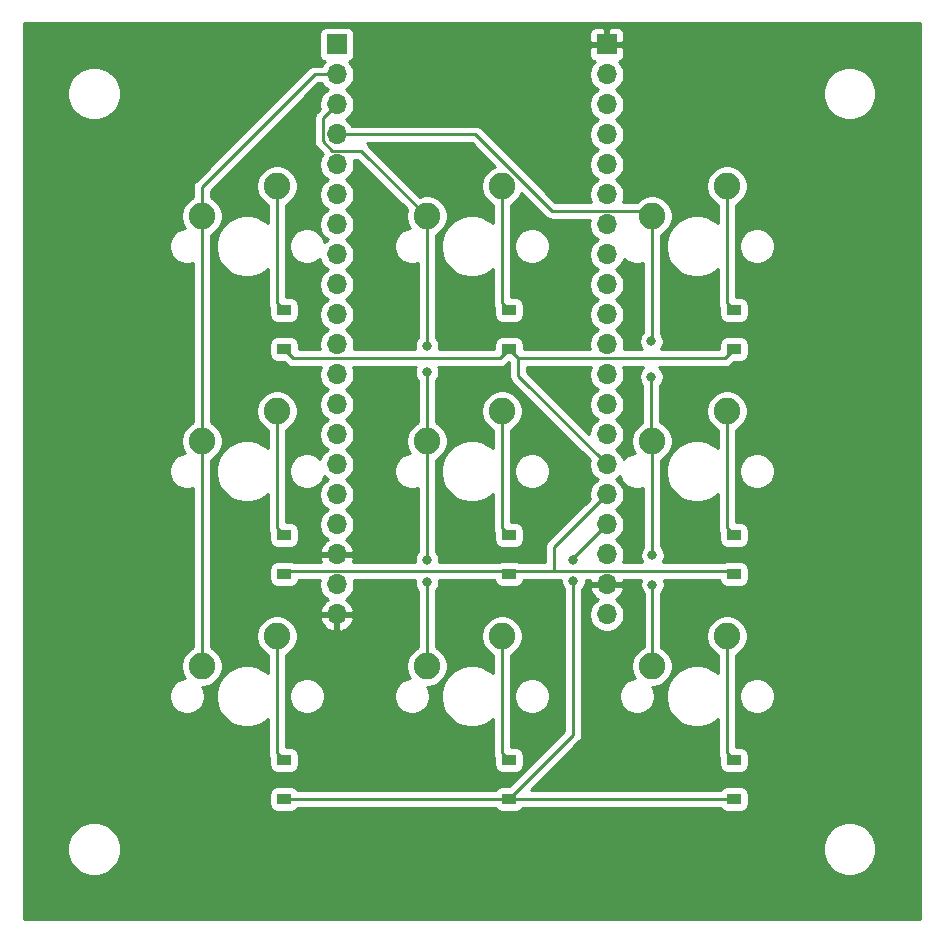
<source format=gbr>
%TF.GenerationSoftware,KiCad,Pcbnew,(5.1.6)-1*%
%TF.CreationDate,2021-09-03T02:09:39-07:00*%
%TF.ProjectId,Rocketboard-9E,526f636b-6574-4626-9f61-72642d39452e,1.0*%
%TF.SameCoordinates,Original*%
%TF.FileFunction,Copper,L2,Bot*%
%TF.FilePolarity,Positive*%
%FSLAX46Y46*%
G04 Gerber Fmt 4.6, Leading zero omitted, Abs format (unit mm)*
G04 Created by KiCad (PCBNEW (5.1.6)-1) date 2021-09-03 02:09:39*
%MOMM*%
%LPD*%
G01*
G04 APERTURE LIST*
%TA.AperFunction,ComponentPad*%
%ADD10C,2.250000*%
%TD*%
%TA.AperFunction,ComponentPad*%
%ADD11O,1.700000X1.700000*%
%TD*%
%TA.AperFunction,ComponentPad*%
%ADD12R,1.700000X1.700000*%
%TD*%
%TA.AperFunction,SMDPad,CuDef*%
%ADD13R,1.200000X0.900000*%
%TD*%
%TA.AperFunction,ViaPad*%
%ADD14C,0.800000*%
%TD*%
%TA.AperFunction,Conductor*%
%ADD15C,0.250000*%
%TD*%
%TA.AperFunction,Conductor*%
%ADD16C,0.254000*%
%TD*%
G04 APERTURE END LIST*
D10*
%TO.P,MX9,2*%
%TO.N,Net-(D9-Pad2)*%
X153990000Y-109770000D03*
%TO.P,MX9,1*%
%TO.N,/col2*%
X147640000Y-112310000D03*
%TD*%
%TO.P,MX8,2*%
%TO.N,Net-(D8-Pad2)*%
X134940000Y-109770000D03*
%TO.P,MX8,1*%
%TO.N,/col1*%
X128590000Y-112310000D03*
%TD*%
%TO.P,MX7,2*%
%TO.N,Net-(D7-Pad2)*%
X115890000Y-109770000D03*
%TO.P,MX7,1*%
%TO.N,/col0*%
X109540000Y-112310000D03*
%TD*%
%TO.P,MX6,2*%
%TO.N,Net-(D6-Pad2)*%
X153990000Y-90720000D03*
%TO.P,MX6,1*%
%TO.N,/col2*%
X147640000Y-93260000D03*
%TD*%
%TO.P,MX5,2*%
%TO.N,Net-(D5-Pad2)*%
X134940000Y-90720000D03*
%TO.P,MX5,1*%
%TO.N,/col1*%
X128590000Y-93260000D03*
%TD*%
%TO.P,MX4,2*%
%TO.N,Net-(D4-Pad2)*%
X115890000Y-90720000D03*
%TO.P,MX4,1*%
%TO.N,/col0*%
X109540000Y-93260000D03*
%TD*%
%TO.P,MX3,2*%
%TO.N,Net-(D3-Pad2)*%
X153990000Y-71670000D03*
%TO.P,MX3,1*%
%TO.N,/col2*%
X147640000Y-74210000D03*
%TD*%
%TO.P,MX2,2*%
%TO.N,Net-(D2-Pad2)*%
X134940000Y-71670000D03*
%TO.P,MX2,1*%
%TO.N,/col1*%
X128590000Y-74210000D03*
%TD*%
%TO.P,MX1,1*%
%TO.N,/col0*%
X109540000Y-74210000D03*
%TO.P,MX1,2*%
%TO.N,Net-(D1-Pad2)*%
X115890000Y-71670000D03*
%TD*%
D11*
%TO.P,J2,20*%
%TO.N,GND*%
X120970000Y-107930000D03*
%TO.P,J2,19*%
%TO.N,Net-(J2-Pad19)*%
X120970000Y-105390000D03*
%TO.P,J2,18*%
%TO.N,GND*%
X120970000Y-102850000D03*
%TO.P,J2,17*%
%TO.N,Net-(J2-Pad17)*%
X120970000Y-100310000D03*
%TO.P,J2,16*%
%TO.N,Net-(J2-Pad16)*%
X120970000Y-97770000D03*
%TO.P,J2,15*%
%TO.N,Net-(J2-Pad15)*%
X120970000Y-95230000D03*
%TO.P,J2,14*%
%TO.N,Net-(J2-Pad14)*%
X120970000Y-92690000D03*
%TO.P,J2,13*%
%TO.N,Net-(J2-Pad13)*%
X120970000Y-90150000D03*
%TO.P,J2,12*%
%TO.N,Net-(J2-Pad12)*%
X120970000Y-87610000D03*
%TO.P,J2,11*%
%TO.N,Net-(J2-Pad11)*%
X120970000Y-85070000D03*
%TO.P,J2,10*%
%TO.N,Net-(J2-Pad10)*%
X120970000Y-82530000D03*
%TO.P,J2,9*%
%TO.N,Net-(J2-Pad9)*%
X120970000Y-79990000D03*
%TO.P,J2,8*%
%TO.N,Net-(J2-Pad8)*%
X120970000Y-77450000D03*
%TO.P,J2,7*%
%TO.N,Net-(J2-Pad7)*%
X120970000Y-74910000D03*
%TO.P,J2,6*%
%TO.N,Net-(J2-Pad6)*%
X120970000Y-72370000D03*
%TO.P,J2,5*%
%TO.N,Net-(J2-Pad5)*%
X120970000Y-69830000D03*
%TO.P,J2,4*%
%TO.N,/col2*%
X120970000Y-67290000D03*
%TO.P,J2,3*%
%TO.N,/col1*%
X120970000Y-64750000D03*
%TO.P,J2,2*%
%TO.N,/col0*%
X120970000Y-62210000D03*
D12*
%TO.P,J2,1*%
%TO.N,Net-(J2-Pad1)*%
X120970000Y-59670000D03*
%TD*%
D11*
%TO.P,J1,20*%
%TO.N,Net-(J1-Pad20)*%
X143830000Y-107930000D03*
%TO.P,J1,19*%
%TO.N,GND*%
X143830000Y-105390000D03*
%TO.P,J1,18*%
%TO.N,Net-(J1-Pad18)*%
X143830000Y-102850000D03*
%TO.P,J1,17*%
%TO.N,/row2*%
X143830000Y-100310000D03*
%TO.P,J1,16*%
%TO.N,/row1*%
X143830000Y-97770000D03*
%TO.P,J1,15*%
%TO.N,/row0*%
X143830000Y-95230000D03*
%TO.P,J1,14*%
%TO.N,Net-(J1-Pad14)*%
X143830000Y-92690000D03*
%TO.P,J1,13*%
%TO.N,Net-(J1-Pad13)*%
X143830000Y-90150000D03*
%TO.P,J1,12*%
%TO.N,Net-(J1-Pad12)*%
X143830000Y-87610000D03*
%TO.P,J1,11*%
%TO.N,Net-(J1-Pad11)*%
X143830000Y-85070000D03*
%TO.P,J1,10*%
%TO.N,Net-(J1-Pad10)*%
X143830000Y-82530000D03*
%TO.P,J1,9*%
%TO.N,Net-(J1-Pad9)*%
X143830000Y-79990000D03*
%TO.P,J1,8*%
%TO.N,Net-(J1-Pad8)*%
X143830000Y-77450000D03*
%TO.P,J1,7*%
%TO.N,Net-(J1-Pad7)*%
X143830000Y-74910000D03*
%TO.P,J1,6*%
%TO.N,Net-(J1-Pad6)*%
X143830000Y-72370000D03*
%TO.P,J1,5*%
%TO.N,Net-(J1-Pad5)*%
X143830000Y-69830000D03*
%TO.P,J1,4*%
%TO.N,Net-(J1-Pad4)*%
X143830000Y-67290000D03*
%TO.P,J1,3*%
%TO.N,Net-(J1-Pad3)*%
X143830000Y-64750000D03*
%TO.P,J1,2*%
%TO.N,Net-(J1-Pad2)*%
X143830000Y-62210000D03*
D12*
%TO.P,J1,1*%
%TO.N,GND*%
X143830000Y-59670000D03*
%TD*%
D13*
%TO.P,D9,2*%
%TO.N,Net-(D9-Pad2)*%
X154600000Y-120250000D03*
%TO.P,D9,1*%
%TO.N,/row2*%
X154600000Y-123550000D03*
%TD*%
%TO.P,D8,2*%
%TO.N,Net-(D8-Pad2)*%
X135550000Y-120250000D03*
%TO.P,D8,1*%
%TO.N,/row2*%
X135550000Y-123550000D03*
%TD*%
%TO.P,D7,2*%
%TO.N,Net-(D7-Pad2)*%
X116500000Y-120250000D03*
%TO.P,D7,1*%
%TO.N,/row2*%
X116500000Y-123550000D03*
%TD*%
%TO.P,D6,2*%
%TO.N,Net-(D6-Pad2)*%
X154600000Y-101200000D03*
%TO.P,D6,1*%
%TO.N,/row1*%
X154600000Y-104500000D03*
%TD*%
%TO.P,D5,2*%
%TO.N,Net-(D5-Pad2)*%
X135550000Y-101200000D03*
%TO.P,D5,1*%
%TO.N,/row1*%
X135550000Y-104500000D03*
%TD*%
%TO.P,D4,2*%
%TO.N,Net-(D4-Pad2)*%
X116500000Y-101200000D03*
%TO.P,D4,1*%
%TO.N,/row1*%
X116500000Y-104500000D03*
%TD*%
%TO.P,D3,2*%
%TO.N,Net-(D3-Pad2)*%
X154600000Y-82150000D03*
%TO.P,D3,1*%
%TO.N,/row0*%
X154600000Y-85450000D03*
%TD*%
%TO.P,D2,2*%
%TO.N,Net-(D2-Pad2)*%
X135550000Y-82150000D03*
%TO.P,D2,1*%
%TO.N,/row0*%
X135550000Y-85450000D03*
%TD*%
%TO.P,D1,2*%
%TO.N,Net-(D1-Pad2)*%
X116500000Y-82150000D03*
%TO.P,D1,1*%
%TO.N,/row0*%
X116500000Y-85450000D03*
%TD*%
D14*
%TO.N,/row2*%
X141000000Y-103300000D03*
X141000000Y-105100000D03*
%TO.N,GND*%
X130500000Y-70700000D03*
X125000000Y-80000000D03*
X138300000Y-92900000D03*
X146500000Y-80800000D03*
X146400000Y-89800000D03*
X146500000Y-99700000D03*
X140200000Y-88300000D03*
%TO.N,/col2*%
X147600000Y-84800000D03*
X147600000Y-87800000D03*
X147700000Y-102900000D03*
X147700000Y-105400000D03*
%TO.N,/col1*%
X128600000Y-85200000D03*
X128600000Y-87400000D03*
X128600000Y-103300000D03*
X128600000Y-105200000D03*
%TD*%
D15*
%TO.N,/row0*%
X134754999Y-86245001D02*
X135550000Y-85450000D01*
X117295001Y-86245001D02*
X134754999Y-86245001D01*
X116500000Y-85450000D02*
X117295001Y-86245001D01*
X153804999Y-86245001D02*
X154600000Y-85450000D01*
X136345001Y-86245001D02*
X153804999Y-86245001D01*
X135550000Y-85450000D02*
X136345001Y-86245001D01*
X136345001Y-87745001D02*
X136345001Y-86245001D01*
X143830000Y-95230000D02*
X136345001Y-87745001D01*
%TO.N,Net-(D1-Pad2)*%
X115890000Y-81540000D02*
X116500000Y-82150000D01*
X115890000Y-71670000D02*
X115890000Y-81540000D01*
%TO.N,Net-(D2-Pad2)*%
X134940000Y-81540000D02*
X135550000Y-82150000D01*
X134940000Y-71670000D02*
X134940000Y-81540000D01*
%TO.N,Net-(D3-Pad2)*%
X153990000Y-81540000D02*
X154600000Y-82150000D01*
X153990000Y-71670000D02*
X153990000Y-81540000D01*
%TO.N,/row1*%
X135264999Y-104214999D02*
X135550000Y-104500000D01*
X116785001Y-104214999D02*
X135264999Y-104214999D01*
X116500000Y-104500000D02*
X116785001Y-104214999D01*
X154314999Y-104214999D02*
X154600000Y-104500000D01*
X135550000Y-104500000D02*
X135835001Y-104214999D01*
X135835001Y-104214999D02*
X139385001Y-104214999D01*
X139385001Y-102214999D02*
X139385001Y-104214999D01*
X143830000Y-97770000D02*
X139385001Y-102214999D01*
X139385001Y-104214999D02*
X154314999Y-104214999D01*
%TO.N,Net-(D4-Pad2)*%
X115890000Y-100590000D02*
X116500000Y-101200000D01*
X115890000Y-90720000D02*
X115890000Y-100590000D01*
%TO.N,Net-(D5-Pad2)*%
X134940000Y-100590000D02*
X135550000Y-101200000D01*
X134940000Y-90720000D02*
X134940000Y-100590000D01*
%TO.N,Net-(D6-Pad2)*%
X153990000Y-100590000D02*
X154600000Y-101200000D01*
X153990000Y-90720000D02*
X153990000Y-100590000D01*
%TO.N,/row2*%
X116500000Y-123550000D02*
X135550000Y-123550000D01*
X135550000Y-123550000D02*
X154600000Y-123550000D01*
X143830000Y-100310000D02*
X141000000Y-103140000D01*
X141000000Y-103140000D02*
X141000000Y-103300000D01*
X141000000Y-118100000D02*
X135550000Y-123550000D01*
X141000000Y-105100000D02*
X141000000Y-118100000D01*
%TO.N,Net-(D7-Pad2)*%
X115890000Y-119640000D02*
X116500000Y-120250000D01*
X115890000Y-109770000D02*
X115890000Y-119640000D01*
%TO.N,Net-(D8-Pad2)*%
X134940000Y-119640000D02*
X135550000Y-120250000D01*
X134940000Y-109770000D02*
X134940000Y-119640000D01*
%TO.N,/col2*%
X147640000Y-74210000D02*
X147640000Y-84760000D01*
X147640000Y-84760000D02*
X147600000Y-84800000D01*
X147600000Y-93220000D02*
X147640000Y-93260000D01*
X147600000Y-87800000D02*
X147600000Y-93220000D01*
X147640000Y-93260000D02*
X147640000Y-102840000D01*
X147640000Y-102840000D02*
X147700000Y-102900000D01*
X147700000Y-112250000D02*
X147640000Y-112310000D01*
X147700000Y-105400000D02*
X147700000Y-112250000D01*
X132706002Y-67290000D02*
X120970000Y-67290000D01*
X139151001Y-73734999D02*
X132706002Y-67290000D01*
X147164999Y-73734999D02*
X139151001Y-73734999D01*
X147640000Y-74210000D02*
X147164999Y-73734999D01*
%TO.N,/col1*%
X128590000Y-74210000D02*
X128590000Y-85190000D01*
X128590000Y-85190000D02*
X128600000Y-85200000D01*
X128600000Y-93250000D02*
X128590000Y-93260000D01*
X128600000Y-87400000D02*
X128600000Y-93250000D01*
X128590000Y-93260000D02*
X128590000Y-103290000D01*
X128590000Y-103290000D02*
X128600000Y-103300000D01*
X128600000Y-112300000D02*
X128590000Y-112310000D01*
X128600000Y-105200000D02*
X128600000Y-112300000D01*
X119794999Y-67854001D02*
X119794999Y-65925001D01*
X119794999Y-65925001D02*
X120970000Y-64750000D01*
X120595997Y-68654999D02*
X119794999Y-67854001D01*
X123034999Y-68654999D02*
X120595997Y-68654999D01*
X128590000Y-74210000D02*
X123034999Y-68654999D01*
%TO.N,/col0*%
X109540000Y-112310000D02*
X109540000Y-93260000D01*
X109540000Y-93260000D02*
X109540000Y-74210000D01*
X109540000Y-74210000D02*
X109540000Y-71760000D01*
X119090000Y-62210000D02*
X120970000Y-62210000D01*
X109540000Y-71760000D02*
X119090000Y-62210000D01*
%TO.N,Net-(D9-Pad2)*%
X153990000Y-119640000D02*
X154600000Y-120250000D01*
X153990000Y-109770000D02*
X153990000Y-119640000D01*
%TD*%
D16*
%TO.N,GND*%
G36*
X170315001Y-133715000D02*
G01*
X94485000Y-133715000D01*
X94485000Y-127551521D01*
X98155979Y-127551521D01*
X98155979Y-127998479D01*
X98243176Y-128436849D01*
X98414220Y-128849785D01*
X98662536Y-129221417D01*
X98978583Y-129537464D01*
X99350215Y-129785780D01*
X99763151Y-129956824D01*
X100201521Y-130044021D01*
X100648479Y-130044021D01*
X101086849Y-129956824D01*
X101499785Y-129785780D01*
X101871417Y-129537464D01*
X102187464Y-129221417D01*
X102435780Y-128849785D01*
X102606824Y-128436849D01*
X102694021Y-127998479D01*
X102694021Y-127551521D01*
X162105979Y-127551521D01*
X162105979Y-127998479D01*
X162193176Y-128436849D01*
X162364220Y-128849785D01*
X162612536Y-129221417D01*
X162928583Y-129537464D01*
X163300215Y-129785780D01*
X163713151Y-129956824D01*
X164151521Y-130044021D01*
X164598479Y-130044021D01*
X165036849Y-129956824D01*
X165449785Y-129785780D01*
X165821417Y-129537464D01*
X166137464Y-129221417D01*
X166385780Y-128849785D01*
X166556824Y-128436849D01*
X166644021Y-127998479D01*
X166644021Y-127551521D01*
X166556824Y-127113151D01*
X166385780Y-126700215D01*
X166137464Y-126328583D01*
X165821417Y-126012536D01*
X165449785Y-125764220D01*
X165036849Y-125593176D01*
X164598479Y-125505979D01*
X164151521Y-125505979D01*
X163713151Y-125593176D01*
X163300215Y-125764220D01*
X162928583Y-126012536D01*
X162612536Y-126328583D01*
X162364220Y-126700215D01*
X162193176Y-127113151D01*
X162105979Y-127551521D01*
X102694021Y-127551521D01*
X102606824Y-127113151D01*
X102435780Y-126700215D01*
X102187464Y-126328583D01*
X101871417Y-126012536D01*
X101499785Y-125764220D01*
X101086849Y-125593176D01*
X100648479Y-125505979D01*
X100201521Y-125505979D01*
X99763151Y-125593176D01*
X99350215Y-125764220D01*
X98978583Y-126012536D01*
X98662536Y-126328583D01*
X98414220Y-126700215D01*
X98243176Y-127113151D01*
X98155979Y-127551521D01*
X94485000Y-127551521D01*
X94485000Y-76601278D01*
X106760000Y-76601278D01*
X106760000Y-76898722D01*
X106818029Y-77190451D01*
X106931856Y-77465253D01*
X107097107Y-77712569D01*
X107307431Y-77922893D01*
X107554747Y-78088144D01*
X107829549Y-78201971D01*
X108121278Y-78260000D01*
X108418722Y-78260000D01*
X108710451Y-78201971D01*
X108780001Y-78173162D01*
X108780000Y-91669792D01*
X108706327Y-91700308D01*
X108418065Y-91892919D01*
X108172919Y-92138065D01*
X107980308Y-92426327D01*
X107847636Y-92746627D01*
X107780000Y-93086655D01*
X107780000Y-93433345D01*
X107847636Y-93773373D01*
X107980308Y-94093673D01*
X108112638Y-94291719D01*
X107829549Y-94348029D01*
X107554747Y-94461856D01*
X107307431Y-94627107D01*
X107097107Y-94837431D01*
X106931856Y-95084747D01*
X106818029Y-95359549D01*
X106760000Y-95651278D01*
X106760000Y-95948722D01*
X106818029Y-96240451D01*
X106931856Y-96515253D01*
X107097107Y-96762569D01*
X107307431Y-96972893D01*
X107554747Y-97138144D01*
X107829549Y-97251971D01*
X108121278Y-97310000D01*
X108418722Y-97310000D01*
X108710451Y-97251971D01*
X108780001Y-97223162D01*
X108780000Y-110719792D01*
X108706327Y-110750308D01*
X108418065Y-110942919D01*
X108172919Y-111188065D01*
X107980308Y-111476327D01*
X107847636Y-111796627D01*
X107780000Y-112136655D01*
X107780000Y-112483345D01*
X107847636Y-112823373D01*
X107980308Y-113143673D01*
X108112638Y-113341719D01*
X107829549Y-113398029D01*
X107554747Y-113511856D01*
X107307431Y-113677107D01*
X107097107Y-113887431D01*
X106931856Y-114134747D01*
X106818029Y-114409549D01*
X106760000Y-114701278D01*
X106760000Y-114998722D01*
X106818029Y-115290451D01*
X106931856Y-115565253D01*
X107097107Y-115812569D01*
X107307431Y-116022893D01*
X107554747Y-116188144D01*
X107829549Y-116301971D01*
X108121278Y-116360000D01*
X108418722Y-116360000D01*
X108710451Y-116301971D01*
X108985253Y-116188144D01*
X109232569Y-116022893D01*
X109442893Y-115812569D01*
X109608144Y-115565253D01*
X109721971Y-115290451D01*
X109780000Y-114998722D01*
X109780000Y-114701278D01*
X109758080Y-114591076D01*
X110721100Y-114591076D01*
X110721100Y-115108924D01*
X110822127Y-115616822D01*
X111020299Y-116095251D01*
X111308000Y-116525826D01*
X111674174Y-116892000D01*
X112104749Y-117179701D01*
X112583178Y-117377873D01*
X113091076Y-117478900D01*
X113608924Y-117478900D01*
X114116822Y-117377873D01*
X114595251Y-117179701D01*
X115025826Y-116892000D01*
X115130001Y-116787825D01*
X115130001Y-119602668D01*
X115126324Y-119640000D01*
X115130001Y-119677333D01*
X115136075Y-119738997D01*
X115140998Y-119788985D01*
X115184454Y-119932246D01*
X115255026Y-120064276D01*
X115261928Y-120072686D01*
X115261928Y-120700000D01*
X115274188Y-120824482D01*
X115310498Y-120944180D01*
X115369463Y-121054494D01*
X115448815Y-121151185D01*
X115545506Y-121230537D01*
X115655820Y-121289502D01*
X115775518Y-121325812D01*
X115900000Y-121338072D01*
X117100000Y-121338072D01*
X117224482Y-121325812D01*
X117344180Y-121289502D01*
X117454494Y-121230537D01*
X117551185Y-121151185D01*
X117630537Y-121054494D01*
X117689502Y-120944180D01*
X117725812Y-120824482D01*
X117738072Y-120700000D01*
X117738072Y-119800000D01*
X117725812Y-119675518D01*
X117689502Y-119555820D01*
X117630537Y-119445506D01*
X117551185Y-119348815D01*
X117454494Y-119269463D01*
X117344180Y-119210498D01*
X117224482Y-119174188D01*
X117100000Y-119161928D01*
X116650000Y-119161928D01*
X116650000Y-114701278D01*
X116920000Y-114701278D01*
X116920000Y-114998722D01*
X116978029Y-115290451D01*
X117091856Y-115565253D01*
X117257107Y-115812569D01*
X117467431Y-116022893D01*
X117714747Y-116188144D01*
X117989549Y-116301971D01*
X118281278Y-116360000D01*
X118578722Y-116360000D01*
X118870451Y-116301971D01*
X119145253Y-116188144D01*
X119392569Y-116022893D01*
X119602893Y-115812569D01*
X119768144Y-115565253D01*
X119881971Y-115290451D01*
X119940000Y-114998722D01*
X119940000Y-114701278D01*
X119881971Y-114409549D01*
X119768144Y-114134747D01*
X119602893Y-113887431D01*
X119392569Y-113677107D01*
X119145253Y-113511856D01*
X118870451Y-113398029D01*
X118578722Y-113340000D01*
X118281278Y-113340000D01*
X117989549Y-113398029D01*
X117714747Y-113511856D01*
X117467431Y-113677107D01*
X117257107Y-113887431D01*
X117091856Y-114134747D01*
X116978029Y-114409549D01*
X116920000Y-114701278D01*
X116650000Y-114701278D01*
X116650000Y-111360208D01*
X116723673Y-111329692D01*
X117011935Y-111137081D01*
X117257081Y-110891935D01*
X117449692Y-110603673D01*
X117582364Y-110283373D01*
X117650000Y-109943345D01*
X117650000Y-109596655D01*
X117582364Y-109256627D01*
X117449692Y-108936327D01*
X117257081Y-108648065D01*
X117011935Y-108402919D01*
X116838286Y-108286890D01*
X119528524Y-108286890D01*
X119573175Y-108434099D01*
X119698359Y-108696920D01*
X119872412Y-108930269D01*
X120088645Y-109125178D01*
X120338748Y-109274157D01*
X120613109Y-109371481D01*
X120843000Y-109250814D01*
X120843000Y-108057000D01*
X121097000Y-108057000D01*
X121097000Y-109250814D01*
X121326891Y-109371481D01*
X121601252Y-109274157D01*
X121851355Y-109125178D01*
X122067588Y-108930269D01*
X122241641Y-108696920D01*
X122366825Y-108434099D01*
X122411476Y-108286890D01*
X122290155Y-108057000D01*
X121097000Y-108057000D01*
X120843000Y-108057000D01*
X119649845Y-108057000D01*
X119528524Y-108286890D01*
X116838286Y-108286890D01*
X116723673Y-108210308D01*
X116403373Y-108077636D01*
X116063345Y-108010000D01*
X115716655Y-108010000D01*
X115376627Y-108077636D01*
X115056327Y-108210308D01*
X114768065Y-108402919D01*
X114522919Y-108648065D01*
X114330308Y-108936327D01*
X114197636Y-109256627D01*
X114130000Y-109596655D01*
X114130000Y-109943345D01*
X114197636Y-110283373D01*
X114330308Y-110603673D01*
X114522919Y-110891935D01*
X114768065Y-111137081D01*
X115056327Y-111329692D01*
X115130000Y-111360208D01*
X115130000Y-112912174D01*
X115025826Y-112808000D01*
X114595251Y-112520299D01*
X114116822Y-112322127D01*
X113608924Y-112221100D01*
X113091076Y-112221100D01*
X112583178Y-112322127D01*
X112104749Y-112520299D01*
X111674174Y-112808000D01*
X111308000Y-113174174D01*
X111020299Y-113604749D01*
X110822127Y-114083178D01*
X110721100Y-114591076D01*
X109758080Y-114591076D01*
X109721971Y-114409549D01*
X109608144Y-114134747D01*
X109564882Y-114070000D01*
X109713345Y-114070000D01*
X110053373Y-114002364D01*
X110373673Y-113869692D01*
X110661935Y-113677081D01*
X110907081Y-113431935D01*
X111099692Y-113143673D01*
X111232364Y-112823373D01*
X111300000Y-112483345D01*
X111300000Y-112136655D01*
X111232364Y-111796627D01*
X111099692Y-111476327D01*
X110907081Y-111188065D01*
X110661935Y-110942919D01*
X110373673Y-110750308D01*
X110300000Y-110719792D01*
X110300000Y-95541076D01*
X110721100Y-95541076D01*
X110721100Y-96058924D01*
X110822127Y-96566822D01*
X111020299Y-97045251D01*
X111308000Y-97475826D01*
X111674174Y-97842000D01*
X112104749Y-98129701D01*
X112583178Y-98327873D01*
X113091076Y-98428900D01*
X113608924Y-98428900D01*
X114116822Y-98327873D01*
X114595251Y-98129701D01*
X115025826Y-97842000D01*
X115130001Y-97737825D01*
X115130001Y-100552668D01*
X115126324Y-100590000D01*
X115130001Y-100627333D01*
X115136075Y-100688997D01*
X115140998Y-100738985D01*
X115184454Y-100882246D01*
X115255026Y-101014276D01*
X115261928Y-101022686D01*
X115261928Y-101650000D01*
X115274188Y-101774482D01*
X115310498Y-101894180D01*
X115369463Y-102004494D01*
X115448815Y-102101185D01*
X115545506Y-102180537D01*
X115655820Y-102239502D01*
X115775518Y-102275812D01*
X115900000Y-102288072D01*
X117100000Y-102288072D01*
X117224482Y-102275812D01*
X117344180Y-102239502D01*
X117454494Y-102180537D01*
X117551185Y-102101185D01*
X117630537Y-102004494D01*
X117689502Y-101894180D01*
X117725812Y-101774482D01*
X117738072Y-101650000D01*
X117738072Y-100750000D01*
X117725812Y-100625518D01*
X117689502Y-100505820D01*
X117630537Y-100395506D01*
X117551185Y-100298815D01*
X117454494Y-100219463D01*
X117344180Y-100160498D01*
X117224482Y-100124188D01*
X117100000Y-100111928D01*
X116650000Y-100111928D01*
X116650000Y-92310208D01*
X116723673Y-92279692D01*
X117011935Y-92087081D01*
X117257081Y-91841935D01*
X117449692Y-91553673D01*
X117582364Y-91233373D01*
X117650000Y-90893345D01*
X117650000Y-90546655D01*
X117582364Y-90206627D01*
X117449692Y-89886327D01*
X117257081Y-89598065D01*
X117011935Y-89352919D01*
X116723673Y-89160308D01*
X116403373Y-89027636D01*
X116063345Y-88960000D01*
X115716655Y-88960000D01*
X115376627Y-89027636D01*
X115056327Y-89160308D01*
X114768065Y-89352919D01*
X114522919Y-89598065D01*
X114330308Y-89886327D01*
X114197636Y-90206627D01*
X114130000Y-90546655D01*
X114130000Y-90893345D01*
X114197636Y-91233373D01*
X114330308Y-91553673D01*
X114522919Y-91841935D01*
X114768065Y-92087081D01*
X115056327Y-92279692D01*
X115130000Y-92310208D01*
X115130000Y-93862174D01*
X115025826Y-93758000D01*
X114595251Y-93470299D01*
X114116822Y-93272127D01*
X113608924Y-93171100D01*
X113091076Y-93171100D01*
X112583178Y-93272127D01*
X112104749Y-93470299D01*
X111674174Y-93758000D01*
X111308000Y-94124174D01*
X111020299Y-94554749D01*
X110822127Y-95033178D01*
X110721100Y-95541076D01*
X110300000Y-95541076D01*
X110300000Y-94850208D01*
X110373673Y-94819692D01*
X110661935Y-94627081D01*
X110907081Y-94381935D01*
X111099692Y-94093673D01*
X111232364Y-93773373D01*
X111300000Y-93433345D01*
X111300000Y-93086655D01*
X111232364Y-92746627D01*
X111099692Y-92426327D01*
X110907081Y-92138065D01*
X110661935Y-91892919D01*
X110373673Y-91700308D01*
X110300000Y-91669792D01*
X110300000Y-76491076D01*
X110721100Y-76491076D01*
X110721100Y-77008924D01*
X110822127Y-77516822D01*
X111020299Y-77995251D01*
X111308000Y-78425826D01*
X111674174Y-78792000D01*
X112104749Y-79079701D01*
X112583178Y-79277873D01*
X113091076Y-79378900D01*
X113608924Y-79378900D01*
X114116822Y-79277873D01*
X114595251Y-79079701D01*
X115025826Y-78792000D01*
X115130001Y-78687825D01*
X115130001Y-81502668D01*
X115126324Y-81540000D01*
X115130001Y-81577333D01*
X115136075Y-81638997D01*
X115140998Y-81688985D01*
X115184454Y-81832246D01*
X115255026Y-81964276D01*
X115261928Y-81972686D01*
X115261928Y-82600000D01*
X115274188Y-82724482D01*
X115310498Y-82844180D01*
X115369463Y-82954494D01*
X115448815Y-83051185D01*
X115545506Y-83130537D01*
X115655820Y-83189502D01*
X115775518Y-83225812D01*
X115900000Y-83238072D01*
X117100000Y-83238072D01*
X117224482Y-83225812D01*
X117344180Y-83189502D01*
X117454494Y-83130537D01*
X117551185Y-83051185D01*
X117630537Y-82954494D01*
X117689502Y-82844180D01*
X117725812Y-82724482D01*
X117738072Y-82600000D01*
X117738072Y-81700000D01*
X117725812Y-81575518D01*
X117689502Y-81455820D01*
X117630537Y-81345506D01*
X117551185Y-81248815D01*
X117454494Y-81169463D01*
X117344180Y-81110498D01*
X117224482Y-81074188D01*
X117100000Y-81061928D01*
X116650000Y-81061928D01*
X116650000Y-73260208D01*
X116723673Y-73229692D01*
X117011935Y-73037081D01*
X117257081Y-72791935D01*
X117449692Y-72503673D01*
X117582364Y-72183373D01*
X117650000Y-71843345D01*
X117650000Y-71496655D01*
X117582364Y-71156627D01*
X117449692Y-70836327D01*
X117257081Y-70548065D01*
X117011935Y-70302919D01*
X116723673Y-70110308D01*
X116403373Y-69977636D01*
X116063345Y-69910000D01*
X115716655Y-69910000D01*
X115376627Y-69977636D01*
X115056327Y-70110308D01*
X114768065Y-70302919D01*
X114522919Y-70548065D01*
X114330308Y-70836327D01*
X114197636Y-71156627D01*
X114130000Y-71496655D01*
X114130000Y-71843345D01*
X114197636Y-72183373D01*
X114330308Y-72503673D01*
X114522919Y-72791935D01*
X114768065Y-73037081D01*
X115056327Y-73229692D01*
X115130000Y-73260208D01*
X115130000Y-74812174D01*
X115025826Y-74708000D01*
X114595251Y-74420299D01*
X114116822Y-74222127D01*
X113608924Y-74121100D01*
X113091076Y-74121100D01*
X112583178Y-74222127D01*
X112104749Y-74420299D01*
X111674174Y-74708000D01*
X111308000Y-75074174D01*
X111020299Y-75504749D01*
X110822127Y-75983178D01*
X110721100Y-76491076D01*
X110300000Y-76491076D01*
X110300000Y-75800208D01*
X110373673Y-75769692D01*
X110661935Y-75577081D01*
X110907081Y-75331935D01*
X111099692Y-75043673D01*
X111232364Y-74723373D01*
X111300000Y-74383345D01*
X111300000Y-74036655D01*
X111232364Y-73696627D01*
X111099692Y-73376327D01*
X110907081Y-73088065D01*
X110661935Y-72842919D01*
X110373673Y-72650308D01*
X110300000Y-72619792D01*
X110300000Y-72074801D01*
X119404802Y-62970000D01*
X119691822Y-62970000D01*
X119816525Y-63156632D01*
X120023368Y-63363475D01*
X120197760Y-63480000D01*
X120023368Y-63596525D01*
X119816525Y-63803368D01*
X119654010Y-64046589D01*
X119542068Y-64316842D01*
X119485000Y-64603740D01*
X119485000Y-64896260D01*
X119528791Y-65116408D01*
X119283997Y-65361202D01*
X119254999Y-65385000D01*
X119231201Y-65413998D01*
X119231200Y-65413999D01*
X119160025Y-65500725D01*
X119089453Y-65632755D01*
X119045997Y-65776016D01*
X119031323Y-65925001D01*
X119035000Y-65962333D01*
X119034999Y-67816678D01*
X119031323Y-67854001D01*
X119034999Y-67891323D01*
X119034999Y-67891333D01*
X119045996Y-68002986D01*
X119072755Y-68091200D01*
X119089453Y-68146247D01*
X119160025Y-68278277D01*
X119199870Y-68326827D01*
X119254998Y-68394002D01*
X119284001Y-68417804D01*
X119789704Y-68923508D01*
X119654010Y-69126589D01*
X119542068Y-69396842D01*
X119485000Y-69683740D01*
X119485000Y-69976260D01*
X119542068Y-70263158D01*
X119654010Y-70533411D01*
X119816525Y-70776632D01*
X120023368Y-70983475D01*
X120197760Y-71100000D01*
X120023368Y-71216525D01*
X119816525Y-71423368D01*
X119654010Y-71666589D01*
X119542068Y-71936842D01*
X119485000Y-72223740D01*
X119485000Y-72516260D01*
X119542068Y-72803158D01*
X119654010Y-73073411D01*
X119816525Y-73316632D01*
X120023368Y-73523475D01*
X120197760Y-73640000D01*
X120023368Y-73756525D01*
X119816525Y-73963368D01*
X119654010Y-74206589D01*
X119542068Y-74476842D01*
X119485000Y-74763740D01*
X119485000Y-75056260D01*
X119542068Y-75343158D01*
X119654010Y-75613411D01*
X119816525Y-75856632D01*
X120023368Y-76063475D01*
X120197760Y-76180000D01*
X120023368Y-76296525D01*
X119903270Y-76416623D01*
X119881971Y-76309549D01*
X119768144Y-76034747D01*
X119602893Y-75787431D01*
X119392569Y-75577107D01*
X119145253Y-75411856D01*
X118870451Y-75298029D01*
X118578722Y-75240000D01*
X118281278Y-75240000D01*
X117989549Y-75298029D01*
X117714747Y-75411856D01*
X117467431Y-75577107D01*
X117257107Y-75787431D01*
X117091856Y-76034747D01*
X116978029Y-76309549D01*
X116920000Y-76601278D01*
X116920000Y-76898722D01*
X116978029Y-77190451D01*
X117091856Y-77465253D01*
X117257107Y-77712569D01*
X117467431Y-77922893D01*
X117714747Y-78088144D01*
X117989549Y-78201971D01*
X118281278Y-78260000D01*
X118578722Y-78260000D01*
X118870451Y-78201971D01*
X119145253Y-78088144D01*
X119392569Y-77922893D01*
X119523857Y-77791605D01*
X119542068Y-77883158D01*
X119654010Y-78153411D01*
X119816525Y-78396632D01*
X120023368Y-78603475D01*
X120197760Y-78720000D01*
X120023368Y-78836525D01*
X119816525Y-79043368D01*
X119654010Y-79286589D01*
X119542068Y-79556842D01*
X119485000Y-79843740D01*
X119485000Y-80136260D01*
X119542068Y-80423158D01*
X119654010Y-80693411D01*
X119816525Y-80936632D01*
X120023368Y-81143475D01*
X120197760Y-81260000D01*
X120023368Y-81376525D01*
X119816525Y-81583368D01*
X119654010Y-81826589D01*
X119542068Y-82096842D01*
X119485000Y-82383740D01*
X119485000Y-82676260D01*
X119542068Y-82963158D01*
X119654010Y-83233411D01*
X119816525Y-83476632D01*
X120023368Y-83683475D01*
X120197760Y-83800000D01*
X120023368Y-83916525D01*
X119816525Y-84123368D01*
X119654010Y-84366589D01*
X119542068Y-84636842D01*
X119485000Y-84923740D01*
X119485000Y-85216260D01*
X119538456Y-85485001D01*
X117738072Y-85485001D01*
X117738072Y-85000000D01*
X117725812Y-84875518D01*
X117689502Y-84755820D01*
X117630537Y-84645506D01*
X117551185Y-84548815D01*
X117454494Y-84469463D01*
X117344180Y-84410498D01*
X117224482Y-84374188D01*
X117100000Y-84361928D01*
X115900000Y-84361928D01*
X115775518Y-84374188D01*
X115655820Y-84410498D01*
X115545506Y-84469463D01*
X115448815Y-84548815D01*
X115369463Y-84645506D01*
X115310498Y-84755820D01*
X115274188Y-84875518D01*
X115261928Y-85000000D01*
X115261928Y-85900000D01*
X115274188Y-86024482D01*
X115310498Y-86144180D01*
X115369463Y-86254494D01*
X115448815Y-86351185D01*
X115545506Y-86430537D01*
X115655820Y-86489502D01*
X115775518Y-86525812D01*
X115900000Y-86538072D01*
X116513270Y-86538072D01*
X116731202Y-86756003D01*
X116755000Y-86785002D01*
X116870725Y-86879975D01*
X117002754Y-86950547D01*
X117146015Y-86994004D01*
X117257668Y-87005001D01*
X117257677Y-87005001D01*
X117295000Y-87008677D01*
X117332323Y-87005001D01*
X119613247Y-87005001D01*
X119542068Y-87176842D01*
X119485000Y-87463740D01*
X119485000Y-87756260D01*
X119542068Y-88043158D01*
X119654010Y-88313411D01*
X119816525Y-88556632D01*
X120023368Y-88763475D01*
X120197760Y-88880000D01*
X120023368Y-88996525D01*
X119816525Y-89203368D01*
X119654010Y-89446589D01*
X119542068Y-89716842D01*
X119485000Y-90003740D01*
X119485000Y-90296260D01*
X119542068Y-90583158D01*
X119654010Y-90853411D01*
X119816525Y-91096632D01*
X120023368Y-91303475D01*
X120197760Y-91420000D01*
X120023368Y-91536525D01*
X119816525Y-91743368D01*
X119654010Y-91986589D01*
X119542068Y-92256842D01*
X119485000Y-92543740D01*
X119485000Y-92836260D01*
X119542068Y-93123158D01*
X119654010Y-93393411D01*
X119816525Y-93636632D01*
X120023368Y-93843475D01*
X120197760Y-93960000D01*
X120023368Y-94076525D01*
X119816525Y-94283368D01*
X119654010Y-94526589D01*
X119547995Y-94782533D01*
X119392569Y-94627107D01*
X119145253Y-94461856D01*
X118870451Y-94348029D01*
X118578722Y-94290000D01*
X118281278Y-94290000D01*
X117989549Y-94348029D01*
X117714747Y-94461856D01*
X117467431Y-94627107D01*
X117257107Y-94837431D01*
X117091856Y-95084747D01*
X116978029Y-95359549D01*
X116920000Y-95651278D01*
X116920000Y-95948722D01*
X116978029Y-96240451D01*
X117091856Y-96515253D01*
X117257107Y-96762569D01*
X117467431Y-96972893D01*
X117714747Y-97138144D01*
X117989549Y-97251971D01*
X118281278Y-97310000D01*
X118578722Y-97310000D01*
X118870451Y-97251971D01*
X119145253Y-97138144D01*
X119392569Y-96972893D01*
X119602893Y-96762569D01*
X119768144Y-96515253D01*
X119881494Y-96241601D01*
X120023368Y-96383475D01*
X120197760Y-96500000D01*
X120023368Y-96616525D01*
X119816525Y-96823368D01*
X119654010Y-97066589D01*
X119542068Y-97336842D01*
X119485000Y-97623740D01*
X119485000Y-97916260D01*
X119542068Y-98203158D01*
X119654010Y-98473411D01*
X119816525Y-98716632D01*
X120023368Y-98923475D01*
X120197760Y-99040000D01*
X120023368Y-99156525D01*
X119816525Y-99363368D01*
X119654010Y-99606589D01*
X119542068Y-99876842D01*
X119485000Y-100163740D01*
X119485000Y-100456260D01*
X119542068Y-100743158D01*
X119654010Y-101013411D01*
X119816525Y-101256632D01*
X120023368Y-101463475D01*
X120205534Y-101585195D01*
X120088645Y-101654822D01*
X119872412Y-101849731D01*
X119698359Y-102083080D01*
X119573175Y-102345901D01*
X119528524Y-102493110D01*
X119649845Y-102723000D01*
X120843000Y-102723000D01*
X120843000Y-102703000D01*
X121097000Y-102703000D01*
X121097000Y-102723000D01*
X122290155Y-102723000D01*
X122411476Y-102493110D01*
X122366825Y-102345901D01*
X122241641Y-102083080D01*
X122067588Y-101849731D01*
X121851355Y-101654822D01*
X121734466Y-101585195D01*
X121916632Y-101463475D01*
X122123475Y-101256632D01*
X122285990Y-101013411D01*
X122397932Y-100743158D01*
X122455000Y-100456260D01*
X122455000Y-100163740D01*
X122397932Y-99876842D01*
X122285990Y-99606589D01*
X122123475Y-99363368D01*
X121916632Y-99156525D01*
X121742240Y-99040000D01*
X121916632Y-98923475D01*
X122123475Y-98716632D01*
X122285990Y-98473411D01*
X122397932Y-98203158D01*
X122455000Y-97916260D01*
X122455000Y-97623740D01*
X122397932Y-97336842D01*
X122285990Y-97066589D01*
X122123475Y-96823368D01*
X121916632Y-96616525D01*
X121742240Y-96500000D01*
X121916632Y-96383475D01*
X122123475Y-96176632D01*
X122285990Y-95933411D01*
X122397932Y-95663158D01*
X122455000Y-95376260D01*
X122455000Y-95083740D01*
X122397932Y-94796842D01*
X122285990Y-94526589D01*
X122123475Y-94283368D01*
X121916632Y-94076525D01*
X121742240Y-93960000D01*
X121916632Y-93843475D01*
X122123475Y-93636632D01*
X122285990Y-93393411D01*
X122397932Y-93123158D01*
X122455000Y-92836260D01*
X122455000Y-92543740D01*
X122397932Y-92256842D01*
X122285990Y-91986589D01*
X122123475Y-91743368D01*
X121916632Y-91536525D01*
X121742240Y-91420000D01*
X121916632Y-91303475D01*
X122123475Y-91096632D01*
X122285990Y-90853411D01*
X122397932Y-90583158D01*
X122455000Y-90296260D01*
X122455000Y-90003740D01*
X122397932Y-89716842D01*
X122285990Y-89446589D01*
X122123475Y-89203368D01*
X121916632Y-88996525D01*
X121742240Y-88880000D01*
X121916632Y-88763475D01*
X122123475Y-88556632D01*
X122285990Y-88313411D01*
X122397932Y-88043158D01*
X122455000Y-87756260D01*
X122455000Y-87463740D01*
X122397932Y-87176842D01*
X122326753Y-87005001D01*
X127643338Y-87005001D01*
X127604774Y-87098102D01*
X127565000Y-87298061D01*
X127565000Y-87501939D01*
X127604774Y-87701898D01*
X127682795Y-87890256D01*
X127796063Y-88059774D01*
X127840000Y-88103711D01*
X127840001Y-91665649D01*
X127756327Y-91700308D01*
X127468065Y-91892919D01*
X127222919Y-92138065D01*
X127030308Y-92426327D01*
X126897636Y-92746627D01*
X126830000Y-93086655D01*
X126830000Y-93433345D01*
X126897636Y-93773373D01*
X127030308Y-94093673D01*
X127162638Y-94291719D01*
X126879549Y-94348029D01*
X126604747Y-94461856D01*
X126357431Y-94627107D01*
X126147107Y-94837431D01*
X125981856Y-95084747D01*
X125868029Y-95359549D01*
X125810000Y-95651278D01*
X125810000Y-95948722D01*
X125868029Y-96240451D01*
X125981856Y-96515253D01*
X126147107Y-96762569D01*
X126357431Y-96972893D01*
X126604747Y-97138144D01*
X126879549Y-97251971D01*
X127171278Y-97310000D01*
X127468722Y-97310000D01*
X127760451Y-97251971D01*
X127830000Y-97223163D01*
X127830001Y-102606288D01*
X127796063Y-102640226D01*
X127682795Y-102809744D01*
X127604774Y-102998102D01*
X127565000Y-103198061D01*
X127565000Y-103401939D01*
X127575554Y-103454999D01*
X122318765Y-103454999D01*
X122366825Y-103354099D01*
X122411476Y-103206890D01*
X122290155Y-102977000D01*
X121097000Y-102977000D01*
X121097000Y-102997000D01*
X120843000Y-102997000D01*
X120843000Y-102977000D01*
X119649845Y-102977000D01*
X119528524Y-103206890D01*
X119573175Y-103354099D01*
X119621235Y-103454999D01*
X117326052Y-103454999D01*
X117224482Y-103424188D01*
X117100000Y-103411928D01*
X115900000Y-103411928D01*
X115775518Y-103424188D01*
X115655820Y-103460498D01*
X115545506Y-103519463D01*
X115448815Y-103598815D01*
X115369463Y-103695506D01*
X115310498Y-103805820D01*
X115274188Y-103925518D01*
X115261928Y-104050000D01*
X115261928Y-104950000D01*
X115274188Y-105074482D01*
X115310498Y-105194180D01*
X115369463Y-105304494D01*
X115448815Y-105401185D01*
X115545506Y-105480537D01*
X115655820Y-105539502D01*
X115775518Y-105575812D01*
X115900000Y-105588072D01*
X117100000Y-105588072D01*
X117224482Y-105575812D01*
X117344180Y-105539502D01*
X117454494Y-105480537D01*
X117551185Y-105401185D01*
X117630537Y-105304494D01*
X117689502Y-105194180D01*
X117725812Y-105074482D01*
X117735610Y-104974999D01*
X119538456Y-104974999D01*
X119485000Y-105243740D01*
X119485000Y-105536260D01*
X119542068Y-105823158D01*
X119654010Y-106093411D01*
X119816525Y-106336632D01*
X120023368Y-106543475D01*
X120205534Y-106665195D01*
X120088645Y-106734822D01*
X119872412Y-106929731D01*
X119698359Y-107163080D01*
X119573175Y-107425901D01*
X119528524Y-107573110D01*
X119649845Y-107803000D01*
X120843000Y-107803000D01*
X120843000Y-107783000D01*
X121097000Y-107783000D01*
X121097000Y-107803000D01*
X122290155Y-107803000D01*
X122411476Y-107573110D01*
X122366825Y-107425901D01*
X122241641Y-107163080D01*
X122067588Y-106929731D01*
X121851355Y-106734822D01*
X121734466Y-106665195D01*
X121916632Y-106543475D01*
X122123475Y-106336632D01*
X122285990Y-106093411D01*
X122397932Y-105823158D01*
X122455000Y-105536260D01*
X122455000Y-105243740D01*
X122401544Y-104974999D01*
X127589478Y-104974999D01*
X127565000Y-105098061D01*
X127565000Y-105301939D01*
X127604774Y-105501898D01*
X127682795Y-105690256D01*
X127796063Y-105859774D01*
X127840000Y-105903711D01*
X127840001Y-110715649D01*
X127756327Y-110750308D01*
X127468065Y-110942919D01*
X127222919Y-111188065D01*
X127030308Y-111476327D01*
X126897636Y-111796627D01*
X126830000Y-112136655D01*
X126830000Y-112483345D01*
X126897636Y-112823373D01*
X127030308Y-113143673D01*
X127162638Y-113341719D01*
X126879549Y-113398029D01*
X126604747Y-113511856D01*
X126357431Y-113677107D01*
X126147107Y-113887431D01*
X125981856Y-114134747D01*
X125868029Y-114409549D01*
X125810000Y-114701278D01*
X125810000Y-114998722D01*
X125868029Y-115290451D01*
X125981856Y-115565253D01*
X126147107Y-115812569D01*
X126357431Y-116022893D01*
X126604747Y-116188144D01*
X126879549Y-116301971D01*
X127171278Y-116360000D01*
X127468722Y-116360000D01*
X127760451Y-116301971D01*
X128035253Y-116188144D01*
X128282569Y-116022893D01*
X128492893Y-115812569D01*
X128658144Y-115565253D01*
X128771971Y-115290451D01*
X128830000Y-114998722D01*
X128830000Y-114701278D01*
X128808080Y-114591076D01*
X129771100Y-114591076D01*
X129771100Y-115108924D01*
X129872127Y-115616822D01*
X130070299Y-116095251D01*
X130358000Y-116525826D01*
X130724174Y-116892000D01*
X131154749Y-117179701D01*
X131633178Y-117377873D01*
X132141076Y-117478900D01*
X132658924Y-117478900D01*
X133166822Y-117377873D01*
X133645251Y-117179701D01*
X134075826Y-116892000D01*
X134180001Y-116787825D01*
X134180001Y-119602668D01*
X134176324Y-119640000D01*
X134180001Y-119677333D01*
X134186075Y-119738997D01*
X134190998Y-119788985D01*
X134234454Y-119932246D01*
X134305026Y-120064276D01*
X134311928Y-120072686D01*
X134311928Y-120700000D01*
X134324188Y-120824482D01*
X134360498Y-120944180D01*
X134419463Y-121054494D01*
X134498815Y-121151185D01*
X134595506Y-121230537D01*
X134705820Y-121289502D01*
X134825518Y-121325812D01*
X134950000Y-121338072D01*
X136150000Y-121338072D01*
X136274482Y-121325812D01*
X136394180Y-121289502D01*
X136504494Y-121230537D01*
X136601185Y-121151185D01*
X136680537Y-121054494D01*
X136739502Y-120944180D01*
X136775812Y-120824482D01*
X136788072Y-120700000D01*
X136788072Y-119800000D01*
X136775812Y-119675518D01*
X136739502Y-119555820D01*
X136680537Y-119445506D01*
X136601185Y-119348815D01*
X136504494Y-119269463D01*
X136394180Y-119210498D01*
X136274482Y-119174188D01*
X136150000Y-119161928D01*
X135700000Y-119161928D01*
X135700000Y-114701278D01*
X135970000Y-114701278D01*
X135970000Y-114998722D01*
X136028029Y-115290451D01*
X136141856Y-115565253D01*
X136307107Y-115812569D01*
X136517431Y-116022893D01*
X136764747Y-116188144D01*
X137039549Y-116301971D01*
X137331278Y-116360000D01*
X137628722Y-116360000D01*
X137920451Y-116301971D01*
X138195253Y-116188144D01*
X138442569Y-116022893D01*
X138652893Y-115812569D01*
X138818144Y-115565253D01*
X138931971Y-115290451D01*
X138990000Y-114998722D01*
X138990000Y-114701278D01*
X138931971Y-114409549D01*
X138818144Y-114134747D01*
X138652893Y-113887431D01*
X138442569Y-113677107D01*
X138195253Y-113511856D01*
X137920451Y-113398029D01*
X137628722Y-113340000D01*
X137331278Y-113340000D01*
X137039549Y-113398029D01*
X136764747Y-113511856D01*
X136517431Y-113677107D01*
X136307107Y-113887431D01*
X136141856Y-114134747D01*
X136028029Y-114409549D01*
X135970000Y-114701278D01*
X135700000Y-114701278D01*
X135700000Y-111360208D01*
X135773673Y-111329692D01*
X136061935Y-111137081D01*
X136307081Y-110891935D01*
X136499692Y-110603673D01*
X136632364Y-110283373D01*
X136700000Y-109943345D01*
X136700000Y-109596655D01*
X136632364Y-109256627D01*
X136499692Y-108936327D01*
X136307081Y-108648065D01*
X136061935Y-108402919D01*
X135773673Y-108210308D01*
X135453373Y-108077636D01*
X135113345Y-108010000D01*
X134766655Y-108010000D01*
X134426627Y-108077636D01*
X134106327Y-108210308D01*
X133818065Y-108402919D01*
X133572919Y-108648065D01*
X133380308Y-108936327D01*
X133247636Y-109256627D01*
X133180000Y-109596655D01*
X133180000Y-109943345D01*
X133247636Y-110283373D01*
X133380308Y-110603673D01*
X133572919Y-110891935D01*
X133818065Y-111137081D01*
X134106327Y-111329692D01*
X134180000Y-111360208D01*
X134180000Y-112912174D01*
X134075826Y-112808000D01*
X133645251Y-112520299D01*
X133166822Y-112322127D01*
X132658924Y-112221100D01*
X132141076Y-112221100D01*
X131633178Y-112322127D01*
X131154749Y-112520299D01*
X130724174Y-112808000D01*
X130358000Y-113174174D01*
X130070299Y-113604749D01*
X129872127Y-114083178D01*
X129771100Y-114591076D01*
X128808080Y-114591076D01*
X128771971Y-114409549D01*
X128658144Y-114134747D01*
X128614882Y-114070000D01*
X128763345Y-114070000D01*
X129103373Y-114002364D01*
X129423673Y-113869692D01*
X129711935Y-113677081D01*
X129957081Y-113431935D01*
X130149692Y-113143673D01*
X130282364Y-112823373D01*
X130350000Y-112483345D01*
X130350000Y-112136655D01*
X130282364Y-111796627D01*
X130149692Y-111476327D01*
X129957081Y-111188065D01*
X129711935Y-110942919D01*
X129423673Y-110750308D01*
X129360000Y-110723934D01*
X129360000Y-105903711D01*
X129403937Y-105859774D01*
X129517205Y-105690256D01*
X129595226Y-105501898D01*
X129635000Y-105301939D01*
X129635000Y-105098061D01*
X129610522Y-104974999D01*
X134314390Y-104974999D01*
X134324188Y-105074482D01*
X134360498Y-105194180D01*
X134419463Y-105304494D01*
X134498815Y-105401185D01*
X134595506Y-105480537D01*
X134705820Y-105539502D01*
X134825518Y-105575812D01*
X134950000Y-105588072D01*
X136150000Y-105588072D01*
X136274482Y-105575812D01*
X136394180Y-105539502D01*
X136504494Y-105480537D01*
X136601185Y-105401185D01*
X136680537Y-105304494D01*
X136739502Y-105194180D01*
X136775812Y-105074482D01*
X136785610Y-104974999D01*
X139347668Y-104974999D01*
X139385001Y-104978676D01*
X139422334Y-104974999D01*
X139969587Y-104974999D01*
X139965000Y-104998061D01*
X139965000Y-105201939D01*
X140004774Y-105401898D01*
X140082795Y-105590256D01*
X140196063Y-105759774D01*
X140240000Y-105803711D01*
X140240001Y-117785197D01*
X135563271Y-122461928D01*
X134950000Y-122461928D01*
X134825518Y-122474188D01*
X134705820Y-122510498D01*
X134595506Y-122569463D01*
X134498815Y-122648815D01*
X134419463Y-122745506D01*
X134395680Y-122790000D01*
X117654320Y-122790000D01*
X117630537Y-122745506D01*
X117551185Y-122648815D01*
X117454494Y-122569463D01*
X117344180Y-122510498D01*
X117224482Y-122474188D01*
X117100000Y-122461928D01*
X115900000Y-122461928D01*
X115775518Y-122474188D01*
X115655820Y-122510498D01*
X115545506Y-122569463D01*
X115448815Y-122648815D01*
X115369463Y-122745506D01*
X115310498Y-122855820D01*
X115274188Y-122975518D01*
X115261928Y-123100000D01*
X115261928Y-124000000D01*
X115274188Y-124124482D01*
X115310498Y-124244180D01*
X115369463Y-124354494D01*
X115448815Y-124451185D01*
X115545506Y-124530537D01*
X115655820Y-124589502D01*
X115775518Y-124625812D01*
X115900000Y-124638072D01*
X117100000Y-124638072D01*
X117224482Y-124625812D01*
X117344180Y-124589502D01*
X117454494Y-124530537D01*
X117551185Y-124451185D01*
X117630537Y-124354494D01*
X117654320Y-124310000D01*
X134395680Y-124310000D01*
X134419463Y-124354494D01*
X134498815Y-124451185D01*
X134595506Y-124530537D01*
X134705820Y-124589502D01*
X134825518Y-124625812D01*
X134950000Y-124638072D01*
X136150000Y-124638072D01*
X136274482Y-124625812D01*
X136394180Y-124589502D01*
X136504494Y-124530537D01*
X136601185Y-124451185D01*
X136680537Y-124354494D01*
X136704320Y-124310000D01*
X153445680Y-124310000D01*
X153469463Y-124354494D01*
X153548815Y-124451185D01*
X153645506Y-124530537D01*
X153755820Y-124589502D01*
X153875518Y-124625812D01*
X154000000Y-124638072D01*
X155200000Y-124638072D01*
X155324482Y-124625812D01*
X155444180Y-124589502D01*
X155554494Y-124530537D01*
X155651185Y-124451185D01*
X155730537Y-124354494D01*
X155789502Y-124244180D01*
X155825812Y-124124482D01*
X155838072Y-124000000D01*
X155838072Y-123100000D01*
X155825812Y-122975518D01*
X155789502Y-122855820D01*
X155730537Y-122745506D01*
X155651185Y-122648815D01*
X155554494Y-122569463D01*
X155444180Y-122510498D01*
X155324482Y-122474188D01*
X155200000Y-122461928D01*
X154000000Y-122461928D01*
X153875518Y-122474188D01*
X153755820Y-122510498D01*
X153645506Y-122569463D01*
X153548815Y-122648815D01*
X153469463Y-122745506D01*
X153445680Y-122790000D01*
X137384801Y-122790000D01*
X141511003Y-118663799D01*
X141540001Y-118640001D01*
X141566332Y-118607917D01*
X141634974Y-118524277D01*
X141705546Y-118392247D01*
X141749003Y-118248986D01*
X141760000Y-118137333D01*
X141760000Y-118137323D01*
X141763676Y-118100000D01*
X141760000Y-118062677D01*
X141760000Y-107783740D01*
X142345000Y-107783740D01*
X142345000Y-108076260D01*
X142402068Y-108363158D01*
X142514010Y-108633411D01*
X142676525Y-108876632D01*
X142883368Y-109083475D01*
X143126589Y-109245990D01*
X143396842Y-109357932D01*
X143683740Y-109415000D01*
X143976260Y-109415000D01*
X144263158Y-109357932D01*
X144533411Y-109245990D01*
X144776632Y-109083475D01*
X144983475Y-108876632D01*
X145145990Y-108633411D01*
X145257932Y-108363158D01*
X145315000Y-108076260D01*
X145315000Y-107783740D01*
X145257932Y-107496842D01*
X145145990Y-107226589D01*
X144983475Y-106983368D01*
X144776632Y-106776525D01*
X144594466Y-106654805D01*
X144711355Y-106585178D01*
X144927588Y-106390269D01*
X145101641Y-106156920D01*
X145226825Y-105894099D01*
X145271476Y-105746890D01*
X145150155Y-105517000D01*
X143957000Y-105517000D01*
X143957000Y-105537000D01*
X143703000Y-105537000D01*
X143703000Y-105517000D01*
X142509845Y-105517000D01*
X142388524Y-105746890D01*
X142433175Y-105894099D01*
X142558359Y-106156920D01*
X142732412Y-106390269D01*
X142948645Y-106585178D01*
X143065534Y-106654805D01*
X142883368Y-106776525D01*
X142676525Y-106983368D01*
X142514010Y-107226589D01*
X142402068Y-107496842D01*
X142345000Y-107783740D01*
X141760000Y-107783740D01*
X141760000Y-105803711D01*
X141803937Y-105759774D01*
X141917205Y-105590256D01*
X141995226Y-105401898D01*
X142035000Y-105201939D01*
X142035000Y-104998061D01*
X142030413Y-104974999D01*
X142406150Y-104974999D01*
X142388524Y-105033110D01*
X142509845Y-105263000D01*
X143703000Y-105263000D01*
X143703000Y-105243000D01*
X143957000Y-105243000D01*
X143957000Y-105263000D01*
X145150155Y-105263000D01*
X145271476Y-105033110D01*
X145253850Y-104974999D01*
X146755765Y-104974999D01*
X146704774Y-105098102D01*
X146665000Y-105298061D01*
X146665000Y-105501939D01*
X146704774Y-105701898D01*
X146782795Y-105890256D01*
X146896063Y-106059774D01*
X146940000Y-106103711D01*
X146940001Y-110694939D01*
X146806327Y-110750308D01*
X146518065Y-110942919D01*
X146272919Y-111188065D01*
X146080308Y-111476327D01*
X145947636Y-111796627D01*
X145880000Y-112136655D01*
X145880000Y-112483345D01*
X145947636Y-112823373D01*
X146080308Y-113143673D01*
X146212638Y-113341719D01*
X145929549Y-113398029D01*
X145654747Y-113511856D01*
X145407431Y-113677107D01*
X145197107Y-113887431D01*
X145031856Y-114134747D01*
X144918029Y-114409549D01*
X144860000Y-114701278D01*
X144860000Y-114998722D01*
X144918029Y-115290451D01*
X145031856Y-115565253D01*
X145197107Y-115812569D01*
X145407431Y-116022893D01*
X145654747Y-116188144D01*
X145929549Y-116301971D01*
X146221278Y-116360000D01*
X146518722Y-116360000D01*
X146810451Y-116301971D01*
X147085253Y-116188144D01*
X147332569Y-116022893D01*
X147542893Y-115812569D01*
X147708144Y-115565253D01*
X147821971Y-115290451D01*
X147880000Y-114998722D01*
X147880000Y-114701278D01*
X147858080Y-114591076D01*
X148821100Y-114591076D01*
X148821100Y-115108924D01*
X148922127Y-115616822D01*
X149120299Y-116095251D01*
X149408000Y-116525826D01*
X149774174Y-116892000D01*
X150204749Y-117179701D01*
X150683178Y-117377873D01*
X151191076Y-117478900D01*
X151708924Y-117478900D01*
X152216822Y-117377873D01*
X152695251Y-117179701D01*
X153125826Y-116892000D01*
X153230001Y-116787825D01*
X153230001Y-119602668D01*
X153226324Y-119640000D01*
X153230001Y-119677333D01*
X153236075Y-119738997D01*
X153240998Y-119788985D01*
X153284454Y-119932246D01*
X153355026Y-120064276D01*
X153361928Y-120072686D01*
X153361928Y-120700000D01*
X153374188Y-120824482D01*
X153410498Y-120944180D01*
X153469463Y-121054494D01*
X153548815Y-121151185D01*
X153645506Y-121230537D01*
X153755820Y-121289502D01*
X153875518Y-121325812D01*
X154000000Y-121338072D01*
X155200000Y-121338072D01*
X155324482Y-121325812D01*
X155444180Y-121289502D01*
X155554494Y-121230537D01*
X155651185Y-121151185D01*
X155730537Y-121054494D01*
X155789502Y-120944180D01*
X155825812Y-120824482D01*
X155838072Y-120700000D01*
X155838072Y-119800000D01*
X155825812Y-119675518D01*
X155789502Y-119555820D01*
X155730537Y-119445506D01*
X155651185Y-119348815D01*
X155554494Y-119269463D01*
X155444180Y-119210498D01*
X155324482Y-119174188D01*
X155200000Y-119161928D01*
X154750000Y-119161928D01*
X154750000Y-114701278D01*
X155020000Y-114701278D01*
X155020000Y-114998722D01*
X155078029Y-115290451D01*
X155191856Y-115565253D01*
X155357107Y-115812569D01*
X155567431Y-116022893D01*
X155814747Y-116188144D01*
X156089549Y-116301971D01*
X156381278Y-116360000D01*
X156678722Y-116360000D01*
X156970451Y-116301971D01*
X157245253Y-116188144D01*
X157492569Y-116022893D01*
X157702893Y-115812569D01*
X157868144Y-115565253D01*
X157981971Y-115290451D01*
X158040000Y-114998722D01*
X158040000Y-114701278D01*
X157981971Y-114409549D01*
X157868144Y-114134747D01*
X157702893Y-113887431D01*
X157492569Y-113677107D01*
X157245253Y-113511856D01*
X156970451Y-113398029D01*
X156678722Y-113340000D01*
X156381278Y-113340000D01*
X156089549Y-113398029D01*
X155814747Y-113511856D01*
X155567431Y-113677107D01*
X155357107Y-113887431D01*
X155191856Y-114134747D01*
X155078029Y-114409549D01*
X155020000Y-114701278D01*
X154750000Y-114701278D01*
X154750000Y-111360208D01*
X154823673Y-111329692D01*
X155111935Y-111137081D01*
X155357081Y-110891935D01*
X155549692Y-110603673D01*
X155682364Y-110283373D01*
X155750000Y-109943345D01*
X155750000Y-109596655D01*
X155682364Y-109256627D01*
X155549692Y-108936327D01*
X155357081Y-108648065D01*
X155111935Y-108402919D01*
X154823673Y-108210308D01*
X154503373Y-108077636D01*
X154163345Y-108010000D01*
X153816655Y-108010000D01*
X153476627Y-108077636D01*
X153156327Y-108210308D01*
X152868065Y-108402919D01*
X152622919Y-108648065D01*
X152430308Y-108936327D01*
X152297636Y-109256627D01*
X152230000Y-109596655D01*
X152230000Y-109943345D01*
X152297636Y-110283373D01*
X152430308Y-110603673D01*
X152622919Y-110891935D01*
X152868065Y-111137081D01*
X153156327Y-111329692D01*
X153230000Y-111360208D01*
X153230000Y-112912174D01*
X153125826Y-112808000D01*
X152695251Y-112520299D01*
X152216822Y-112322127D01*
X151708924Y-112221100D01*
X151191076Y-112221100D01*
X150683178Y-112322127D01*
X150204749Y-112520299D01*
X149774174Y-112808000D01*
X149408000Y-113174174D01*
X149120299Y-113604749D01*
X148922127Y-114083178D01*
X148821100Y-114591076D01*
X147858080Y-114591076D01*
X147821971Y-114409549D01*
X147708144Y-114134747D01*
X147664882Y-114070000D01*
X147813345Y-114070000D01*
X148153373Y-114002364D01*
X148473673Y-113869692D01*
X148761935Y-113677081D01*
X149007081Y-113431935D01*
X149199692Y-113143673D01*
X149332364Y-112823373D01*
X149400000Y-112483345D01*
X149400000Y-112136655D01*
X149332364Y-111796627D01*
X149199692Y-111476327D01*
X149007081Y-111188065D01*
X148761935Y-110942919D01*
X148473673Y-110750308D01*
X148460000Y-110744644D01*
X148460000Y-106103711D01*
X148503937Y-106059774D01*
X148617205Y-105890256D01*
X148695226Y-105701898D01*
X148735000Y-105501939D01*
X148735000Y-105298061D01*
X148695226Y-105098102D01*
X148644235Y-104974999D01*
X153364390Y-104974999D01*
X153374188Y-105074482D01*
X153410498Y-105194180D01*
X153469463Y-105304494D01*
X153548815Y-105401185D01*
X153645506Y-105480537D01*
X153755820Y-105539502D01*
X153875518Y-105575812D01*
X154000000Y-105588072D01*
X155200000Y-105588072D01*
X155324482Y-105575812D01*
X155444180Y-105539502D01*
X155554494Y-105480537D01*
X155651185Y-105401185D01*
X155730537Y-105304494D01*
X155789502Y-105194180D01*
X155825812Y-105074482D01*
X155838072Y-104950000D01*
X155838072Y-104050000D01*
X155825812Y-103925518D01*
X155789502Y-103805820D01*
X155730537Y-103695506D01*
X155651185Y-103598815D01*
X155554494Y-103519463D01*
X155444180Y-103460498D01*
X155324482Y-103424188D01*
X155200000Y-103411928D01*
X154000000Y-103411928D01*
X153875518Y-103424188D01*
X153773948Y-103454999D01*
X148573945Y-103454999D01*
X148617205Y-103390256D01*
X148695226Y-103201898D01*
X148735000Y-103001939D01*
X148735000Y-102798061D01*
X148695226Y-102598102D01*
X148617205Y-102409744D01*
X148503937Y-102240226D01*
X148400000Y-102136289D01*
X148400000Y-95541076D01*
X148821100Y-95541076D01*
X148821100Y-96058924D01*
X148922127Y-96566822D01*
X149120299Y-97045251D01*
X149408000Y-97475826D01*
X149774174Y-97842000D01*
X150204749Y-98129701D01*
X150683178Y-98327873D01*
X151191076Y-98428900D01*
X151708924Y-98428900D01*
X152216822Y-98327873D01*
X152695251Y-98129701D01*
X153125826Y-97842000D01*
X153230001Y-97737825D01*
X153230001Y-100552668D01*
X153226324Y-100590000D01*
X153230001Y-100627333D01*
X153236075Y-100688997D01*
X153240998Y-100738985D01*
X153284454Y-100882246D01*
X153355026Y-101014276D01*
X153361928Y-101022686D01*
X153361928Y-101650000D01*
X153374188Y-101774482D01*
X153410498Y-101894180D01*
X153469463Y-102004494D01*
X153548815Y-102101185D01*
X153645506Y-102180537D01*
X153755820Y-102239502D01*
X153875518Y-102275812D01*
X154000000Y-102288072D01*
X155200000Y-102288072D01*
X155324482Y-102275812D01*
X155444180Y-102239502D01*
X155554494Y-102180537D01*
X155651185Y-102101185D01*
X155730537Y-102004494D01*
X155789502Y-101894180D01*
X155825812Y-101774482D01*
X155838072Y-101650000D01*
X155838072Y-100750000D01*
X155825812Y-100625518D01*
X155789502Y-100505820D01*
X155730537Y-100395506D01*
X155651185Y-100298815D01*
X155554494Y-100219463D01*
X155444180Y-100160498D01*
X155324482Y-100124188D01*
X155200000Y-100111928D01*
X154750000Y-100111928D01*
X154750000Y-95651278D01*
X155020000Y-95651278D01*
X155020000Y-95948722D01*
X155078029Y-96240451D01*
X155191856Y-96515253D01*
X155357107Y-96762569D01*
X155567431Y-96972893D01*
X155814747Y-97138144D01*
X156089549Y-97251971D01*
X156381278Y-97310000D01*
X156678722Y-97310000D01*
X156970451Y-97251971D01*
X157245253Y-97138144D01*
X157492569Y-96972893D01*
X157702893Y-96762569D01*
X157868144Y-96515253D01*
X157981971Y-96240451D01*
X158040000Y-95948722D01*
X158040000Y-95651278D01*
X157981971Y-95359549D01*
X157868144Y-95084747D01*
X157702893Y-94837431D01*
X157492569Y-94627107D01*
X157245253Y-94461856D01*
X156970451Y-94348029D01*
X156678722Y-94290000D01*
X156381278Y-94290000D01*
X156089549Y-94348029D01*
X155814747Y-94461856D01*
X155567431Y-94627107D01*
X155357107Y-94837431D01*
X155191856Y-95084747D01*
X155078029Y-95359549D01*
X155020000Y-95651278D01*
X154750000Y-95651278D01*
X154750000Y-92310208D01*
X154823673Y-92279692D01*
X155111935Y-92087081D01*
X155357081Y-91841935D01*
X155549692Y-91553673D01*
X155682364Y-91233373D01*
X155750000Y-90893345D01*
X155750000Y-90546655D01*
X155682364Y-90206627D01*
X155549692Y-89886327D01*
X155357081Y-89598065D01*
X155111935Y-89352919D01*
X154823673Y-89160308D01*
X154503373Y-89027636D01*
X154163345Y-88960000D01*
X153816655Y-88960000D01*
X153476627Y-89027636D01*
X153156327Y-89160308D01*
X152868065Y-89352919D01*
X152622919Y-89598065D01*
X152430308Y-89886327D01*
X152297636Y-90206627D01*
X152230000Y-90546655D01*
X152230000Y-90893345D01*
X152297636Y-91233373D01*
X152430308Y-91553673D01*
X152622919Y-91841935D01*
X152868065Y-92087081D01*
X153156327Y-92279692D01*
X153230000Y-92310208D01*
X153230000Y-93862174D01*
X153125826Y-93758000D01*
X152695251Y-93470299D01*
X152216822Y-93272127D01*
X151708924Y-93171100D01*
X151191076Y-93171100D01*
X150683178Y-93272127D01*
X150204749Y-93470299D01*
X149774174Y-93758000D01*
X149408000Y-94124174D01*
X149120299Y-94554749D01*
X148922127Y-95033178D01*
X148821100Y-95541076D01*
X148400000Y-95541076D01*
X148400000Y-94850208D01*
X148473673Y-94819692D01*
X148761935Y-94627081D01*
X149007081Y-94381935D01*
X149199692Y-94093673D01*
X149332364Y-93773373D01*
X149400000Y-93433345D01*
X149400000Y-93086655D01*
X149332364Y-92746627D01*
X149199692Y-92426327D01*
X149007081Y-92138065D01*
X148761935Y-91892919D01*
X148473673Y-91700308D01*
X148360000Y-91653223D01*
X148360000Y-88503711D01*
X148403937Y-88459774D01*
X148517205Y-88290256D01*
X148595226Y-88101898D01*
X148635000Y-87901939D01*
X148635000Y-87698061D01*
X148595226Y-87498102D01*
X148517205Y-87309744D01*
X148403937Y-87140226D01*
X148268712Y-87005001D01*
X153767677Y-87005001D01*
X153804999Y-87008677D01*
X153842321Y-87005001D01*
X153842332Y-87005001D01*
X153953985Y-86994004D01*
X154097246Y-86950547D01*
X154229275Y-86879975D01*
X154345000Y-86785002D01*
X154368802Y-86755999D01*
X154586729Y-86538072D01*
X155200000Y-86538072D01*
X155324482Y-86525812D01*
X155444180Y-86489502D01*
X155554494Y-86430537D01*
X155651185Y-86351185D01*
X155730537Y-86254494D01*
X155789502Y-86144180D01*
X155825812Y-86024482D01*
X155838072Y-85900000D01*
X155838072Y-85000000D01*
X155825812Y-84875518D01*
X155789502Y-84755820D01*
X155730537Y-84645506D01*
X155651185Y-84548815D01*
X155554494Y-84469463D01*
X155444180Y-84410498D01*
X155324482Y-84374188D01*
X155200000Y-84361928D01*
X154000000Y-84361928D01*
X153875518Y-84374188D01*
X153755820Y-84410498D01*
X153645506Y-84469463D01*
X153548815Y-84548815D01*
X153469463Y-84645506D01*
X153410498Y-84755820D01*
X153374188Y-84875518D01*
X153361928Y-85000000D01*
X153361928Y-85485001D01*
X148378710Y-85485001D01*
X148403937Y-85459774D01*
X148517205Y-85290256D01*
X148595226Y-85101898D01*
X148635000Y-84901939D01*
X148635000Y-84698061D01*
X148595226Y-84498102D01*
X148517205Y-84309744D01*
X148403937Y-84140226D01*
X148400000Y-84136289D01*
X148400000Y-76491076D01*
X148821100Y-76491076D01*
X148821100Y-77008924D01*
X148922127Y-77516822D01*
X149120299Y-77995251D01*
X149408000Y-78425826D01*
X149774174Y-78792000D01*
X150204749Y-79079701D01*
X150683178Y-79277873D01*
X151191076Y-79378900D01*
X151708924Y-79378900D01*
X152216822Y-79277873D01*
X152695251Y-79079701D01*
X153125826Y-78792000D01*
X153230001Y-78687825D01*
X153230001Y-81502668D01*
X153226324Y-81540000D01*
X153230001Y-81577333D01*
X153236075Y-81638997D01*
X153240998Y-81688985D01*
X153284454Y-81832246D01*
X153355026Y-81964276D01*
X153361928Y-81972686D01*
X153361928Y-82600000D01*
X153374188Y-82724482D01*
X153410498Y-82844180D01*
X153469463Y-82954494D01*
X153548815Y-83051185D01*
X153645506Y-83130537D01*
X153755820Y-83189502D01*
X153875518Y-83225812D01*
X154000000Y-83238072D01*
X155200000Y-83238072D01*
X155324482Y-83225812D01*
X155444180Y-83189502D01*
X155554494Y-83130537D01*
X155651185Y-83051185D01*
X155730537Y-82954494D01*
X155789502Y-82844180D01*
X155825812Y-82724482D01*
X155838072Y-82600000D01*
X155838072Y-81700000D01*
X155825812Y-81575518D01*
X155789502Y-81455820D01*
X155730537Y-81345506D01*
X155651185Y-81248815D01*
X155554494Y-81169463D01*
X155444180Y-81110498D01*
X155324482Y-81074188D01*
X155200000Y-81061928D01*
X154750000Y-81061928D01*
X154750000Y-76601278D01*
X155020000Y-76601278D01*
X155020000Y-76898722D01*
X155078029Y-77190451D01*
X155191856Y-77465253D01*
X155357107Y-77712569D01*
X155567431Y-77922893D01*
X155814747Y-78088144D01*
X156089549Y-78201971D01*
X156381278Y-78260000D01*
X156678722Y-78260000D01*
X156970451Y-78201971D01*
X157245253Y-78088144D01*
X157492569Y-77922893D01*
X157702893Y-77712569D01*
X157868144Y-77465253D01*
X157981971Y-77190451D01*
X158040000Y-76898722D01*
X158040000Y-76601278D01*
X157981971Y-76309549D01*
X157868144Y-76034747D01*
X157702893Y-75787431D01*
X157492569Y-75577107D01*
X157245253Y-75411856D01*
X156970451Y-75298029D01*
X156678722Y-75240000D01*
X156381278Y-75240000D01*
X156089549Y-75298029D01*
X155814747Y-75411856D01*
X155567431Y-75577107D01*
X155357107Y-75787431D01*
X155191856Y-76034747D01*
X155078029Y-76309549D01*
X155020000Y-76601278D01*
X154750000Y-76601278D01*
X154750000Y-73260208D01*
X154823673Y-73229692D01*
X155111935Y-73037081D01*
X155357081Y-72791935D01*
X155549692Y-72503673D01*
X155682364Y-72183373D01*
X155750000Y-71843345D01*
X155750000Y-71496655D01*
X155682364Y-71156627D01*
X155549692Y-70836327D01*
X155357081Y-70548065D01*
X155111935Y-70302919D01*
X154823673Y-70110308D01*
X154503373Y-69977636D01*
X154163345Y-69910000D01*
X153816655Y-69910000D01*
X153476627Y-69977636D01*
X153156327Y-70110308D01*
X152868065Y-70302919D01*
X152622919Y-70548065D01*
X152430308Y-70836327D01*
X152297636Y-71156627D01*
X152230000Y-71496655D01*
X152230000Y-71843345D01*
X152297636Y-72183373D01*
X152430308Y-72503673D01*
X152622919Y-72791935D01*
X152868065Y-73037081D01*
X153156327Y-73229692D01*
X153230000Y-73260208D01*
X153230000Y-74812174D01*
X153125826Y-74708000D01*
X152695251Y-74420299D01*
X152216822Y-74222127D01*
X151708924Y-74121100D01*
X151191076Y-74121100D01*
X150683178Y-74222127D01*
X150204749Y-74420299D01*
X149774174Y-74708000D01*
X149408000Y-75074174D01*
X149120299Y-75504749D01*
X148922127Y-75983178D01*
X148821100Y-76491076D01*
X148400000Y-76491076D01*
X148400000Y-75800208D01*
X148473673Y-75769692D01*
X148761935Y-75577081D01*
X149007081Y-75331935D01*
X149199692Y-75043673D01*
X149332364Y-74723373D01*
X149400000Y-74383345D01*
X149400000Y-74036655D01*
X149332364Y-73696627D01*
X149199692Y-73376327D01*
X149007081Y-73088065D01*
X148761935Y-72842919D01*
X148473673Y-72650308D01*
X148153373Y-72517636D01*
X147813345Y-72450000D01*
X147466655Y-72450000D01*
X147126627Y-72517636D01*
X146806327Y-72650308D01*
X146518065Y-72842919D01*
X146385985Y-72974999D01*
X145186753Y-72974999D01*
X145257932Y-72803158D01*
X145315000Y-72516260D01*
X145315000Y-72223740D01*
X145257932Y-71936842D01*
X145145990Y-71666589D01*
X144983475Y-71423368D01*
X144776632Y-71216525D01*
X144602240Y-71100000D01*
X144776632Y-70983475D01*
X144983475Y-70776632D01*
X145145990Y-70533411D01*
X145257932Y-70263158D01*
X145315000Y-69976260D01*
X145315000Y-69683740D01*
X145257932Y-69396842D01*
X145145990Y-69126589D01*
X144983475Y-68883368D01*
X144776632Y-68676525D01*
X144602240Y-68560000D01*
X144776632Y-68443475D01*
X144983475Y-68236632D01*
X145145990Y-67993411D01*
X145257932Y-67723158D01*
X145315000Y-67436260D01*
X145315000Y-67143740D01*
X145257932Y-66856842D01*
X145145990Y-66586589D01*
X144983475Y-66343368D01*
X144776632Y-66136525D01*
X144602240Y-66020000D01*
X144776632Y-65903475D01*
X144983475Y-65696632D01*
X145145990Y-65453411D01*
X145257932Y-65183158D01*
X145315000Y-64896260D01*
X145315000Y-64603740D01*
X145257932Y-64316842D01*
X145145990Y-64046589D01*
X144983475Y-63803368D01*
X144781628Y-63601521D01*
X162105979Y-63601521D01*
X162105979Y-64048479D01*
X162193176Y-64486849D01*
X162364220Y-64899785D01*
X162612536Y-65271417D01*
X162928583Y-65587464D01*
X163300215Y-65835780D01*
X163713151Y-66006824D01*
X164151521Y-66094021D01*
X164598479Y-66094021D01*
X165036849Y-66006824D01*
X165449785Y-65835780D01*
X165821417Y-65587464D01*
X166137464Y-65271417D01*
X166385780Y-64899785D01*
X166556824Y-64486849D01*
X166644021Y-64048479D01*
X166644021Y-63601521D01*
X166556824Y-63163151D01*
X166385780Y-62750215D01*
X166137464Y-62378583D01*
X165821417Y-62062536D01*
X165449785Y-61814220D01*
X165036849Y-61643176D01*
X164598479Y-61555979D01*
X164151521Y-61555979D01*
X163713151Y-61643176D01*
X163300215Y-61814220D01*
X162928583Y-62062536D01*
X162612536Y-62378583D01*
X162364220Y-62750215D01*
X162193176Y-63163151D01*
X162105979Y-63601521D01*
X144781628Y-63601521D01*
X144776632Y-63596525D01*
X144602240Y-63480000D01*
X144776632Y-63363475D01*
X144983475Y-63156632D01*
X145145990Y-62913411D01*
X145257932Y-62643158D01*
X145315000Y-62356260D01*
X145315000Y-62063740D01*
X145257932Y-61776842D01*
X145145990Y-61506589D01*
X144983475Y-61263368D01*
X144851620Y-61131513D01*
X144924180Y-61109502D01*
X145034494Y-61050537D01*
X145131185Y-60971185D01*
X145210537Y-60874494D01*
X145269502Y-60764180D01*
X145305812Y-60644482D01*
X145318072Y-60520000D01*
X145315000Y-59955750D01*
X145156250Y-59797000D01*
X143957000Y-59797000D01*
X143957000Y-59817000D01*
X143703000Y-59817000D01*
X143703000Y-59797000D01*
X142503750Y-59797000D01*
X142345000Y-59955750D01*
X142341928Y-60520000D01*
X142354188Y-60644482D01*
X142390498Y-60764180D01*
X142449463Y-60874494D01*
X142528815Y-60971185D01*
X142625506Y-61050537D01*
X142735820Y-61109502D01*
X142808380Y-61131513D01*
X142676525Y-61263368D01*
X142514010Y-61506589D01*
X142402068Y-61776842D01*
X142345000Y-62063740D01*
X142345000Y-62356260D01*
X142402068Y-62643158D01*
X142514010Y-62913411D01*
X142676525Y-63156632D01*
X142883368Y-63363475D01*
X143057760Y-63480000D01*
X142883368Y-63596525D01*
X142676525Y-63803368D01*
X142514010Y-64046589D01*
X142402068Y-64316842D01*
X142345000Y-64603740D01*
X142345000Y-64896260D01*
X142402068Y-65183158D01*
X142514010Y-65453411D01*
X142676525Y-65696632D01*
X142883368Y-65903475D01*
X143057760Y-66020000D01*
X142883368Y-66136525D01*
X142676525Y-66343368D01*
X142514010Y-66586589D01*
X142402068Y-66856842D01*
X142345000Y-67143740D01*
X142345000Y-67436260D01*
X142402068Y-67723158D01*
X142514010Y-67993411D01*
X142676525Y-68236632D01*
X142883368Y-68443475D01*
X143057760Y-68560000D01*
X142883368Y-68676525D01*
X142676525Y-68883368D01*
X142514010Y-69126589D01*
X142402068Y-69396842D01*
X142345000Y-69683740D01*
X142345000Y-69976260D01*
X142402068Y-70263158D01*
X142514010Y-70533411D01*
X142676525Y-70776632D01*
X142883368Y-70983475D01*
X143057760Y-71100000D01*
X142883368Y-71216525D01*
X142676525Y-71423368D01*
X142514010Y-71666589D01*
X142402068Y-71936842D01*
X142345000Y-72223740D01*
X142345000Y-72516260D01*
X142402068Y-72803158D01*
X142473247Y-72974999D01*
X139465803Y-72974999D01*
X133269806Y-66779003D01*
X133246003Y-66749999D01*
X133130278Y-66655026D01*
X132998249Y-66584454D01*
X132854988Y-66540997D01*
X132743335Y-66530000D01*
X132743324Y-66530000D01*
X132706002Y-66526324D01*
X132668680Y-66530000D01*
X122248178Y-66530000D01*
X122123475Y-66343368D01*
X121916632Y-66136525D01*
X121742240Y-66020000D01*
X121916632Y-65903475D01*
X122123475Y-65696632D01*
X122285990Y-65453411D01*
X122397932Y-65183158D01*
X122455000Y-64896260D01*
X122455000Y-64603740D01*
X122397932Y-64316842D01*
X122285990Y-64046589D01*
X122123475Y-63803368D01*
X121916632Y-63596525D01*
X121742240Y-63480000D01*
X121916632Y-63363475D01*
X122123475Y-63156632D01*
X122285990Y-62913411D01*
X122397932Y-62643158D01*
X122455000Y-62356260D01*
X122455000Y-62063740D01*
X122397932Y-61776842D01*
X122285990Y-61506589D01*
X122123475Y-61263368D01*
X121991620Y-61131513D01*
X122064180Y-61109502D01*
X122174494Y-61050537D01*
X122271185Y-60971185D01*
X122350537Y-60874494D01*
X122409502Y-60764180D01*
X122445812Y-60644482D01*
X122458072Y-60520000D01*
X122458072Y-58820000D01*
X142341928Y-58820000D01*
X142345000Y-59384250D01*
X142503750Y-59543000D01*
X143703000Y-59543000D01*
X143703000Y-58343750D01*
X143957000Y-58343750D01*
X143957000Y-59543000D01*
X145156250Y-59543000D01*
X145315000Y-59384250D01*
X145318072Y-58820000D01*
X145305812Y-58695518D01*
X145269502Y-58575820D01*
X145210537Y-58465506D01*
X145131185Y-58368815D01*
X145034494Y-58289463D01*
X144924180Y-58230498D01*
X144804482Y-58194188D01*
X144680000Y-58181928D01*
X144115750Y-58185000D01*
X143957000Y-58343750D01*
X143703000Y-58343750D01*
X143544250Y-58185000D01*
X142980000Y-58181928D01*
X142855518Y-58194188D01*
X142735820Y-58230498D01*
X142625506Y-58289463D01*
X142528815Y-58368815D01*
X142449463Y-58465506D01*
X142390498Y-58575820D01*
X142354188Y-58695518D01*
X142341928Y-58820000D01*
X122458072Y-58820000D01*
X122445812Y-58695518D01*
X122409502Y-58575820D01*
X122350537Y-58465506D01*
X122271185Y-58368815D01*
X122174494Y-58289463D01*
X122064180Y-58230498D01*
X121944482Y-58194188D01*
X121820000Y-58181928D01*
X120120000Y-58181928D01*
X119995518Y-58194188D01*
X119875820Y-58230498D01*
X119765506Y-58289463D01*
X119668815Y-58368815D01*
X119589463Y-58465506D01*
X119530498Y-58575820D01*
X119494188Y-58695518D01*
X119481928Y-58820000D01*
X119481928Y-60520000D01*
X119494188Y-60644482D01*
X119530498Y-60764180D01*
X119589463Y-60874494D01*
X119668815Y-60971185D01*
X119765506Y-61050537D01*
X119875820Y-61109502D01*
X119948380Y-61131513D01*
X119816525Y-61263368D01*
X119691822Y-61450000D01*
X119127333Y-61450000D01*
X119090000Y-61446323D01*
X119052667Y-61450000D01*
X118941014Y-61460997D01*
X118797753Y-61504454D01*
X118665724Y-61575026D01*
X118549999Y-61669999D01*
X118526201Y-61698997D01*
X109028998Y-71196201D01*
X109000000Y-71219999D01*
X108976202Y-71248997D01*
X108976201Y-71248998D01*
X108905026Y-71335724D01*
X108834454Y-71467754D01*
X108790998Y-71611015D01*
X108776324Y-71760000D01*
X108780001Y-71797332D01*
X108780001Y-72619792D01*
X108706327Y-72650308D01*
X108418065Y-72842919D01*
X108172919Y-73088065D01*
X107980308Y-73376327D01*
X107847636Y-73696627D01*
X107780000Y-74036655D01*
X107780000Y-74383345D01*
X107847636Y-74723373D01*
X107980308Y-75043673D01*
X108112638Y-75241719D01*
X107829549Y-75298029D01*
X107554747Y-75411856D01*
X107307431Y-75577107D01*
X107097107Y-75787431D01*
X106931856Y-76034747D01*
X106818029Y-76309549D01*
X106760000Y-76601278D01*
X94485000Y-76601278D01*
X94485000Y-63601521D01*
X98155979Y-63601521D01*
X98155979Y-64048479D01*
X98243176Y-64486849D01*
X98414220Y-64899785D01*
X98662536Y-65271417D01*
X98978583Y-65587464D01*
X99350215Y-65835780D01*
X99763151Y-66006824D01*
X100201521Y-66094021D01*
X100648479Y-66094021D01*
X101086849Y-66006824D01*
X101499785Y-65835780D01*
X101871417Y-65587464D01*
X102187464Y-65271417D01*
X102435780Y-64899785D01*
X102606824Y-64486849D01*
X102694021Y-64048479D01*
X102694021Y-63601521D01*
X102606824Y-63163151D01*
X102435780Y-62750215D01*
X102187464Y-62378583D01*
X101871417Y-62062536D01*
X101499785Y-61814220D01*
X101086849Y-61643176D01*
X100648479Y-61555979D01*
X100201521Y-61555979D01*
X99763151Y-61643176D01*
X99350215Y-61814220D01*
X98978583Y-62062536D01*
X98662536Y-62378583D01*
X98414220Y-62750215D01*
X98243176Y-63163151D01*
X98155979Y-63601521D01*
X94485000Y-63601521D01*
X94485000Y-57885000D01*
X170315000Y-57885000D01*
X170315001Y-133715000D01*
G37*
X170315001Y-133715000D02*
X94485000Y-133715000D01*
X94485000Y-127551521D01*
X98155979Y-127551521D01*
X98155979Y-127998479D01*
X98243176Y-128436849D01*
X98414220Y-128849785D01*
X98662536Y-129221417D01*
X98978583Y-129537464D01*
X99350215Y-129785780D01*
X99763151Y-129956824D01*
X100201521Y-130044021D01*
X100648479Y-130044021D01*
X101086849Y-129956824D01*
X101499785Y-129785780D01*
X101871417Y-129537464D01*
X102187464Y-129221417D01*
X102435780Y-128849785D01*
X102606824Y-128436849D01*
X102694021Y-127998479D01*
X102694021Y-127551521D01*
X162105979Y-127551521D01*
X162105979Y-127998479D01*
X162193176Y-128436849D01*
X162364220Y-128849785D01*
X162612536Y-129221417D01*
X162928583Y-129537464D01*
X163300215Y-129785780D01*
X163713151Y-129956824D01*
X164151521Y-130044021D01*
X164598479Y-130044021D01*
X165036849Y-129956824D01*
X165449785Y-129785780D01*
X165821417Y-129537464D01*
X166137464Y-129221417D01*
X166385780Y-128849785D01*
X166556824Y-128436849D01*
X166644021Y-127998479D01*
X166644021Y-127551521D01*
X166556824Y-127113151D01*
X166385780Y-126700215D01*
X166137464Y-126328583D01*
X165821417Y-126012536D01*
X165449785Y-125764220D01*
X165036849Y-125593176D01*
X164598479Y-125505979D01*
X164151521Y-125505979D01*
X163713151Y-125593176D01*
X163300215Y-125764220D01*
X162928583Y-126012536D01*
X162612536Y-126328583D01*
X162364220Y-126700215D01*
X162193176Y-127113151D01*
X162105979Y-127551521D01*
X102694021Y-127551521D01*
X102606824Y-127113151D01*
X102435780Y-126700215D01*
X102187464Y-126328583D01*
X101871417Y-126012536D01*
X101499785Y-125764220D01*
X101086849Y-125593176D01*
X100648479Y-125505979D01*
X100201521Y-125505979D01*
X99763151Y-125593176D01*
X99350215Y-125764220D01*
X98978583Y-126012536D01*
X98662536Y-126328583D01*
X98414220Y-126700215D01*
X98243176Y-127113151D01*
X98155979Y-127551521D01*
X94485000Y-127551521D01*
X94485000Y-76601278D01*
X106760000Y-76601278D01*
X106760000Y-76898722D01*
X106818029Y-77190451D01*
X106931856Y-77465253D01*
X107097107Y-77712569D01*
X107307431Y-77922893D01*
X107554747Y-78088144D01*
X107829549Y-78201971D01*
X108121278Y-78260000D01*
X108418722Y-78260000D01*
X108710451Y-78201971D01*
X108780001Y-78173162D01*
X108780000Y-91669792D01*
X108706327Y-91700308D01*
X108418065Y-91892919D01*
X108172919Y-92138065D01*
X107980308Y-92426327D01*
X107847636Y-92746627D01*
X107780000Y-93086655D01*
X107780000Y-93433345D01*
X107847636Y-93773373D01*
X107980308Y-94093673D01*
X108112638Y-94291719D01*
X107829549Y-94348029D01*
X107554747Y-94461856D01*
X107307431Y-94627107D01*
X107097107Y-94837431D01*
X106931856Y-95084747D01*
X106818029Y-95359549D01*
X106760000Y-95651278D01*
X106760000Y-95948722D01*
X106818029Y-96240451D01*
X106931856Y-96515253D01*
X107097107Y-96762569D01*
X107307431Y-96972893D01*
X107554747Y-97138144D01*
X107829549Y-97251971D01*
X108121278Y-97310000D01*
X108418722Y-97310000D01*
X108710451Y-97251971D01*
X108780001Y-97223162D01*
X108780000Y-110719792D01*
X108706327Y-110750308D01*
X108418065Y-110942919D01*
X108172919Y-111188065D01*
X107980308Y-111476327D01*
X107847636Y-111796627D01*
X107780000Y-112136655D01*
X107780000Y-112483345D01*
X107847636Y-112823373D01*
X107980308Y-113143673D01*
X108112638Y-113341719D01*
X107829549Y-113398029D01*
X107554747Y-113511856D01*
X107307431Y-113677107D01*
X107097107Y-113887431D01*
X106931856Y-114134747D01*
X106818029Y-114409549D01*
X106760000Y-114701278D01*
X106760000Y-114998722D01*
X106818029Y-115290451D01*
X106931856Y-115565253D01*
X107097107Y-115812569D01*
X107307431Y-116022893D01*
X107554747Y-116188144D01*
X107829549Y-116301971D01*
X108121278Y-116360000D01*
X108418722Y-116360000D01*
X108710451Y-116301971D01*
X108985253Y-116188144D01*
X109232569Y-116022893D01*
X109442893Y-115812569D01*
X109608144Y-115565253D01*
X109721971Y-115290451D01*
X109780000Y-114998722D01*
X109780000Y-114701278D01*
X109758080Y-114591076D01*
X110721100Y-114591076D01*
X110721100Y-115108924D01*
X110822127Y-115616822D01*
X111020299Y-116095251D01*
X111308000Y-116525826D01*
X111674174Y-116892000D01*
X112104749Y-117179701D01*
X112583178Y-117377873D01*
X113091076Y-117478900D01*
X113608924Y-117478900D01*
X114116822Y-117377873D01*
X114595251Y-117179701D01*
X115025826Y-116892000D01*
X115130001Y-116787825D01*
X115130001Y-119602668D01*
X115126324Y-119640000D01*
X115130001Y-119677333D01*
X115136075Y-119738997D01*
X115140998Y-119788985D01*
X115184454Y-119932246D01*
X115255026Y-120064276D01*
X115261928Y-120072686D01*
X115261928Y-120700000D01*
X115274188Y-120824482D01*
X115310498Y-120944180D01*
X115369463Y-121054494D01*
X115448815Y-121151185D01*
X115545506Y-121230537D01*
X115655820Y-121289502D01*
X115775518Y-121325812D01*
X115900000Y-121338072D01*
X117100000Y-121338072D01*
X117224482Y-121325812D01*
X117344180Y-121289502D01*
X117454494Y-121230537D01*
X117551185Y-121151185D01*
X117630537Y-121054494D01*
X117689502Y-120944180D01*
X117725812Y-120824482D01*
X117738072Y-120700000D01*
X117738072Y-119800000D01*
X117725812Y-119675518D01*
X117689502Y-119555820D01*
X117630537Y-119445506D01*
X117551185Y-119348815D01*
X117454494Y-119269463D01*
X117344180Y-119210498D01*
X117224482Y-119174188D01*
X117100000Y-119161928D01*
X116650000Y-119161928D01*
X116650000Y-114701278D01*
X116920000Y-114701278D01*
X116920000Y-114998722D01*
X116978029Y-115290451D01*
X117091856Y-115565253D01*
X117257107Y-115812569D01*
X117467431Y-116022893D01*
X117714747Y-116188144D01*
X117989549Y-116301971D01*
X118281278Y-116360000D01*
X118578722Y-116360000D01*
X118870451Y-116301971D01*
X119145253Y-116188144D01*
X119392569Y-116022893D01*
X119602893Y-115812569D01*
X119768144Y-115565253D01*
X119881971Y-115290451D01*
X119940000Y-114998722D01*
X119940000Y-114701278D01*
X119881971Y-114409549D01*
X119768144Y-114134747D01*
X119602893Y-113887431D01*
X119392569Y-113677107D01*
X119145253Y-113511856D01*
X118870451Y-113398029D01*
X118578722Y-113340000D01*
X118281278Y-113340000D01*
X117989549Y-113398029D01*
X117714747Y-113511856D01*
X117467431Y-113677107D01*
X117257107Y-113887431D01*
X117091856Y-114134747D01*
X116978029Y-114409549D01*
X116920000Y-114701278D01*
X116650000Y-114701278D01*
X116650000Y-111360208D01*
X116723673Y-111329692D01*
X117011935Y-111137081D01*
X117257081Y-110891935D01*
X117449692Y-110603673D01*
X117582364Y-110283373D01*
X117650000Y-109943345D01*
X117650000Y-109596655D01*
X117582364Y-109256627D01*
X117449692Y-108936327D01*
X117257081Y-108648065D01*
X117011935Y-108402919D01*
X116838286Y-108286890D01*
X119528524Y-108286890D01*
X119573175Y-108434099D01*
X119698359Y-108696920D01*
X119872412Y-108930269D01*
X120088645Y-109125178D01*
X120338748Y-109274157D01*
X120613109Y-109371481D01*
X120843000Y-109250814D01*
X120843000Y-108057000D01*
X121097000Y-108057000D01*
X121097000Y-109250814D01*
X121326891Y-109371481D01*
X121601252Y-109274157D01*
X121851355Y-109125178D01*
X122067588Y-108930269D01*
X122241641Y-108696920D01*
X122366825Y-108434099D01*
X122411476Y-108286890D01*
X122290155Y-108057000D01*
X121097000Y-108057000D01*
X120843000Y-108057000D01*
X119649845Y-108057000D01*
X119528524Y-108286890D01*
X116838286Y-108286890D01*
X116723673Y-108210308D01*
X116403373Y-108077636D01*
X116063345Y-108010000D01*
X115716655Y-108010000D01*
X115376627Y-108077636D01*
X115056327Y-108210308D01*
X114768065Y-108402919D01*
X114522919Y-108648065D01*
X114330308Y-108936327D01*
X114197636Y-109256627D01*
X114130000Y-109596655D01*
X114130000Y-109943345D01*
X114197636Y-110283373D01*
X114330308Y-110603673D01*
X114522919Y-110891935D01*
X114768065Y-111137081D01*
X115056327Y-111329692D01*
X115130000Y-111360208D01*
X115130000Y-112912174D01*
X115025826Y-112808000D01*
X114595251Y-112520299D01*
X114116822Y-112322127D01*
X113608924Y-112221100D01*
X113091076Y-112221100D01*
X112583178Y-112322127D01*
X112104749Y-112520299D01*
X111674174Y-112808000D01*
X111308000Y-113174174D01*
X111020299Y-113604749D01*
X110822127Y-114083178D01*
X110721100Y-114591076D01*
X109758080Y-114591076D01*
X109721971Y-114409549D01*
X109608144Y-114134747D01*
X109564882Y-114070000D01*
X109713345Y-114070000D01*
X110053373Y-114002364D01*
X110373673Y-113869692D01*
X110661935Y-113677081D01*
X110907081Y-113431935D01*
X111099692Y-113143673D01*
X111232364Y-112823373D01*
X111300000Y-112483345D01*
X111300000Y-112136655D01*
X111232364Y-111796627D01*
X111099692Y-111476327D01*
X110907081Y-111188065D01*
X110661935Y-110942919D01*
X110373673Y-110750308D01*
X110300000Y-110719792D01*
X110300000Y-95541076D01*
X110721100Y-95541076D01*
X110721100Y-96058924D01*
X110822127Y-96566822D01*
X111020299Y-97045251D01*
X111308000Y-97475826D01*
X111674174Y-97842000D01*
X112104749Y-98129701D01*
X112583178Y-98327873D01*
X113091076Y-98428900D01*
X113608924Y-98428900D01*
X114116822Y-98327873D01*
X114595251Y-98129701D01*
X115025826Y-97842000D01*
X115130001Y-97737825D01*
X115130001Y-100552668D01*
X115126324Y-100590000D01*
X115130001Y-100627333D01*
X115136075Y-100688997D01*
X115140998Y-100738985D01*
X115184454Y-100882246D01*
X115255026Y-101014276D01*
X115261928Y-101022686D01*
X115261928Y-101650000D01*
X115274188Y-101774482D01*
X115310498Y-101894180D01*
X115369463Y-102004494D01*
X115448815Y-102101185D01*
X115545506Y-102180537D01*
X115655820Y-102239502D01*
X115775518Y-102275812D01*
X115900000Y-102288072D01*
X117100000Y-102288072D01*
X117224482Y-102275812D01*
X117344180Y-102239502D01*
X117454494Y-102180537D01*
X117551185Y-102101185D01*
X117630537Y-102004494D01*
X117689502Y-101894180D01*
X117725812Y-101774482D01*
X117738072Y-101650000D01*
X117738072Y-100750000D01*
X117725812Y-100625518D01*
X117689502Y-100505820D01*
X117630537Y-100395506D01*
X117551185Y-100298815D01*
X117454494Y-100219463D01*
X117344180Y-100160498D01*
X117224482Y-100124188D01*
X117100000Y-100111928D01*
X116650000Y-100111928D01*
X116650000Y-92310208D01*
X116723673Y-92279692D01*
X117011935Y-92087081D01*
X117257081Y-91841935D01*
X117449692Y-91553673D01*
X117582364Y-91233373D01*
X117650000Y-90893345D01*
X117650000Y-90546655D01*
X117582364Y-90206627D01*
X117449692Y-89886327D01*
X117257081Y-89598065D01*
X117011935Y-89352919D01*
X116723673Y-89160308D01*
X116403373Y-89027636D01*
X116063345Y-88960000D01*
X115716655Y-88960000D01*
X115376627Y-89027636D01*
X115056327Y-89160308D01*
X114768065Y-89352919D01*
X114522919Y-89598065D01*
X114330308Y-89886327D01*
X114197636Y-90206627D01*
X114130000Y-90546655D01*
X114130000Y-90893345D01*
X114197636Y-91233373D01*
X114330308Y-91553673D01*
X114522919Y-91841935D01*
X114768065Y-92087081D01*
X115056327Y-92279692D01*
X115130000Y-92310208D01*
X115130000Y-93862174D01*
X115025826Y-93758000D01*
X114595251Y-93470299D01*
X114116822Y-93272127D01*
X113608924Y-93171100D01*
X113091076Y-93171100D01*
X112583178Y-93272127D01*
X112104749Y-93470299D01*
X111674174Y-93758000D01*
X111308000Y-94124174D01*
X111020299Y-94554749D01*
X110822127Y-95033178D01*
X110721100Y-95541076D01*
X110300000Y-95541076D01*
X110300000Y-94850208D01*
X110373673Y-94819692D01*
X110661935Y-94627081D01*
X110907081Y-94381935D01*
X111099692Y-94093673D01*
X111232364Y-93773373D01*
X111300000Y-93433345D01*
X111300000Y-93086655D01*
X111232364Y-92746627D01*
X111099692Y-92426327D01*
X110907081Y-92138065D01*
X110661935Y-91892919D01*
X110373673Y-91700308D01*
X110300000Y-91669792D01*
X110300000Y-76491076D01*
X110721100Y-76491076D01*
X110721100Y-77008924D01*
X110822127Y-77516822D01*
X111020299Y-77995251D01*
X111308000Y-78425826D01*
X111674174Y-78792000D01*
X112104749Y-79079701D01*
X112583178Y-79277873D01*
X113091076Y-79378900D01*
X113608924Y-79378900D01*
X114116822Y-79277873D01*
X114595251Y-79079701D01*
X115025826Y-78792000D01*
X115130001Y-78687825D01*
X115130001Y-81502668D01*
X115126324Y-81540000D01*
X115130001Y-81577333D01*
X115136075Y-81638997D01*
X115140998Y-81688985D01*
X115184454Y-81832246D01*
X115255026Y-81964276D01*
X115261928Y-81972686D01*
X115261928Y-82600000D01*
X115274188Y-82724482D01*
X115310498Y-82844180D01*
X115369463Y-82954494D01*
X115448815Y-83051185D01*
X115545506Y-83130537D01*
X115655820Y-83189502D01*
X115775518Y-83225812D01*
X115900000Y-83238072D01*
X117100000Y-83238072D01*
X117224482Y-83225812D01*
X117344180Y-83189502D01*
X117454494Y-83130537D01*
X117551185Y-83051185D01*
X117630537Y-82954494D01*
X117689502Y-82844180D01*
X117725812Y-82724482D01*
X117738072Y-82600000D01*
X117738072Y-81700000D01*
X117725812Y-81575518D01*
X117689502Y-81455820D01*
X117630537Y-81345506D01*
X117551185Y-81248815D01*
X117454494Y-81169463D01*
X117344180Y-81110498D01*
X117224482Y-81074188D01*
X117100000Y-81061928D01*
X116650000Y-81061928D01*
X116650000Y-73260208D01*
X116723673Y-73229692D01*
X117011935Y-73037081D01*
X117257081Y-72791935D01*
X117449692Y-72503673D01*
X117582364Y-72183373D01*
X117650000Y-71843345D01*
X117650000Y-71496655D01*
X117582364Y-71156627D01*
X117449692Y-70836327D01*
X117257081Y-70548065D01*
X117011935Y-70302919D01*
X116723673Y-70110308D01*
X116403373Y-69977636D01*
X116063345Y-69910000D01*
X115716655Y-69910000D01*
X115376627Y-69977636D01*
X115056327Y-70110308D01*
X114768065Y-70302919D01*
X114522919Y-70548065D01*
X114330308Y-70836327D01*
X114197636Y-71156627D01*
X114130000Y-71496655D01*
X114130000Y-71843345D01*
X114197636Y-72183373D01*
X114330308Y-72503673D01*
X114522919Y-72791935D01*
X114768065Y-73037081D01*
X115056327Y-73229692D01*
X115130000Y-73260208D01*
X115130000Y-74812174D01*
X115025826Y-74708000D01*
X114595251Y-74420299D01*
X114116822Y-74222127D01*
X113608924Y-74121100D01*
X113091076Y-74121100D01*
X112583178Y-74222127D01*
X112104749Y-74420299D01*
X111674174Y-74708000D01*
X111308000Y-75074174D01*
X111020299Y-75504749D01*
X110822127Y-75983178D01*
X110721100Y-76491076D01*
X110300000Y-76491076D01*
X110300000Y-75800208D01*
X110373673Y-75769692D01*
X110661935Y-75577081D01*
X110907081Y-75331935D01*
X111099692Y-75043673D01*
X111232364Y-74723373D01*
X111300000Y-74383345D01*
X111300000Y-74036655D01*
X111232364Y-73696627D01*
X111099692Y-73376327D01*
X110907081Y-73088065D01*
X110661935Y-72842919D01*
X110373673Y-72650308D01*
X110300000Y-72619792D01*
X110300000Y-72074801D01*
X119404802Y-62970000D01*
X119691822Y-62970000D01*
X119816525Y-63156632D01*
X120023368Y-63363475D01*
X120197760Y-63480000D01*
X120023368Y-63596525D01*
X119816525Y-63803368D01*
X119654010Y-64046589D01*
X119542068Y-64316842D01*
X119485000Y-64603740D01*
X119485000Y-64896260D01*
X119528791Y-65116408D01*
X119283997Y-65361202D01*
X119254999Y-65385000D01*
X119231201Y-65413998D01*
X119231200Y-65413999D01*
X119160025Y-65500725D01*
X119089453Y-65632755D01*
X119045997Y-65776016D01*
X119031323Y-65925001D01*
X119035000Y-65962333D01*
X119034999Y-67816678D01*
X119031323Y-67854001D01*
X119034999Y-67891323D01*
X119034999Y-67891333D01*
X119045996Y-68002986D01*
X119072755Y-68091200D01*
X119089453Y-68146247D01*
X119160025Y-68278277D01*
X119199870Y-68326827D01*
X119254998Y-68394002D01*
X119284001Y-68417804D01*
X119789704Y-68923508D01*
X119654010Y-69126589D01*
X119542068Y-69396842D01*
X119485000Y-69683740D01*
X119485000Y-69976260D01*
X119542068Y-70263158D01*
X119654010Y-70533411D01*
X119816525Y-70776632D01*
X120023368Y-70983475D01*
X120197760Y-71100000D01*
X120023368Y-71216525D01*
X119816525Y-71423368D01*
X119654010Y-71666589D01*
X119542068Y-71936842D01*
X119485000Y-72223740D01*
X119485000Y-72516260D01*
X119542068Y-72803158D01*
X119654010Y-73073411D01*
X119816525Y-73316632D01*
X120023368Y-73523475D01*
X120197760Y-73640000D01*
X120023368Y-73756525D01*
X119816525Y-73963368D01*
X119654010Y-74206589D01*
X119542068Y-74476842D01*
X119485000Y-74763740D01*
X119485000Y-75056260D01*
X119542068Y-75343158D01*
X119654010Y-75613411D01*
X119816525Y-75856632D01*
X120023368Y-76063475D01*
X120197760Y-76180000D01*
X120023368Y-76296525D01*
X119903270Y-76416623D01*
X119881971Y-76309549D01*
X119768144Y-76034747D01*
X119602893Y-75787431D01*
X119392569Y-75577107D01*
X119145253Y-75411856D01*
X118870451Y-75298029D01*
X118578722Y-75240000D01*
X118281278Y-75240000D01*
X117989549Y-75298029D01*
X117714747Y-75411856D01*
X117467431Y-75577107D01*
X117257107Y-75787431D01*
X117091856Y-76034747D01*
X116978029Y-76309549D01*
X116920000Y-76601278D01*
X116920000Y-76898722D01*
X116978029Y-77190451D01*
X117091856Y-77465253D01*
X117257107Y-77712569D01*
X117467431Y-77922893D01*
X117714747Y-78088144D01*
X117989549Y-78201971D01*
X118281278Y-78260000D01*
X118578722Y-78260000D01*
X118870451Y-78201971D01*
X119145253Y-78088144D01*
X119392569Y-77922893D01*
X119523857Y-77791605D01*
X119542068Y-77883158D01*
X119654010Y-78153411D01*
X119816525Y-78396632D01*
X120023368Y-78603475D01*
X120197760Y-78720000D01*
X120023368Y-78836525D01*
X119816525Y-79043368D01*
X119654010Y-79286589D01*
X119542068Y-79556842D01*
X119485000Y-79843740D01*
X119485000Y-80136260D01*
X119542068Y-80423158D01*
X119654010Y-80693411D01*
X119816525Y-80936632D01*
X120023368Y-81143475D01*
X120197760Y-81260000D01*
X120023368Y-81376525D01*
X119816525Y-81583368D01*
X119654010Y-81826589D01*
X119542068Y-82096842D01*
X119485000Y-82383740D01*
X119485000Y-82676260D01*
X119542068Y-82963158D01*
X119654010Y-83233411D01*
X119816525Y-83476632D01*
X120023368Y-83683475D01*
X120197760Y-83800000D01*
X120023368Y-83916525D01*
X119816525Y-84123368D01*
X119654010Y-84366589D01*
X119542068Y-84636842D01*
X119485000Y-84923740D01*
X119485000Y-85216260D01*
X119538456Y-85485001D01*
X117738072Y-85485001D01*
X117738072Y-85000000D01*
X117725812Y-84875518D01*
X117689502Y-84755820D01*
X117630537Y-84645506D01*
X117551185Y-84548815D01*
X117454494Y-84469463D01*
X117344180Y-84410498D01*
X117224482Y-84374188D01*
X117100000Y-84361928D01*
X115900000Y-84361928D01*
X115775518Y-84374188D01*
X115655820Y-84410498D01*
X115545506Y-84469463D01*
X115448815Y-84548815D01*
X115369463Y-84645506D01*
X115310498Y-84755820D01*
X115274188Y-84875518D01*
X115261928Y-85000000D01*
X115261928Y-85900000D01*
X115274188Y-86024482D01*
X115310498Y-86144180D01*
X115369463Y-86254494D01*
X115448815Y-86351185D01*
X115545506Y-86430537D01*
X115655820Y-86489502D01*
X115775518Y-86525812D01*
X115900000Y-86538072D01*
X116513270Y-86538072D01*
X116731202Y-86756003D01*
X116755000Y-86785002D01*
X116870725Y-86879975D01*
X117002754Y-86950547D01*
X117146015Y-86994004D01*
X117257668Y-87005001D01*
X117257677Y-87005001D01*
X117295000Y-87008677D01*
X117332323Y-87005001D01*
X119613247Y-87005001D01*
X119542068Y-87176842D01*
X119485000Y-87463740D01*
X119485000Y-87756260D01*
X119542068Y-88043158D01*
X119654010Y-88313411D01*
X119816525Y-88556632D01*
X120023368Y-88763475D01*
X120197760Y-88880000D01*
X120023368Y-88996525D01*
X119816525Y-89203368D01*
X119654010Y-89446589D01*
X119542068Y-89716842D01*
X119485000Y-90003740D01*
X119485000Y-90296260D01*
X119542068Y-90583158D01*
X119654010Y-90853411D01*
X119816525Y-91096632D01*
X120023368Y-91303475D01*
X120197760Y-91420000D01*
X120023368Y-91536525D01*
X119816525Y-91743368D01*
X119654010Y-91986589D01*
X119542068Y-92256842D01*
X119485000Y-92543740D01*
X119485000Y-92836260D01*
X119542068Y-93123158D01*
X119654010Y-93393411D01*
X119816525Y-93636632D01*
X120023368Y-93843475D01*
X120197760Y-93960000D01*
X120023368Y-94076525D01*
X119816525Y-94283368D01*
X119654010Y-94526589D01*
X119547995Y-94782533D01*
X119392569Y-94627107D01*
X119145253Y-94461856D01*
X118870451Y-94348029D01*
X118578722Y-94290000D01*
X118281278Y-94290000D01*
X117989549Y-94348029D01*
X117714747Y-94461856D01*
X117467431Y-94627107D01*
X117257107Y-94837431D01*
X117091856Y-95084747D01*
X116978029Y-95359549D01*
X116920000Y-95651278D01*
X116920000Y-95948722D01*
X116978029Y-96240451D01*
X117091856Y-96515253D01*
X117257107Y-96762569D01*
X117467431Y-96972893D01*
X117714747Y-97138144D01*
X117989549Y-97251971D01*
X118281278Y-97310000D01*
X118578722Y-97310000D01*
X118870451Y-97251971D01*
X119145253Y-97138144D01*
X119392569Y-96972893D01*
X119602893Y-96762569D01*
X119768144Y-96515253D01*
X119881494Y-96241601D01*
X120023368Y-96383475D01*
X120197760Y-96500000D01*
X120023368Y-96616525D01*
X119816525Y-96823368D01*
X119654010Y-97066589D01*
X119542068Y-97336842D01*
X119485000Y-97623740D01*
X119485000Y-97916260D01*
X119542068Y-98203158D01*
X119654010Y-98473411D01*
X119816525Y-98716632D01*
X120023368Y-98923475D01*
X120197760Y-99040000D01*
X120023368Y-99156525D01*
X119816525Y-99363368D01*
X119654010Y-99606589D01*
X119542068Y-99876842D01*
X119485000Y-100163740D01*
X119485000Y-100456260D01*
X119542068Y-100743158D01*
X119654010Y-101013411D01*
X119816525Y-101256632D01*
X120023368Y-101463475D01*
X120205534Y-101585195D01*
X120088645Y-101654822D01*
X119872412Y-101849731D01*
X119698359Y-102083080D01*
X119573175Y-102345901D01*
X119528524Y-102493110D01*
X119649845Y-102723000D01*
X120843000Y-102723000D01*
X120843000Y-102703000D01*
X121097000Y-102703000D01*
X121097000Y-102723000D01*
X122290155Y-102723000D01*
X122411476Y-102493110D01*
X122366825Y-102345901D01*
X122241641Y-102083080D01*
X122067588Y-101849731D01*
X121851355Y-101654822D01*
X121734466Y-101585195D01*
X121916632Y-101463475D01*
X122123475Y-101256632D01*
X122285990Y-101013411D01*
X122397932Y-100743158D01*
X122455000Y-100456260D01*
X122455000Y-100163740D01*
X122397932Y-99876842D01*
X122285990Y-99606589D01*
X122123475Y-99363368D01*
X121916632Y-99156525D01*
X121742240Y-99040000D01*
X121916632Y-98923475D01*
X122123475Y-98716632D01*
X122285990Y-98473411D01*
X122397932Y-98203158D01*
X122455000Y-97916260D01*
X122455000Y-97623740D01*
X122397932Y-97336842D01*
X122285990Y-97066589D01*
X122123475Y-96823368D01*
X121916632Y-96616525D01*
X121742240Y-96500000D01*
X121916632Y-96383475D01*
X122123475Y-96176632D01*
X122285990Y-95933411D01*
X122397932Y-95663158D01*
X122455000Y-95376260D01*
X122455000Y-95083740D01*
X122397932Y-94796842D01*
X122285990Y-94526589D01*
X122123475Y-94283368D01*
X121916632Y-94076525D01*
X121742240Y-93960000D01*
X121916632Y-93843475D01*
X122123475Y-93636632D01*
X122285990Y-93393411D01*
X122397932Y-93123158D01*
X122455000Y-92836260D01*
X122455000Y-92543740D01*
X122397932Y-92256842D01*
X122285990Y-91986589D01*
X122123475Y-91743368D01*
X121916632Y-91536525D01*
X121742240Y-91420000D01*
X121916632Y-91303475D01*
X122123475Y-91096632D01*
X122285990Y-90853411D01*
X122397932Y-90583158D01*
X122455000Y-90296260D01*
X122455000Y-90003740D01*
X122397932Y-89716842D01*
X122285990Y-89446589D01*
X122123475Y-89203368D01*
X121916632Y-88996525D01*
X121742240Y-88880000D01*
X121916632Y-88763475D01*
X122123475Y-88556632D01*
X122285990Y-88313411D01*
X122397932Y-88043158D01*
X122455000Y-87756260D01*
X122455000Y-87463740D01*
X122397932Y-87176842D01*
X122326753Y-87005001D01*
X127643338Y-87005001D01*
X127604774Y-87098102D01*
X127565000Y-87298061D01*
X127565000Y-87501939D01*
X127604774Y-87701898D01*
X127682795Y-87890256D01*
X127796063Y-88059774D01*
X127840000Y-88103711D01*
X127840001Y-91665649D01*
X127756327Y-91700308D01*
X127468065Y-91892919D01*
X127222919Y-92138065D01*
X127030308Y-92426327D01*
X126897636Y-92746627D01*
X126830000Y-93086655D01*
X126830000Y-93433345D01*
X126897636Y-93773373D01*
X127030308Y-94093673D01*
X127162638Y-94291719D01*
X126879549Y-94348029D01*
X126604747Y-94461856D01*
X126357431Y-94627107D01*
X126147107Y-94837431D01*
X125981856Y-95084747D01*
X125868029Y-95359549D01*
X125810000Y-95651278D01*
X125810000Y-95948722D01*
X125868029Y-96240451D01*
X125981856Y-96515253D01*
X126147107Y-96762569D01*
X126357431Y-96972893D01*
X126604747Y-97138144D01*
X126879549Y-97251971D01*
X127171278Y-97310000D01*
X127468722Y-97310000D01*
X127760451Y-97251971D01*
X127830000Y-97223163D01*
X127830001Y-102606288D01*
X127796063Y-102640226D01*
X127682795Y-102809744D01*
X127604774Y-102998102D01*
X127565000Y-103198061D01*
X127565000Y-103401939D01*
X127575554Y-103454999D01*
X122318765Y-103454999D01*
X122366825Y-103354099D01*
X122411476Y-103206890D01*
X122290155Y-102977000D01*
X121097000Y-102977000D01*
X121097000Y-102997000D01*
X120843000Y-102997000D01*
X120843000Y-102977000D01*
X119649845Y-102977000D01*
X119528524Y-103206890D01*
X119573175Y-103354099D01*
X119621235Y-103454999D01*
X117326052Y-103454999D01*
X117224482Y-103424188D01*
X117100000Y-103411928D01*
X115900000Y-103411928D01*
X115775518Y-103424188D01*
X115655820Y-103460498D01*
X115545506Y-103519463D01*
X115448815Y-103598815D01*
X115369463Y-103695506D01*
X115310498Y-103805820D01*
X115274188Y-103925518D01*
X115261928Y-104050000D01*
X115261928Y-104950000D01*
X115274188Y-105074482D01*
X115310498Y-105194180D01*
X115369463Y-105304494D01*
X115448815Y-105401185D01*
X115545506Y-105480537D01*
X115655820Y-105539502D01*
X115775518Y-105575812D01*
X115900000Y-105588072D01*
X117100000Y-105588072D01*
X117224482Y-105575812D01*
X117344180Y-105539502D01*
X117454494Y-105480537D01*
X117551185Y-105401185D01*
X117630537Y-105304494D01*
X117689502Y-105194180D01*
X117725812Y-105074482D01*
X117735610Y-104974999D01*
X119538456Y-104974999D01*
X119485000Y-105243740D01*
X119485000Y-105536260D01*
X119542068Y-105823158D01*
X119654010Y-106093411D01*
X119816525Y-106336632D01*
X120023368Y-106543475D01*
X120205534Y-106665195D01*
X120088645Y-106734822D01*
X119872412Y-106929731D01*
X119698359Y-107163080D01*
X119573175Y-107425901D01*
X119528524Y-107573110D01*
X119649845Y-107803000D01*
X120843000Y-107803000D01*
X120843000Y-107783000D01*
X121097000Y-107783000D01*
X121097000Y-107803000D01*
X122290155Y-107803000D01*
X122411476Y-107573110D01*
X122366825Y-107425901D01*
X122241641Y-107163080D01*
X122067588Y-106929731D01*
X121851355Y-106734822D01*
X121734466Y-106665195D01*
X121916632Y-106543475D01*
X122123475Y-106336632D01*
X122285990Y-106093411D01*
X122397932Y-105823158D01*
X122455000Y-105536260D01*
X122455000Y-105243740D01*
X122401544Y-104974999D01*
X127589478Y-104974999D01*
X127565000Y-105098061D01*
X127565000Y-105301939D01*
X127604774Y-105501898D01*
X127682795Y-105690256D01*
X127796063Y-105859774D01*
X127840000Y-105903711D01*
X127840001Y-110715649D01*
X127756327Y-110750308D01*
X127468065Y-110942919D01*
X127222919Y-111188065D01*
X127030308Y-111476327D01*
X126897636Y-111796627D01*
X126830000Y-112136655D01*
X126830000Y-112483345D01*
X126897636Y-112823373D01*
X127030308Y-113143673D01*
X127162638Y-113341719D01*
X126879549Y-113398029D01*
X126604747Y-113511856D01*
X126357431Y-113677107D01*
X126147107Y-113887431D01*
X125981856Y-114134747D01*
X125868029Y-114409549D01*
X125810000Y-114701278D01*
X125810000Y-114998722D01*
X125868029Y-115290451D01*
X125981856Y-115565253D01*
X126147107Y-115812569D01*
X126357431Y-116022893D01*
X126604747Y-116188144D01*
X126879549Y-116301971D01*
X127171278Y-116360000D01*
X127468722Y-116360000D01*
X127760451Y-116301971D01*
X128035253Y-116188144D01*
X128282569Y-116022893D01*
X128492893Y-115812569D01*
X128658144Y-115565253D01*
X128771971Y-115290451D01*
X128830000Y-114998722D01*
X128830000Y-114701278D01*
X128808080Y-114591076D01*
X129771100Y-114591076D01*
X129771100Y-115108924D01*
X129872127Y-115616822D01*
X130070299Y-116095251D01*
X130358000Y-116525826D01*
X130724174Y-116892000D01*
X131154749Y-117179701D01*
X131633178Y-117377873D01*
X132141076Y-117478900D01*
X132658924Y-117478900D01*
X133166822Y-117377873D01*
X133645251Y-117179701D01*
X134075826Y-116892000D01*
X134180001Y-116787825D01*
X134180001Y-119602668D01*
X134176324Y-119640000D01*
X134180001Y-119677333D01*
X134186075Y-119738997D01*
X134190998Y-119788985D01*
X134234454Y-119932246D01*
X134305026Y-120064276D01*
X134311928Y-120072686D01*
X134311928Y-120700000D01*
X134324188Y-120824482D01*
X134360498Y-120944180D01*
X134419463Y-121054494D01*
X134498815Y-121151185D01*
X134595506Y-121230537D01*
X134705820Y-121289502D01*
X134825518Y-121325812D01*
X134950000Y-121338072D01*
X136150000Y-121338072D01*
X136274482Y-121325812D01*
X136394180Y-121289502D01*
X136504494Y-121230537D01*
X136601185Y-121151185D01*
X136680537Y-121054494D01*
X136739502Y-120944180D01*
X136775812Y-120824482D01*
X136788072Y-120700000D01*
X136788072Y-119800000D01*
X136775812Y-119675518D01*
X136739502Y-119555820D01*
X136680537Y-119445506D01*
X136601185Y-119348815D01*
X136504494Y-119269463D01*
X136394180Y-119210498D01*
X136274482Y-119174188D01*
X136150000Y-119161928D01*
X135700000Y-119161928D01*
X135700000Y-114701278D01*
X135970000Y-114701278D01*
X135970000Y-114998722D01*
X136028029Y-115290451D01*
X136141856Y-115565253D01*
X136307107Y-115812569D01*
X136517431Y-116022893D01*
X136764747Y-116188144D01*
X137039549Y-116301971D01*
X137331278Y-116360000D01*
X137628722Y-116360000D01*
X137920451Y-116301971D01*
X138195253Y-116188144D01*
X138442569Y-116022893D01*
X138652893Y-115812569D01*
X138818144Y-115565253D01*
X138931971Y-115290451D01*
X138990000Y-114998722D01*
X138990000Y-114701278D01*
X138931971Y-114409549D01*
X138818144Y-114134747D01*
X138652893Y-113887431D01*
X138442569Y-113677107D01*
X138195253Y-113511856D01*
X137920451Y-113398029D01*
X137628722Y-113340000D01*
X137331278Y-113340000D01*
X137039549Y-113398029D01*
X136764747Y-113511856D01*
X136517431Y-113677107D01*
X136307107Y-113887431D01*
X136141856Y-114134747D01*
X136028029Y-114409549D01*
X135970000Y-114701278D01*
X135700000Y-114701278D01*
X135700000Y-111360208D01*
X135773673Y-111329692D01*
X136061935Y-111137081D01*
X136307081Y-110891935D01*
X136499692Y-110603673D01*
X136632364Y-110283373D01*
X136700000Y-109943345D01*
X136700000Y-109596655D01*
X136632364Y-109256627D01*
X136499692Y-108936327D01*
X136307081Y-108648065D01*
X136061935Y-108402919D01*
X135773673Y-108210308D01*
X135453373Y-108077636D01*
X135113345Y-108010000D01*
X134766655Y-108010000D01*
X134426627Y-108077636D01*
X134106327Y-108210308D01*
X133818065Y-108402919D01*
X133572919Y-108648065D01*
X133380308Y-108936327D01*
X133247636Y-109256627D01*
X133180000Y-109596655D01*
X133180000Y-109943345D01*
X133247636Y-110283373D01*
X133380308Y-110603673D01*
X133572919Y-110891935D01*
X133818065Y-111137081D01*
X134106327Y-111329692D01*
X134180000Y-111360208D01*
X134180000Y-112912174D01*
X134075826Y-112808000D01*
X133645251Y-112520299D01*
X133166822Y-112322127D01*
X132658924Y-112221100D01*
X132141076Y-112221100D01*
X131633178Y-112322127D01*
X131154749Y-112520299D01*
X130724174Y-112808000D01*
X130358000Y-113174174D01*
X130070299Y-113604749D01*
X129872127Y-114083178D01*
X129771100Y-114591076D01*
X128808080Y-114591076D01*
X128771971Y-114409549D01*
X128658144Y-114134747D01*
X128614882Y-114070000D01*
X128763345Y-114070000D01*
X129103373Y-114002364D01*
X129423673Y-113869692D01*
X129711935Y-113677081D01*
X129957081Y-113431935D01*
X130149692Y-113143673D01*
X130282364Y-112823373D01*
X130350000Y-112483345D01*
X130350000Y-112136655D01*
X130282364Y-111796627D01*
X130149692Y-111476327D01*
X129957081Y-111188065D01*
X129711935Y-110942919D01*
X129423673Y-110750308D01*
X129360000Y-110723934D01*
X129360000Y-105903711D01*
X129403937Y-105859774D01*
X129517205Y-105690256D01*
X129595226Y-105501898D01*
X129635000Y-105301939D01*
X129635000Y-105098061D01*
X129610522Y-104974999D01*
X134314390Y-104974999D01*
X134324188Y-105074482D01*
X134360498Y-105194180D01*
X134419463Y-105304494D01*
X134498815Y-105401185D01*
X134595506Y-105480537D01*
X134705820Y-105539502D01*
X134825518Y-105575812D01*
X134950000Y-105588072D01*
X136150000Y-105588072D01*
X136274482Y-105575812D01*
X136394180Y-105539502D01*
X136504494Y-105480537D01*
X136601185Y-105401185D01*
X136680537Y-105304494D01*
X136739502Y-105194180D01*
X136775812Y-105074482D01*
X136785610Y-104974999D01*
X139347668Y-104974999D01*
X139385001Y-104978676D01*
X139422334Y-104974999D01*
X139969587Y-104974999D01*
X139965000Y-104998061D01*
X139965000Y-105201939D01*
X140004774Y-105401898D01*
X140082795Y-105590256D01*
X140196063Y-105759774D01*
X140240000Y-105803711D01*
X140240001Y-117785197D01*
X135563271Y-122461928D01*
X134950000Y-122461928D01*
X134825518Y-122474188D01*
X134705820Y-122510498D01*
X134595506Y-122569463D01*
X134498815Y-122648815D01*
X134419463Y-122745506D01*
X134395680Y-122790000D01*
X117654320Y-122790000D01*
X117630537Y-122745506D01*
X117551185Y-122648815D01*
X117454494Y-122569463D01*
X117344180Y-122510498D01*
X117224482Y-122474188D01*
X117100000Y-122461928D01*
X115900000Y-122461928D01*
X115775518Y-122474188D01*
X115655820Y-122510498D01*
X115545506Y-122569463D01*
X115448815Y-122648815D01*
X115369463Y-122745506D01*
X115310498Y-122855820D01*
X115274188Y-122975518D01*
X115261928Y-123100000D01*
X115261928Y-124000000D01*
X115274188Y-124124482D01*
X115310498Y-124244180D01*
X115369463Y-124354494D01*
X115448815Y-124451185D01*
X115545506Y-124530537D01*
X115655820Y-124589502D01*
X115775518Y-124625812D01*
X115900000Y-124638072D01*
X117100000Y-124638072D01*
X117224482Y-124625812D01*
X117344180Y-124589502D01*
X117454494Y-124530537D01*
X117551185Y-124451185D01*
X117630537Y-124354494D01*
X117654320Y-124310000D01*
X134395680Y-124310000D01*
X134419463Y-124354494D01*
X134498815Y-124451185D01*
X134595506Y-124530537D01*
X134705820Y-124589502D01*
X134825518Y-124625812D01*
X134950000Y-124638072D01*
X136150000Y-124638072D01*
X136274482Y-124625812D01*
X136394180Y-124589502D01*
X136504494Y-124530537D01*
X136601185Y-124451185D01*
X136680537Y-124354494D01*
X136704320Y-124310000D01*
X153445680Y-124310000D01*
X153469463Y-124354494D01*
X153548815Y-124451185D01*
X153645506Y-124530537D01*
X153755820Y-124589502D01*
X153875518Y-124625812D01*
X154000000Y-124638072D01*
X155200000Y-124638072D01*
X155324482Y-124625812D01*
X155444180Y-124589502D01*
X155554494Y-124530537D01*
X155651185Y-124451185D01*
X155730537Y-124354494D01*
X155789502Y-124244180D01*
X155825812Y-124124482D01*
X155838072Y-124000000D01*
X155838072Y-123100000D01*
X155825812Y-122975518D01*
X155789502Y-122855820D01*
X155730537Y-122745506D01*
X155651185Y-122648815D01*
X155554494Y-122569463D01*
X155444180Y-122510498D01*
X155324482Y-122474188D01*
X155200000Y-122461928D01*
X154000000Y-122461928D01*
X153875518Y-122474188D01*
X153755820Y-122510498D01*
X153645506Y-122569463D01*
X153548815Y-122648815D01*
X153469463Y-122745506D01*
X153445680Y-122790000D01*
X137384801Y-122790000D01*
X141511003Y-118663799D01*
X141540001Y-118640001D01*
X141566332Y-118607917D01*
X141634974Y-118524277D01*
X141705546Y-118392247D01*
X141749003Y-118248986D01*
X141760000Y-118137333D01*
X141760000Y-118137323D01*
X141763676Y-118100000D01*
X141760000Y-118062677D01*
X141760000Y-107783740D01*
X142345000Y-107783740D01*
X142345000Y-108076260D01*
X142402068Y-108363158D01*
X142514010Y-108633411D01*
X142676525Y-108876632D01*
X142883368Y-109083475D01*
X143126589Y-109245990D01*
X143396842Y-109357932D01*
X143683740Y-109415000D01*
X143976260Y-109415000D01*
X144263158Y-109357932D01*
X144533411Y-109245990D01*
X144776632Y-109083475D01*
X144983475Y-108876632D01*
X145145990Y-108633411D01*
X145257932Y-108363158D01*
X145315000Y-108076260D01*
X145315000Y-107783740D01*
X145257932Y-107496842D01*
X145145990Y-107226589D01*
X144983475Y-106983368D01*
X144776632Y-106776525D01*
X144594466Y-106654805D01*
X144711355Y-106585178D01*
X144927588Y-106390269D01*
X145101641Y-106156920D01*
X145226825Y-105894099D01*
X145271476Y-105746890D01*
X145150155Y-105517000D01*
X143957000Y-105517000D01*
X143957000Y-105537000D01*
X143703000Y-105537000D01*
X143703000Y-105517000D01*
X142509845Y-105517000D01*
X142388524Y-105746890D01*
X142433175Y-105894099D01*
X142558359Y-106156920D01*
X142732412Y-106390269D01*
X142948645Y-106585178D01*
X143065534Y-106654805D01*
X142883368Y-106776525D01*
X142676525Y-106983368D01*
X142514010Y-107226589D01*
X142402068Y-107496842D01*
X142345000Y-107783740D01*
X141760000Y-107783740D01*
X141760000Y-105803711D01*
X141803937Y-105759774D01*
X141917205Y-105590256D01*
X141995226Y-105401898D01*
X142035000Y-105201939D01*
X142035000Y-104998061D01*
X142030413Y-104974999D01*
X142406150Y-104974999D01*
X142388524Y-105033110D01*
X142509845Y-105263000D01*
X143703000Y-105263000D01*
X143703000Y-105243000D01*
X143957000Y-105243000D01*
X143957000Y-105263000D01*
X145150155Y-105263000D01*
X145271476Y-105033110D01*
X145253850Y-104974999D01*
X146755765Y-104974999D01*
X146704774Y-105098102D01*
X146665000Y-105298061D01*
X146665000Y-105501939D01*
X146704774Y-105701898D01*
X146782795Y-105890256D01*
X146896063Y-106059774D01*
X146940000Y-106103711D01*
X146940001Y-110694939D01*
X146806327Y-110750308D01*
X146518065Y-110942919D01*
X146272919Y-111188065D01*
X146080308Y-111476327D01*
X145947636Y-111796627D01*
X145880000Y-112136655D01*
X145880000Y-112483345D01*
X145947636Y-112823373D01*
X146080308Y-113143673D01*
X146212638Y-113341719D01*
X145929549Y-113398029D01*
X145654747Y-113511856D01*
X145407431Y-113677107D01*
X145197107Y-113887431D01*
X145031856Y-114134747D01*
X144918029Y-114409549D01*
X144860000Y-114701278D01*
X144860000Y-114998722D01*
X144918029Y-115290451D01*
X145031856Y-115565253D01*
X145197107Y-115812569D01*
X145407431Y-116022893D01*
X145654747Y-116188144D01*
X145929549Y-116301971D01*
X146221278Y-116360000D01*
X146518722Y-116360000D01*
X146810451Y-116301971D01*
X147085253Y-116188144D01*
X147332569Y-116022893D01*
X147542893Y-115812569D01*
X147708144Y-115565253D01*
X147821971Y-115290451D01*
X147880000Y-114998722D01*
X147880000Y-114701278D01*
X147858080Y-114591076D01*
X148821100Y-114591076D01*
X148821100Y-115108924D01*
X148922127Y-115616822D01*
X149120299Y-116095251D01*
X149408000Y-116525826D01*
X149774174Y-116892000D01*
X150204749Y-117179701D01*
X150683178Y-117377873D01*
X151191076Y-117478900D01*
X151708924Y-117478900D01*
X152216822Y-117377873D01*
X152695251Y-117179701D01*
X153125826Y-116892000D01*
X153230001Y-116787825D01*
X153230001Y-119602668D01*
X153226324Y-119640000D01*
X153230001Y-119677333D01*
X153236075Y-119738997D01*
X153240998Y-119788985D01*
X153284454Y-119932246D01*
X153355026Y-120064276D01*
X153361928Y-120072686D01*
X153361928Y-120700000D01*
X153374188Y-120824482D01*
X153410498Y-120944180D01*
X153469463Y-121054494D01*
X153548815Y-121151185D01*
X153645506Y-121230537D01*
X153755820Y-121289502D01*
X153875518Y-121325812D01*
X154000000Y-121338072D01*
X155200000Y-121338072D01*
X155324482Y-121325812D01*
X155444180Y-121289502D01*
X155554494Y-121230537D01*
X155651185Y-121151185D01*
X155730537Y-121054494D01*
X155789502Y-120944180D01*
X155825812Y-120824482D01*
X155838072Y-120700000D01*
X155838072Y-119800000D01*
X155825812Y-119675518D01*
X155789502Y-119555820D01*
X155730537Y-119445506D01*
X155651185Y-119348815D01*
X155554494Y-119269463D01*
X155444180Y-119210498D01*
X155324482Y-119174188D01*
X155200000Y-119161928D01*
X154750000Y-119161928D01*
X154750000Y-114701278D01*
X155020000Y-114701278D01*
X155020000Y-114998722D01*
X155078029Y-115290451D01*
X155191856Y-115565253D01*
X155357107Y-115812569D01*
X155567431Y-116022893D01*
X155814747Y-116188144D01*
X156089549Y-116301971D01*
X156381278Y-116360000D01*
X156678722Y-116360000D01*
X156970451Y-116301971D01*
X157245253Y-116188144D01*
X157492569Y-116022893D01*
X157702893Y-115812569D01*
X157868144Y-115565253D01*
X157981971Y-115290451D01*
X158040000Y-114998722D01*
X158040000Y-114701278D01*
X157981971Y-114409549D01*
X157868144Y-114134747D01*
X157702893Y-113887431D01*
X157492569Y-113677107D01*
X157245253Y-113511856D01*
X156970451Y-113398029D01*
X156678722Y-113340000D01*
X156381278Y-113340000D01*
X156089549Y-113398029D01*
X155814747Y-113511856D01*
X155567431Y-113677107D01*
X155357107Y-113887431D01*
X155191856Y-114134747D01*
X155078029Y-114409549D01*
X155020000Y-114701278D01*
X154750000Y-114701278D01*
X154750000Y-111360208D01*
X154823673Y-111329692D01*
X155111935Y-111137081D01*
X155357081Y-110891935D01*
X155549692Y-110603673D01*
X155682364Y-110283373D01*
X155750000Y-109943345D01*
X155750000Y-109596655D01*
X155682364Y-109256627D01*
X155549692Y-108936327D01*
X155357081Y-108648065D01*
X155111935Y-108402919D01*
X154823673Y-108210308D01*
X154503373Y-108077636D01*
X154163345Y-108010000D01*
X153816655Y-108010000D01*
X153476627Y-108077636D01*
X153156327Y-108210308D01*
X152868065Y-108402919D01*
X152622919Y-108648065D01*
X152430308Y-108936327D01*
X152297636Y-109256627D01*
X152230000Y-109596655D01*
X152230000Y-109943345D01*
X152297636Y-110283373D01*
X152430308Y-110603673D01*
X152622919Y-110891935D01*
X152868065Y-111137081D01*
X153156327Y-111329692D01*
X153230000Y-111360208D01*
X153230000Y-112912174D01*
X153125826Y-112808000D01*
X152695251Y-112520299D01*
X152216822Y-112322127D01*
X151708924Y-112221100D01*
X151191076Y-112221100D01*
X150683178Y-112322127D01*
X150204749Y-112520299D01*
X149774174Y-112808000D01*
X149408000Y-113174174D01*
X149120299Y-113604749D01*
X148922127Y-114083178D01*
X148821100Y-114591076D01*
X147858080Y-114591076D01*
X147821971Y-114409549D01*
X147708144Y-114134747D01*
X147664882Y-114070000D01*
X147813345Y-114070000D01*
X148153373Y-114002364D01*
X148473673Y-113869692D01*
X148761935Y-113677081D01*
X149007081Y-113431935D01*
X149199692Y-113143673D01*
X149332364Y-112823373D01*
X149400000Y-112483345D01*
X149400000Y-112136655D01*
X149332364Y-111796627D01*
X149199692Y-111476327D01*
X149007081Y-111188065D01*
X148761935Y-110942919D01*
X148473673Y-110750308D01*
X148460000Y-110744644D01*
X148460000Y-106103711D01*
X148503937Y-106059774D01*
X148617205Y-105890256D01*
X148695226Y-105701898D01*
X148735000Y-105501939D01*
X148735000Y-105298061D01*
X148695226Y-105098102D01*
X148644235Y-104974999D01*
X153364390Y-104974999D01*
X153374188Y-105074482D01*
X153410498Y-105194180D01*
X153469463Y-105304494D01*
X153548815Y-105401185D01*
X153645506Y-105480537D01*
X153755820Y-105539502D01*
X153875518Y-105575812D01*
X154000000Y-105588072D01*
X155200000Y-105588072D01*
X155324482Y-105575812D01*
X155444180Y-105539502D01*
X155554494Y-105480537D01*
X155651185Y-105401185D01*
X155730537Y-105304494D01*
X155789502Y-105194180D01*
X155825812Y-105074482D01*
X155838072Y-104950000D01*
X155838072Y-104050000D01*
X155825812Y-103925518D01*
X155789502Y-103805820D01*
X155730537Y-103695506D01*
X155651185Y-103598815D01*
X155554494Y-103519463D01*
X155444180Y-103460498D01*
X155324482Y-103424188D01*
X155200000Y-103411928D01*
X154000000Y-103411928D01*
X153875518Y-103424188D01*
X153773948Y-103454999D01*
X148573945Y-103454999D01*
X148617205Y-103390256D01*
X148695226Y-103201898D01*
X148735000Y-103001939D01*
X148735000Y-102798061D01*
X148695226Y-102598102D01*
X148617205Y-102409744D01*
X148503937Y-102240226D01*
X148400000Y-102136289D01*
X148400000Y-95541076D01*
X148821100Y-95541076D01*
X148821100Y-96058924D01*
X148922127Y-96566822D01*
X149120299Y-97045251D01*
X149408000Y-97475826D01*
X149774174Y-97842000D01*
X150204749Y-98129701D01*
X150683178Y-98327873D01*
X151191076Y-98428900D01*
X151708924Y-98428900D01*
X152216822Y-98327873D01*
X152695251Y-98129701D01*
X153125826Y-97842000D01*
X153230001Y-97737825D01*
X153230001Y-100552668D01*
X153226324Y-100590000D01*
X153230001Y-100627333D01*
X153236075Y-100688997D01*
X153240998Y-100738985D01*
X153284454Y-100882246D01*
X153355026Y-101014276D01*
X153361928Y-101022686D01*
X153361928Y-101650000D01*
X153374188Y-101774482D01*
X153410498Y-101894180D01*
X153469463Y-102004494D01*
X153548815Y-102101185D01*
X153645506Y-102180537D01*
X153755820Y-102239502D01*
X153875518Y-102275812D01*
X154000000Y-102288072D01*
X155200000Y-102288072D01*
X155324482Y-102275812D01*
X155444180Y-102239502D01*
X155554494Y-102180537D01*
X155651185Y-102101185D01*
X155730537Y-102004494D01*
X155789502Y-101894180D01*
X155825812Y-101774482D01*
X155838072Y-101650000D01*
X155838072Y-100750000D01*
X155825812Y-100625518D01*
X155789502Y-100505820D01*
X155730537Y-100395506D01*
X155651185Y-100298815D01*
X155554494Y-100219463D01*
X155444180Y-100160498D01*
X155324482Y-100124188D01*
X155200000Y-100111928D01*
X154750000Y-100111928D01*
X154750000Y-95651278D01*
X155020000Y-95651278D01*
X155020000Y-95948722D01*
X155078029Y-96240451D01*
X155191856Y-96515253D01*
X155357107Y-96762569D01*
X155567431Y-96972893D01*
X155814747Y-97138144D01*
X156089549Y-97251971D01*
X156381278Y-97310000D01*
X156678722Y-97310000D01*
X156970451Y-97251971D01*
X157245253Y-97138144D01*
X157492569Y-96972893D01*
X157702893Y-96762569D01*
X157868144Y-96515253D01*
X157981971Y-96240451D01*
X158040000Y-95948722D01*
X158040000Y-95651278D01*
X157981971Y-95359549D01*
X157868144Y-95084747D01*
X157702893Y-94837431D01*
X157492569Y-94627107D01*
X157245253Y-94461856D01*
X156970451Y-94348029D01*
X156678722Y-94290000D01*
X156381278Y-94290000D01*
X156089549Y-94348029D01*
X155814747Y-94461856D01*
X155567431Y-94627107D01*
X155357107Y-94837431D01*
X155191856Y-95084747D01*
X155078029Y-95359549D01*
X155020000Y-95651278D01*
X154750000Y-95651278D01*
X154750000Y-92310208D01*
X154823673Y-92279692D01*
X155111935Y-92087081D01*
X155357081Y-91841935D01*
X155549692Y-91553673D01*
X155682364Y-91233373D01*
X155750000Y-90893345D01*
X155750000Y-90546655D01*
X155682364Y-90206627D01*
X155549692Y-89886327D01*
X155357081Y-89598065D01*
X155111935Y-89352919D01*
X154823673Y-89160308D01*
X154503373Y-89027636D01*
X154163345Y-88960000D01*
X153816655Y-88960000D01*
X153476627Y-89027636D01*
X153156327Y-89160308D01*
X152868065Y-89352919D01*
X152622919Y-89598065D01*
X152430308Y-89886327D01*
X152297636Y-90206627D01*
X152230000Y-90546655D01*
X152230000Y-90893345D01*
X152297636Y-91233373D01*
X152430308Y-91553673D01*
X152622919Y-91841935D01*
X152868065Y-92087081D01*
X153156327Y-92279692D01*
X153230000Y-92310208D01*
X153230000Y-93862174D01*
X153125826Y-93758000D01*
X152695251Y-93470299D01*
X152216822Y-93272127D01*
X151708924Y-93171100D01*
X151191076Y-93171100D01*
X150683178Y-93272127D01*
X150204749Y-93470299D01*
X149774174Y-93758000D01*
X149408000Y-94124174D01*
X149120299Y-94554749D01*
X148922127Y-95033178D01*
X148821100Y-95541076D01*
X148400000Y-95541076D01*
X148400000Y-94850208D01*
X148473673Y-94819692D01*
X148761935Y-94627081D01*
X149007081Y-94381935D01*
X149199692Y-94093673D01*
X149332364Y-93773373D01*
X149400000Y-93433345D01*
X149400000Y-93086655D01*
X149332364Y-92746627D01*
X149199692Y-92426327D01*
X149007081Y-92138065D01*
X148761935Y-91892919D01*
X148473673Y-91700308D01*
X148360000Y-91653223D01*
X148360000Y-88503711D01*
X148403937Y-88459774D01*
X148517205Y-88290256D01*
X148595226Y-88101898D01*
X148635000Y-87901939D01*
X148635000Y-87698061D01*
X148595226Y-87498102D01*
X148517205Y-87309744D01*
X148403937Y-87140226D01*
X148268712Y-87005001D01*
X153767677Y-87005001D01*
X153804999Y-87008677D01*
X153842321Y-87005001D01*
X153842332Y-87005001D01*
X153953985Y-86994004D01*
X154097246Y-86950547D01*
X154229275Y-86879975D01*
X154345000Y-86785002D01*
X154368802Y-86755999D01*
X154586729Y-86538072D01*
X155200000Y-86538072D01*
X155324482Y-86525812D01*
X155444180Y-86489502D01*
X155554494Y-86430537D01*
X155651185Y-86351185D01*
X155730537Y-86254494D01*
X155789502Y-86144180D01*
X155825812Y-86024482D01*
X155838072Y-85900000D01*
X155838072Y-85000000D01*
X155825812Y-84875518D01*
X155789502Y-84755820D01*
X155730537Y-84645506D01*
X155651185Y-84548815D01*
X155554494Y-84469463D01*
X155444180Y-84410498D01*
X155324482Y-84374188D01*
X155200000Y-84361928D01*
X154000000Y-84361928D01*
X153875518Y-84374188D01*
X153755820Y-84410498D01*
X153645506Y-84469463D01*
X153548815Y-84548815D01*
X153469463Y-84645506D01*
X153410498Y-84755820D01*
X153374188Y-84875518D01*
X153361928Y-85000000D01*
X153361928Y-85485001D01*
X148378710Y-85485001D01*
X148403937Y-85459774D01*
X148517205Y-85290256D01*
X148595226Y-85101898D01*
X148635000Y-84901939D01*
X148635000Y-84698061D01*
X148595226Y-84498102D01*
X148517205Y-84309744D01*
X148403937Y-84140226D01*
X148400000Y-84136289D01*
X148400000Y-76491076D01*
X148821100Y-76491076D01*
X148821100Y-77008924D01*
X148922127Y-77516822D01*
X149120299Y-77995251D01*
X149408000Y-78425826D01*
X149774174Y-78792000D01*
X150204749Y-79079701D01*
X150683178Y-79277873D01*
X151191076Y-79378900D01*
X151708924Y-79378900D01*
X152216822Y-79277873D01*
X152695251Y-79079701D01*
X153125826Y-78792000D01*
X153230001Y-78687825D01*
X153230001Y-81502668D01*
X153226324Y-81540000D01*
X153230001Y-81577333D01*
X153236075Y-81638997D01*
X153240998Y-81688985D01*
X153284454Y-81832246D01*
X153355026Y-81964276D01*
X153361928Y-81972686D01*
X153361928Y-82600000D01*
X153374188Y-82724482D01*
X153410498Y-82844180D01*
X153469463Y-82954494D01*
X153548815Y-83051185D01*
X153645506Y-83130537D01*
X153755820Y-83189502D01*
X153875518Y-83225812D01*
X154000000Y-83238072D01*
X155200000Y-83238072D01*
X155324482Y-83225812D01*
X155444180Y-83189502D01*
X155554494Y-83130537D01*
X155651185Y-83051185D01*
X155730537Y-82954494D01*
X155789502Y-82844180D01*
X155825812Y-82724482D01*
X155838072Y-82600000D01*
X155838072Y-81700000D01*
X155825812Y-81575518D01*
X155789502Y-81455820D01*
X155730537Y-81345506D01*
X155651185Y-81248815D01*
X155554494Y-81169463D01*
X155444180Y-81110498D01*
X155324482Y-81074188D01*
X155200000Y-81061928D01*
X154750000Y-81061928D01*
X154750000Y-76601278D01*
X155020000Y-76601278D01*
X155020000Y-76898722D01*
X155078029Y-77190451D01*
X155191856Y-77465253D01*
X155357107Y-77712569D01*
X155567431Y-77922893D01*
X155814747Y-78088144D01*
X156089549Y-78201971D01*
X156381278Y-78260000D01*
X156678722Y-78260000D01*
X156970451Y-78201971D01*
X157245253Y-78088144D01*
X157492569Y-77922893D01*
X157702893Y-77712569D01*
X157868144Y-77465253D01*
X157981971Y-77190451D01*
X158040000Y-76898722D01*
X158040000Y-76601278D01*
X157981971Y-76309549D01*
X157868144Y-76034747D01*
X157702893Y-75787431D01*
X157492569Y-75577107D01*
X157245253Y-75411856D01*
X156970451Y-75298029D01*
X156678722Y-75240000D01*
X156381278Y-75240000D01*
X156089549Y-75298029D01*
X155814747Y-75411856D01*
X155567431Y-75577107D01*
X155357107Y-75787431D01*
X155191856Y-76034747D01*
X155078029Y-76309549D01*
X155020000Y-76601278D01*
X154750000Y-76601278D01*
X154750000Y-73260208D01*
X154823673Y-73229692D01*
X155111935Y-73037081D01*
X155357081Y-72791935D01*
X155549692Y-72503673D01*
X155682364Y-72183373D01*
X155750000Y-71843345D01*
X155750000Y-71496655D01*
X155682364Y-71156627D01*
X155549692Y-70836327D01*
X155357081Y-70548065D01*
X155111935Y-70302919D01*
X154823673Y-70110308D01*
X154503373Y-69977636D01*
X154163345Y-69910000D01*
X153816655Y-69910000D01*
X153476627Y-69977636D01*
X153156327Y-70110308D01*
X152868065Y-70302919D01*
X152622919Y-70548065D01*
X152430308Y-70836327D01*
X152297636Y-71156627D01*
X152230000Y-71496655D01*
X152230000Y-71843345D01*
X152297636Y-72183373D01*
X152430308Y-72503673D01*
X152622919Y-72791935D01*
X152868065Y-73037081D01*
X153156327Y-73229692D01*
X153230000Y-73260208D01*
X153230000Y-74812174D01*
X153125826Y-74708000D01*
X152695251Y-74420299D01*
X152216822Y-74222127D01*
X151708924Y-74121100D01*
X151191076Y-74121100D01*
X150683178Y-74222127D01*
X150204749Y-74420299D01*
X149774174Y-74708000D01*
X149408000Y-75074174D01*
X149120299Y-75504749D01*
X148922127Y-75983178D01*
X148821100Y-76491076D01*
X148400000Y-76491076D01*
X148400000Y-75800208D01*
X148473673Y-75769692D01*
X148761935Y-75577081D01*
X149007081Y-75331935D01*
X149199692Y-75043673D01*
X149332364Y-74723373D01*
X149400000Y-74383345D01*
X149400000Y-74036655D01*
X149332364Y-73696627D01*
X149199692Y-73376327D01*
X149007081Y-73088065D01*
X148761935Y-72842919D01*
X148473673Y-72650308D01*
X148153373Y-72517636D01*
X147813345Y-72450000D01*
X147466655Y-72450000D01*
X147126627Y-72517636D01*
X146806327Y-72650308D01*
X146518065Y-72842919D01*
X146385985Y-72974999D01*
X145186753Y-72974999D01*
X145257932Y-72803158D01*
X145315000Y-72516260D01*
X145315000Y-72223740D01*
X145257932Y-71936842D01*
X145145990Y-71666589D01*
X144983475Y-71423368D01*
X144776632Y-71216525D01*
X144602240Y-71100000D01*
X144776632Y-70983475D01*
X144983475Y-70776632D01*
X145145990Y-70533411D01*
X145257932Y-70263158D01*
X145315000Y-69976260D01*
X145315000Y-69683740D01*
X145257932Y-69396842D01*
X145145990Y-69126589D01*
X144983475Y-68883368D01*
X144776632Y-68676525D01*
X144602240Y-68560000D01*
X144776632Y-68443475D01*
X144983475Y-68236632D01*
X145145990Y-67993411D01*
X145257932Y-67723158D01*
X145315000Y-67436260D01*
X145315000Y-67143740D01*
X145257932Y-66856842D01*
X145145990Y-66586589D01*
X144983475Y-66343368D01*
X144776632Y-66136525D01*
X144602240Y-66020000D01*
X144776632Y-65903475D01*
X144983475Y-65696632D01*
X145145990Y-65453411D01*
X145257932Y-65183158D01*
X145315000Y-64896260D01*
X145315000Y-64603740D01*
X145257932Y-64316842D01*
X145145990Y-64046589D01*
X144983475Y-63803368D01*
X144781628Y-63601521D01*
X162105979Y-63601521D01*
X162105979Y-64048479D01*
X162193176Y-64486849D01*
X162364220Y-64899785D01*
X162612536Y-65271417D01*
X162928583Y-65587464D01*
X163300215Y-65835780D01*
X163713151Y-66006824D01*
X164151521Y-66094021D01*
X164598479Y-66094021D01*
X165036849Y-66006824D01*
X165449785Y-65835780D01*
X165821417Y-65587464D01*
X166137464Y-65271417D01*
X166385780Y-64899785D01*
X166556824Y-64486849D01*
X166644021Y-64048479D01*
X166644021Y-63601521D01*
X166556824Y-63163151D01*
X166385780Y-62750215D01*
X166137464Y-62378583D01*
X165821417Y-62062536D01*
X165449785Y-61814220D01*
X165036849Y-61643176D01*
X164598479Y-61555979D01*
X164151521Y-61555979D01*
X163713151Y-61643176D01*
X163300215Y-61814220D01*
X162928583Y-62062536D01*
X162612536Y-62378583D01*
X162364220Y-62750215D01*
X162193176Y-63163151D01*
X162105979Y-63601521D01*
X144781628Y-63601521D01*
X144776632Y-63596525D01*
X144602240Y-63480000D01*
X144776632Y-63363475D01*
X144983475Y-63156632D01*
X145145990Y-62913411D01*
X145257932Y-62643158D01*
X145315000Y-62356260D01*
X145315000Y-62063740D01*
X145257932Y-61776842D01*
X145145990Y-61506589D01*
X144983475Y-61263368D01*
X144851620Y-61131513D01*
X144924180Y-61109502D01*
X145034494Y-61050537D01*
X145131185Y-60971185D01*
X145210537Y-60874494D01*
X145269502Y-60764180D01*
X145305812Y-60644482D01*
X145318072Y-60520000D01*
X145315000Y-59955750D01*
X145156250Y-59797000D01*
X143957000Y-59797000D01*
X143957000Y-59817000D01*
X143703000Y-59817000D01*
X143703000Y-59797000D01*
X142503750Y-59797000D01*
X142345000Y-59955750D01*
X142341928Y-60520000D01*
X142354188Y-60644482D01*
X142390498Y-60764180D01*
X142449463Y-60874494D01*
X142528815Y-60971185D01*
X142625506Y-61050537D01*
X142735820Y-61109502D01*
X142808380Y-61131513D01*
X142676525Y-61263368D01*
X142514010Y-61506589D01*
X142402068Y-61776842D01*
X142345000Y-62063740D01*
X142345000Y-62356260D01*
X142402068Y-62643158D01*
X142514010Y-62913411D01*
X142676525Y-63156632D01*
X142883368Y-63363475D01*
X143057760Y-63480000D01*
X142883368Y-63596525D01*
X142676525Y-63803368D01*
X142514010Y-64046589D01*
X142402068Y-64316842D01*
X142345000Y-64603740D01*
X142345000Y-64896260D01*
X142402068Y-65183158D01*
X142514010Y-65453411D01*
X142676525Y-65696632D01*
X142883368Y-65903475D01*
X143057760Y-66020000D01*
X142883368Y-66136525D01*
X142676525Y-66343368D01*
X142514010Y-66586589D01*
X142402068Y-66856842D01*
X142345000Y-67143740D01*
X142345000Y-67436260D01*
X142402068Y-67723158D01*
X142514010Y-67993411D01*
X142676525Y-68236632D01*
X142883368Y-68443475D01*
X143057760Y-68560000D01*
X142883368Y-68676525D01*
X142676525Y-68883368D01*
X142514010Y-69126589D01*
X142402068Y-69396842D01*
X142345000Y-69683740D01*
X142345000Y-69976260D01*
X142402068Y-70263158D01*
X142514010Y-70533411D01*
X142676525Y-70776632D01*
X142883368Y-70983475D01*
X143057760Y-71100000D01*
X142883368Y-71216525D01*
X142676525Y-71423368D01*
X142514010Y-71666589D01*
X142402068Y-71936842D01*
X142345000Y-72223740D01*
X142345000Y-72516260D01*
X142402068Y-72803158D01*
X142473247Y-72974999D01*
X139465803Y-72974999D01*
X133269806Y-66779003D01*
X133246003Y-66749999D01*
X133130278Y-66655026D01*
X132998249Y-66584454D01*
X132854988Y-66540997D01*
X132743335Y-66530000D01*
X132743324Y-66530000D01*
X132706002Y-66526324D01*
X132668680Y-66530000D01*
X122248178Y-66530000D01*
X122123475Y-66343368D01*
X121916632Y-66136525D01*
X121742240Y-66020000D01*
X121916632Y-65903475D01*
X122123475Y-65696632D01*
X122285990Y-65453411D01*
X122397932Y-65183158D01*
X122455000Y-64896260D01*
X122455000Y-64603740D01*
X122397932Y-64316842D01*
X122285990Y-64046589D01*
X122123475Y-63803368D01*
X121916632Y-63596525D01*
X121742240Y-63480000D01*
X121916632Y-63363475D01*
X122123475Y-63156632D01*
X122285990Y-62913411D01*
X122397932Y-62643158D01*
X122455000Y-62356260D01*
X122455000Y-62063740D01*
X122397932Y-61776842D01*
X122285990Y-61506589D01*
X122123475Y-61263368D01*
X121991620Y-61131513D01*
X122064180Y-61109502D01*
X122174494Y-61050537D01*
X122271185Y-60971185D01*
X122350537Y-60874494D01*
X122409502Y-60764180D01*
X122445812Y-60644482D01*
X122458072Y-60520000D01*
X122458072Y-58820000D01*
X142341928Y-58820000D01*
X142345000Y-59384250D01*
X142503750Y-59543000D01*
X143703000Y-59543000D01*
X143703000Y-58343750D01*
X143957000Y-58343750D01*
X143957000Y-59543000D01*
X145156250Y-59543000D01*
X145315000Y-59384250D01*
X145318072Y-58820000D01*
X145305812Y-58695518D01*
X145269502Y-58575820D01*
X145210537Y-58465506D01*
X145131185Y-58368815D01*
X145034494Y-58289463D01*
X144924180Y-58230498D01*
X144804482Y-58194188D01*
X144680000Y-58181928D01*
X144115750Y-58185000D01*
X143957000Y-58343750D01*
X143703000Y-58343750D01*
X143544250Y-58185000D01*
X142980000Y-58181928D01*
X142855518Y-58194188D01*
X142735820Y-58230498D01*
X142625506Y-58289463D01*
X142528815Y-58368815D01*
X142449463Y-58465506D01*
X142390498Y-58575820D01*
X142354188Y-58695518D01*
X142341928Y-58820000D01*
X122458072Y-58820000D01*
X122445812Y-58695518D01*
X122409502Y-58575820D01*
X122350537Y-58465506D01*
X122271185Y-58368815D01*
X122174494Y-58289463D01*
X122064180Y-58230498D01*
X121944482Y-58194188D01*
X121820000Y-58181928D01*
X120120000Y-58181928D01*
X119995518Y-58194188D01*
X119875820Y-58230498D01*
X119765506Y-58289463D01*
X119668815Y-58368815D01*
X119589463Y-58465506D01*
X119530498Y-58575820D01*
X119494188Y-58695518D01*
X119481928Y-58820000D01*
X119481928Y-60520000D01*
X119494188Y-60644482D01*
X119530498Y-60764180D01*
X119589463Y-60874494D01*
X119668815Y-60971185D01*
X119765506Y-61050537D01*
X119875820Y-61109502D01*
X119948380Y-61131513D01*
X119816525Y-61263368D01*
X119691822Y-61450000D01*
X119127333Y-61450000D01*
X119090000Y-61446323D01*
X119052667Y-61450000D01*
X118941014Y-61460997D01*
X118797753Y-61504454D01*
X118665724Y-61575026D01*
X118549999Y-61669999D01*
X118526201Y-61698997D01*
X109028998Y-71196201D01*
X109000000Y-71219999D01*
X108976202Y-71248997D01*
X108976201Y-71248998D01*
X108905026Y-71335724D01*
X108834454Y-71467754D01*
X108790998Y-71611015D01*
X108776324Y-71760000D01*
X108780001Y-71797332D01*
X108780001Y-72619792D01*
X108706327Y-72650308D01*
X108418065Y-72842919D01*
X108172919Y-73088065D01*
X107980308Y-73376327D01*
X107847636Y-73696627D01*
X107780000Y-74036655D01*
X107780000Y-74383345D01*
X107847636Y-74723373D01*
X107980308Y-75043673D01*
X108112638Y-75241719D01*
X107829549Y-75298029D01*
X107554747Y-75411856D01*
X107307431Y-75577107D01*
X107097107Y-75787431D01*
X106931856Y-76034747D01*
X106818029Y-76309549D01*
X106760000Y-76601278D01*
X94485000Y-76601278D01*
X94485000Y-63601521D01*
X98155979Y-63601521D01*
X98155979Y-64048479D01*
X98243176Y-64486849D01*
X98414220Y-64899785D01*
X98662536Y-65271417D01*
X98978583Y-65587464D01*
X99350215Y-65835780D01*
X99763151Y-66006824D01*
X100201521Y-66094021D01*
X100648479Y-66094021D01*
X101086849Y-66006824D01*
X101499785Y-65835780D01*
X101871417Y-65587464D01*
X102187464Y-65271417D01*
X102435780Y-64899785D01*
X102606824Y-64486849D01*
X102694021Y-64048479D01*
X102694021Y-63601521D01*
X102606824Y-63163151D01*
X102435780Y-62750215D01*
X102187464Y-62378583D01*
X101871417Y-62062536D01*
X101499785Y-61814220D01*
X101086849Y-61643176D01*
X100648479Y-61555979D01*
X100201521Y-61555979D01*
X99763151Y-61643176D01*
X99350215Y-61814220D01*
X98978583Y-62062536D01*
X98662536Y-62378583D01*
X98414220Y-62750215D01*
X98243176Y-63163151D01*
X98155979Y-63601521D01*
X94485000Y-63601521D01*
X94485000Y-57885000D01*
X170315000Y-57885000D01*
X170315001Y-133715000D01*
G36*
X145031856Y-96515253D02*
G01*
X145197107Y-96762569D01*
X145407431Y-96972893D01*
X145654747Y-97138144D01*
X145929549Y-97251971D01*
X146221278Y-97310000D01*
X146518722Y-97310000D01*
X146810451Y-97251971D01*
X146880000Y-97223163D01*
X146880001Y-102264265D01*
X146782795Y-102409744D01*
X146704774Y-102598102D01*
X146665000Y-102798061D01*
X146665000Y-103001939D01*
X146704774Y-103201898D01*
X146782795Y-103390256D01*
X146826055Y-103454999D01*
X145186753Y-103454999D01*
X145257932Y-103283158D01*
X145315000Y-102996260D01*
X145315000Y-102703740D01*
X145257932Y-102416842D01*
X145145990Y-102146589D01*
X144983475Y-101903368D01*
X144776632Y-101696525D01*
X144602240Y-101580000D01*
X144776632Y-101463475D01*
X144983475Y-101256632D01*
X145145990Y-101013411D01*
X145257932Y-100743158D01*
X145315000Y-100456260D01*
X145315000Y-100163740D01*
X145257932Y-99876842D01*
X145145990Y-99606589D01*
X144983475Y-99363368D01*
X144776632Y-99156525D01*
X144602240Y-99040000D01*
X144776632Y-98923475D01*
X144983475Y-98716632D01*
X145145990Y-98473411D01*
X145257932Y-98203158D01*
X145315000Y-97916260D01*
X145315000Y-97623740D01*
X145257932Y-97336842D01*
X145145990Y-97066589D01*
X144983475Y-96823368D01*
X144776632Y-96616525D01*
X144602240Y-96500000D01*
X144776632Y-96383475D01*
X144918506Y-96241601D01*
X145031856Y-96515253D01*
G37*
X145031856Y-96515253D02*
X145197107Y-96762569D01*
X145407431Y-96972893D01*
X145654747Y-97138144D01*
X145929549Y-97251971D01*
X146221278Y-97310000D01*
X146518722Y-97310000D01*
X146810451Y-97251971D01*
X146880000Y-97223163D01*
X146880001Y-102264265D01*
X146782795Y-102409744D01*
X146704774Y-102598102D01*
X146665000Y-102798061D01*
X146665000Y-103001939D01*
X146704774Y-103201898D01*
X146782795Y-103390256D01*
X146826055Y-103454999D01*
X145186753Y-103454999D01*
X145257932Y-103283158D01*
X145315000Y-102996260D01*
X145315000Y-102703740D01*
X145257932Y-102416842D01*
X145145990Y-102146589D01*
X144983475Y-101903368D01*
X144776632Y-101696525D01*
X144602240Y-101580000D01*
X144776632Y-101463475D01*
X144983475Y-101256632D01*
X145145990Y-101013411D01*
X145257932Y-100743158D01*
X145315000Y-100456260D01*
X145315000Y-100163740D01*
X145257932Y-99876842D01*
X145145990Y-99606589D01*
X144983475Y-99363368D01*
X144776632Y-99156525D01*
X144602240Y-99040000D01*
X144776632Y-98923475D01*
X144983475Y-98716632D01*
X145145990Y-98473411D01*
X145257932Y-98203158D01*
X145315000Y-97916260D01*
X145315000Y-97623740D01*
X145257932Y-97336842D01*
X145145990Y-97066589D01*
X144983475Y-96823368D01*
X144776632Y-96616525D01*
X144602240Y-96500000D01*
X144776632Y-96383475D01*
X144918506Y-96241601D01*
X145031856Y-96515253D01*
G36*
X135585002Y-86559803D02*
G01*
X135585001Y-87707678D01*
X135581325Y-87745001D01*
X135585001Y-87782323D01*
X135585001Y-87782333D01*
X135595998Y-87893986D01*
X135639455Y-88037247D01*
X135710027Y-88169277D01*
X135738472Y-88203937D01*
X135805000Y-88285002D01*
X135834004Y-88308805D01*
X142388790Y-94863592D01*
X142345000Y-95083740D01*
X142345000Y-95376260D01*
X142402068Y-95663158D01*
X142514010Y-95933411D01*
X142676525Y-96176632D01*
X142883368Y-96383475D01*
X143057760Y-96500000D01*
X142883368Y-96616525D01*
X142676525Y-96823368D01*
X142514010Y-97066589D01*
X142402068Y-97336842D01*
X142345000Y-97623740D01*
X142345000Y-97916260D01*
X142388790Y-98136408D01*
X138874004Y-101651195D01*
X138845000Y-101674998D01*
X138793352Y-101737932D01*
X138750027Y-101790723D01*
X138710325Y-101865000D01*
X138679455Y-101922753D01*
X138635998Y-102066014D01*
X138625001Y-102177667D01*
X138625001Y-102177677D01*
X138621325Y-102214999D01*
X138625001Y-102252322D01*
X138625002Y-103454999D01*
X136376052Y-103454999D01*
X136274482Y-103424188D01*
X136150000Y-103411928D01*
X134950000Y-103411928D01*
X134825518Y-103424188D01*
X134723948Y-103454999D01*
X129624446Y-103454999D01*
X129635000Y-103401939D01*
X129635000Y-103198061D01*
X129595226Y-102998102D01*
X129517205Y-102809744D01*
X129403937Y-102640226D01*
X129350000Y-102586289D01*
X129350000Y-95541076D01*
X129771100Y-95541076D01*
X129771100Y-96058924D01*
X129872127Y-96566822D01*
X130070299Y-97045251D01*
X130358000Y-97475826D01*
X130724174Y-97842000D01*
X131154749Y-98129701D01*
X131633178Y-98327873D01*
X132141076Y-98428900D01*
X132658924Y-98428900D01*
X133166822Y-98327873D01*
X133645251Y-98129701D01*
X134075826Y-97842000D01*
X134180001Y-97737825D01*
X134180001Y-100552668D01*
X134176324Y-100590000D01*
X134180001Y-100627333D01*
X134186075Y-100688997D01*
X134190998Y-100738985D01*
X134234454Y-100882246D01*
X134305026Y-101014276D01*
X134311928Y-101022686D01*
X134311928Y-101650000D01*
X134324188Y-101774482D01*
X134360498Y-101894180D01*
X134419463Y-102004494D01*
X134498815Y-102101185D01*
X134595506Y-102180537D01*
X134705820Y-102239502D01*
X134825518Y-102275812D01*
X134950000Y-102288072D01*
X136150000Y-102288072D01*
X136274482Y-102275812D01*
X136394180Y-102239502D01*
X136504494Y-102180537D01*
X136601185Y-102101185D01*
X136680537Y-102004494D01*
X136739502Y-101894180D01*
X136775812Y-101774482D01*
X136788072Y-101650000D01*
X136788072Y-100750000D01*
X136775812Y-100625518D01*
X136739502Y-100505820D01*
X136680537Y-100395506D01*
X136601185Y-100298815D01*
X136504494Y-100219463D01*
X136394180Y-100160498D01*
X136274482Y-100124188D01*
X136150000Y-100111928D01*
X135700000Y-100111928D01*
X135700000Y-95651278D01*
X135970000Y-95651278D01*
X135970000Y-95948722D01*
X136028029Y-96240451D01*
X136141856Y-96515253D01*
X136307107Y-96762569D01*
X136517431Y-96972893D01*
X136764747Y-97138144D01*
X137039549Y-97251971D01*
X137331278Y-97310000D01*
X137628722Y-97310000D01*
X137920451Y-97251971D01*
X138195253Y-97138144D01*
X138442569Y-96972893D01*
X138652893Y-96762569D01*
X138818144Y-96515253D01*
X138931971Y-96240451D01*
X138990000Y-95948722D01*
X138990000Y-95651278D01*
X138931971Y-95359549D01*
X138818144Y-95084747D01*
X138652893Y-94837431D01*
X138442569Y-94627107D01*
X138195253Y-94461856D01*
X137920451Y-94348029D01*
X137628722Y-94290000D01*
X137331278Y-94290000D01*
X137039549Y-94348029D01*
X136764747Y-94461856D01*
X136517431Y-94627107D01*
X136307107Y-94837431D01*
X136141856Y-95084747D01*
X136028029Y-95359549D01*
X135970000Y-95651278D01*
X135700000Y-95651278D01*
X135700000Y-92310208D01*
X135773673Y-92279692D01*
X136061935Y-92087081D01*
X136307081Y-91841935D01*
X136499692Y-91553673D01*
X136632364Y-91233373D01*
X136700000Y-90893345D01*
X136700000Y-90546655D01*
X136632364Y-90206627D01*
X136499692Y-89886327D01*
X136307081Y-89598065D01*
X136061935Y-89352919D01*
X135773673Y-89160308D01*
X135453373Y-89027636D01*
X135113345Y-88960000D01*
X134766655Y-88960000D01*
X134426627Y-89027636D01*
X134106327Y-89160308D01*
X133818065Y-89352919D01*
X133572919Y-89598065D01*
X133380308Y-89886327D01*
X133247636Y-90206627D01*
X133180000Y-90546655D01*
X133180000Y-90893345D01*
X133247636Y-91233373D01*
X133380308Y-91553673D01*
X133572919Y-91841935D01*
X133818065Y-92087081D01*
X134106327Y-92279692D01*
X134180000Y-92310208D01*
X134180000Y-93862174D01*
X134075826Y-93758000D01*
X133645251Y-93470299D01*
X133166822Y-93272127D01*
X132658924Y-93171100D01*
X132141076Y-93171100D01*
X131633178Y-93272127D01*
X131154749Y-93470299D01*
X130724174Y-93758000D01*
X130358000Y-94124174D01*
X130070299Y-94554749D01*
X129872127Y-95033178D01*
X129771100Y-95541076D01*
X129350000Y-95541076D01*
X129350000Y-94850208D01*
X129423673Y-94819692D01*
X129711935Y-94627081D01*
X129957081Y-94381935D01*
X130149692Y-94093673D01*
X130282364Y-93773373D01*
X130350000Y-93433345D01*
X130350000Y-93086655D01*
X130282364Y-92746627D01*
X130149692Y-92426327D01*
X129957081Y-92138065D01*
X129711935Y-91892919D01*
X129423673Y-91700308D01*
X129360000Y-91673934D01*
X129360000Y-88103711D01*
X129403937Y-88059774D01*
X129517205Y-87890256D01*
X129595226Y-87701898D01*
X129635000Y-87501939D01*
X129635000Y-87298061D01*
X129595226Y-87098102D01*
X129556662Y-87005001D01*
X134717677Y-87005001D01*
X134754999Y-87008677D01*
X134792321Y-87005001D01*
X134792332Y-87005001D01*
X134903985Y-86994004D01*
X135047246Y-86950547D01*
X135179275Y-86879975D01*
X135295000Y-86785002D01*
X135318802Y-86755999D01*
X135536729Y-86538072D01*
X135563270Y-86538072D01*
X135585002Y-86559803D01*
G37*
X135585002Y-86559803D02*
X135585001Y-87707678D01*
X135581325Y-87745001D01*
X135585001Y-87782323D01*
X135585001Y-87782333D01*
X135595998Y-87893986D01*
X135639455Y-88037247D01*
X135710027Y-88169277D01*
X135738472Y-88203937D01*
X135805000Y-88285002D01*
X135834004Y-88308805D01*
X142388790Y-94863592D01*
X142345000Y-95083740D01*
X142345000Y-95376260D01*
X142402068Y-95663158D01*
X142514010Y-95933411D01*
X142676525Y-96176632D01*
X142883368Y-96383475D01*
X143057760Y-96500000D01*
X142883368Y-96616525D01*
X142676525Y-96823368D01*
X142514010Y-97066589D01*
X142402068Y-97336842D01*
X142345000Y-97623740D01*
X142345000Y-97916260D01*
X142388790Y-98136408D01*
X138874004Y-101651195D01*
X138845000Y-101674998D01*
X138793352Y-101737932D01*
X138750027Y-101790723D01*
X138710325Y-101865000D01*
X138679455Y-101922753D01*
X138635998Y-102066014D01*
X138625001Y-102177667D01*
X138625001Y-102177677D01*
X138621325Y-102214999D01*
X138625001Y-102252322D01*
X138625002Y-103454999D01*
X136376052Y-103454999D01*
X136274482Y-103424188D01*
X136150000Y-103411928D01*
X134950000Y-103411928D01*
X134825518Y-103424188D01*
X134723948Y-103454999D01*
X129624446Y-103454999D01*
X129635000Y-103401939D01*
X129635000Y-103198061D01*
X129595226Y-102998102D01*
X129517205Y-102809744D01*
X129403937Y-102640226D01*
X129350000Y-102586289D01*
X129350000Y-95541076D01*
X129771100Y-95541076D01*
X129771100Y-96058924D01*
X129872127Y-96566822D01*
X130070299Y-97045251D01*
X130358000Y-97475826D01*
X130724174Y-97842000D01*
X131154749Y-98129701D01*
X131633178Y-98327873D01*
X132141076Y-98428900D01*
X132658924Y-98428900D01*
X133166822Y-98327873D01*
X133645251Y-98129701D01*
X134075826Y-97842000D01*
X134180001Y-97737825D01*
X134180001Y-100552668D01*
X134176324Y-100590000D01*
X134180001Y-100627333D01*
X134186075Y-100688997D01*
X134190998Y-100738985D01*
X134234454Y-100882246D01*
X134305026Y-101014276D01*
X134311928Y-101022686D01*
X134311928Y-101650000D01*
X134324188Y-101774482D01*
X134360498Y-101894180D01*
X134419463Y-102004494D01*
X134498815Y-102101185D01*
X134595506Y-102180537D01*
X134705820Y-102239502D01*
X134825518Y-102275812D01*
X134950000Y-102288072D01*
X136150000Y-102288072D01*
X136274482Y-102275812D01*
X136394180Y-102239502D01*
X136504494Y-102180537D01*
X136601185Y-102101185D01*
X136680537Y-102004494D01*
X136739502Y-101894180D01*
X136775812Y-101774482D01*
X136788072Y-101650000D01*
X136788072Y-100750000D01*
X136775812Y-100625518D01*
X136739502Y-100505820D01*
X136680537Y-100395506D01*
X136601185Y-100298815D01*
X136504494Y-100219463D01*
X136394180Y-100160498D01*
X136274482Y-100124188D01*
X136150000Y-100111928D01*
X135700000Y-100111928D01*
X135700000Y-95651278D01*
X135970000Y-95651278D01*
X135970000Y-95948722D01*
X136028029Y-96240451D01*
X136141856Y-96515253D01*
X136307107Y-96762569D01*
X136517431Y-96972893D01*
X136764747Y-97138144D01*
X137039549Y-97251971D01*
X137331278Y-97310000D01*
X137628722Y-97310000D01*
X137920451Y-97251971D01*
X138195253Y-97138144D01*
X138442569Y-96972893D01*
X138652893Y-96762569D01*
X138818144Y-96515253D01*
X138931971Y-96240451D01*
X138990000Y-95948722D01*
X138990000Y-95651278D01*
X138931971Y-95359549D01*
X138818144Y-95084747D01*
X138652893Y-94837431D01*
X138442569Y-94627107D01*
X138195253Y-94461856D01*
X137920451Y-94348029D01*
X137628722Y-94290000D01*
X137331278Y-94290000D01*
X137039549Y-94348029D01*
X136764747Y-94461856D01*
X136517431Y-94627107D01*
X136307107Y-94837431D01*
X136141856Y-95084747D01*
X136028029Y-95359549D01*
X135970000Y-95651278D01*
X135700000Y-95651278D01*
X135700000Y-92310208D01*
X135773673Y-92279692D01*
X136061935Y-92087081D01*
X136307081Y-91841935D01*
X136499692Y-91553673D01*
X136632364Y-91233373D01*
X136700000Y-90893345D01*
X136700000Y-90546655D01*
X136632364Y-90206627D01*
X136499692Y-89886327D01*
X136307081Y-89598065D01*
X136061935Y-89352919D01*
X135773673Y-89160308D01*
X135453373Y-89027636D01*
X135113345Y-88960000D01*
X134766655Y-88960000D01*
X134426627Y-89027636D01*
X134106327Y-89160308D01*
X133818065Y-89352919D01*
X133572919Y-89598065D01*
X133380308Y-89886327D01*
X133247636Y-90206627D01*
X133180000Y-90546655D01*
X133180000Y-90893345D01*
X133247636Y-91233373D01*
X133380308Y-91553673D01*
X133572919Y-91841935D01*
X133818065Y-92087081D01*
X134106327Y-92279692D01*
X134180000Y-92310208D01*
X134180000Y-93862174D01*
X134075826Y-93758000D01*
X133645251Y-93470299D01*
X133166822Y-93272127D01*
X132658924Y-93171100D01*
X132141076Y-93171100D01*
X131633178Y-93272127D01*
X131154749Y-93470299D01*
X130724174Y-93758000D01*
X130358000Y-94124174D01*
X130070299Y-94554749D01*
X129872127Y-95033178D01*
X129771100Y-95541076D01*
X129350000Y-95541076D01*
X129350000Y-94850208D01*
X129423673Y-94819692D01*
X129711935Y-94627081D01*
X129957081Y-94381935D01*
X130149692Y-94093673D01*
X130282364Y-93773373D01*
X130350000Y-93433345D01*
X130350000Y-93086655D01*
X130282364Y-92746627D01*
X130149692Y-92426327D01*
X129957081Y-92138065D01*
X129711935Y-91892919D01*
X129423673Y-91700308D01*
X129360000Y-91673934D01*
X129360000Y-88103711D01*
X129403937Y-88059774D01*
X129517205Y-87890256D01*
X129595226Y-87701898D01*
X129635000Y-87501939D01*
X129635000Y-87298061D01*
X129595226Y-87098102D01*
X129556662Y-87005001D01*
X134717677Y-87005001D01*
X134754999Y-87008677D01*
X134792321Y-87005001D01*
X134792332Y-87005001D01*
X134903985Y-86994004D01*
X135047246Y-86950547D01*
X135179275Y-86879975D01*
X135295000Y-86785002D01*
X135318802Y-86755999D01*
X135536729Y-86538072D01*
X135563270Y-86538072D01*
X135585002Y-86559803D01*
G36*
X146796063Y-87140226D02*
G01*
X146682795Y-87309744D01*
X146604774Y-87498102D01*
X146565000Y-87698061D01*
X146565000Y-87901939D01*
X146604774Y-88101898D01*
X146682795Y-88290256D01*
X146796063Y-88459774D01*
X146840000Y-88503711D01*
X146840001Y-91686360D01*
X146806327Y-91700308D01*
X146518065Y-91892919D01*
X146272919Y-92138065D01*
X146080308Y-92426327D01*
X145947636Y-92746627D01*
X145880000Y-93086655D01*
X145880000Y-93433345D01*
X145947636Y-93773373D01*
X146080308Y-94093673D01*
X146212638Y-94291719D01*
X145929549Y-94348029D01*
X145654747Y-94461856D01*
X145407431Y-94627107D01*
X145252005Y-94782533D01*
X145145990Y-94526589D01*
X144983475Y-94283368D01*
X144776632Y-94076525D01*
X144602240Y-93960000D01*
X144776632Y-93843475D01*
X144983475Y-93636632D01*
X145145990Y-93393411D01*
X145257932Y-93123158D01*
X145315000Y-92836260D01*
X145315000Y-92543740D01*
X145257932Y-92256842D01*
X145145990Y-91986589D01*
X144983475Y-91743368D01*
X144776632Y-91536525D01*
X144602240Y-91420000D01*
X144776632Y-91303475D01*
X144983475Y-91096632D01*
X145145990Y-90853411D01*
X145257932Y-90583158D01*
X145315000Y-90296260D01*
X145315000Y-90003740D01*
X145257932Y-89716842D01*
X145145990Y-89446589D01*
X144983475Y-89203368D01*
X144776632Y-88996525D01*
X144602240Y-88880000D01*
X144776632Y-88763475D01*
X144983475Y-88556632D01*
X145145990Y-88313411D01*
X145257932Y-88043158D01*
X145315000Y-87756260D01*
X145315000Y-87463740D01*
X145257932Y-87176842D01*
X145186753Y-87005001D01*
X146931288Y-87005001D01*
X146796063Y-87140226D01*
G37*
X146796063Y-87140226D02*
X146682795Y-87309744D01*
X146604774Y-87498102D01*
X146565000Y-87698061D01*
X146565000Y-87901939D01*
X146604774Y-88101898D01*
X146682795Y-88290256D01*
X146796063Y-88459774D01*
X146840000Y-88503711D01*
X146840001Y-91686360D01*
X146806327Y-91700308D01*
X146518065Y-91892919D01*
X146272919Y-92138065D01*
X146080308Y-92426327D01*
X145947636Y-92746627D01*
X145880000Y-93086655D01*
X145880000Y-93433345D01*
X145947636Y-93773373D01*
X146080308Y-94093673D01*
X146212638Y-94291719D01*
X145929549Y-94348029D01*
X145654747Y-94461856D01*
X145407431Y-94627107D01*
X145252005Y-94782533D01*
X145145990Y-94526589D01*
X144983475Y-94283368D01*
X144776632Y-94076525D01*
X144602240Y-93960000D01*
X144776632Y-93843475D01*
X144983475Y-93636632D01*
X145145990Y-93393411D01*
X145257932Y-93123158D01*
X145315000Y-92836260D01*
X145315000Y-92543740D01*
X145257932Y-92256842D01*
X145145990Y-91986589D01*
X144983475Y-91743368D01*
X144776632Y-91536525D01*
X144602240Y-91420000D01*
X144776632Y-91303475D01*
X144983475Y-91096632D01*
X145145990Y-90853411D01*
X145257932Y-90583158D01*
X145315000Y-90296260D01*
X145315000Y-90003740D01*
X145257932Y-89716842D01*
X145145990Y-89446589D01*
X144983475Y-89203368D01*
X144776632Y-88996525D01*
X144602240Y-88880000D01*
X144776632Y-88763475D01*
X144983475Y-88556632D01*
X145145990Y-88313411D01*
X145257932Y-88043158D01*
X145315000Y-87756260D01*
X145315000Y-87463740D01*
X145257932Y-87176842D01*
X145186753Y-87005001D01*
X146931288Y-87005001D01*
X146796063Y-87140226D01*
G36*
X142402068Y-87176842D02*
G01*
X142345000Y-87463740D01*
X142345000Y-87756260D01*
X142402068Y-88043158D01*
X142514010Y-88313411D01*
X142676525Y-88556632D01*
X142883368Y-88763475D01*
X143057760Y-88880000D01*
X142883368Y-88996525D01*
X142676525Y-89203368D01*
X142514010Y-89446589D01*
X142402068Y-89716842D01*
X142345000Y-90003740D01*
X142345000Y-90296260D01*
X142402068Y-90583158D01*
X142514010Y-90853411D01*
X142676525Y-91096632D01*
X142883368Y-91303475D01*
X143057760Y-91420000D01*
X142883368Y-91536525D01*
X142676525Y-91743368D01*
X142514010Y-91986589D01*
X142402068Y-92256842D01*
X142345000Y-92543740D01*
X142345000Y-92670198D01*
X137105001Y-87430200D01*
X137105001Y-87005001D01*
X142473247Y-87005001D01*
X142402068Y-87176842D01*
G37*
X142402068Y-87176842D02*
X142345000Y-87463740D01*
X142345000Y-87756260D01*
X142402068Y-88043158D01*
X142514010Y-88313411D01*
X142676525Y-88556632D01*
X142883368Y-88763475D01*
X143057760Y-88880000D01*
X142883368Y-88996525D01*
X142676525Y-89203368D01*
X142514010Y-89446589D01*
X142402068Y-89716842D01*
X142345000Y-90003740D01*
X142345000Y-90296260D01*
X142402068Y-90583158D01*
X142514010Y-90853411D01*
X142676525Y-91096632D01*
X142883368Y-91303475D01*
X143057760Y-91420000D01*
X142883368Y-91536525D01*
X142676525Y-91743368D01*
X142514010Y-91986589D01*
X142402068Y-92256842D01*
X142345000Y-92543740D01*
X142345000Y-92670198D01*
X137105001Y-87430200D01*
X137105001Y-87005001D01*
X142473247Y-87005001D01*
X142402068Y-87176842D01*
G36*
X126928152Y-73622954D02*
G01*
X126897636Y-73696627D01*
X126830000Y-74036655D01*
X126830000Y-74383345D01*
X126897636Y-74723373D01*
X127030308Y-75043673D01*
X127162638Y-75241719D01*
X126879549Y-75298029D01*
X126604747Y-75411856D01*
X126357431Y-75577107D01*
X126147107Y-75787431D01*
X125981856Y-76034747D01*
X125868029Y-76309549D01*
X125810000Y-76601278D01*
X125810000Y-76898722D01*
X125868029Y-77190451D01*
X125981856Y-77465253D01*
X126147107Y-77712569D01*
X126357431Y-77922893D01*
X126604747Y-78088144D01*
X126879549Y-78201971D01*
X127171278Y-78260000D01*
X127468722Y-78260000D01*
X127760451Y-78201971D01*
X127830000Y-78173163D01*
X127830001Y-84506288D01*
X127796063Y-84540226D01*
X127682795Y-84709744D01*
X127604774Y-84898102D01*
X127565000Y-85098061D01*
X127565000Y-85301939D01*
X127601413Y-85485001D01*
X122401544Y-85485001D01*
X122455000Y-85216260D01*
X122455000Y-84923740D01*
X122397932Y-84636842D01*
X122285990Y-84366589D01*
X122123475Y-84123368D01*
X121916632Y-83916525D01*
X121742240Y-83800000D01*
X121916632Y-83683475D01*
X122123475Y-83476632D01*
X122285990Y-83233411D01*
X122397932Y-82963158D01*
X122455000Y-82676260D01*
X122455000Y-82383740D01*
X122397932Y-82096842D01*
X122285990Y-81826589D01*
X122123475Y-81583368D01*
X121916632Y-81376525D01*
X121742240Y-81260000D01*
X121916632Y-81143475D01*
X122123475Y-80936632D01*
X122285990Y-80693411D01*
X122397932Y-80423158D01*
X122455000Y-80136260D01*
X122455000Y-79843740D01*
X122397932Y-79556842D01*
X122285990Y-79286589D01*
X122123475Y-79043368D01*
X121916632Y-78836525D01*
X121742240Y-78720000D01*
X121916632Y-78603475D01*
X122123475Y-78396632D01*
X122285990Y-78153411D01*
X122397932Y-77883158D01*
X122455000Y-77596260D01*
X122455000Y-77303740D01*
X122397932Y-77016842D01*
X122285990Y-76746589D01*
X122123475Y-76503368D01*
X121916632Y-76296525D01*
X121742240Y-76180000D01*
X121916632Y-76063475D01*
X122123475Y-75856632D01*
X122285990Y-75613411D01*
X122397932Y-75343158D01*
X122455000Y-75056260D01*
X122455000Y-74763740D01*
X122397932Y-74476842D01*
X122285990Y-74206589D01*
X122123475Y-73963368D01*
X121916632Y-73756525D01*
X121742240Y-73640000D01*
X121916632Y-73523475D01*
X122123475Y-73316632D01*
X122285990Y-73073411D01*
X122397932Y-72803158D01*
X122455000Y-72516260D01*
X122455000Y-72223740D01*
X122397932Y-71936842D01*
X122285990Y-71666589D01*
X122123475Y-71423368D01*
X121916632Y-71216525D01*
X121742240Y-71100000D01*
X121916632Y-70983475D01*
X122123475Y-70776632D01*
X122285990Y-70533411D01*
X122397932Y-70263158D01*
X122455000Y-69976260D01*
X122455000Y-69683740D01*
X122401544Y-69414999D01*
X122720198Y-69414999D01*
X126928152Y-73622954D01*
G37*
X126928152Y-73622954D02*
X126897636Y-73696627D01*
X126830000Y-74036655D01*
X126830000Y-74383345D01*
X126897636Y-74723373D01*
X127030308Y-75043673D01*
X127162638Y-75241719D01*
X126879549Y-75298029D01*
X126604747Y-75411856D01*
X126357431Y-75577107D01*
X126147107Y-75787431D01*
X125981856Y-76034747D01*
X125868029Y-76309549D01*
X125810000Y-76601278D01*
X125810000Y-76898722D01*
X125868029Y-77190451D01*
X125981856Y-77465253D01*
X126147107Y-77712569D01*
X126357431Y-77922893D01*
X126604747Y-78088144D01*
X126879549Y-78201971D01*
X127171278Y-78260000D01*
X127468722Y-78260000D01*
X127760451Y-78201971D01*
X127830000Y-78173163D01*
X127830001Y-84506288D01*
X127796063Y-84540226D01*
X127682795Y-84709744D01*
X127604774Y-84898102D01*
X127565000Y-85098061D01*
X127565000Y-85301939D01*
X127601413Y-85485001D01*
X122401544Y-85485001D01*
X122455000Y-85216260D01*
X122455000Y-84923740D01*
X122397932Y-84636842D01*
X122285990Y-84366589D01*
X122123475Y-84123368D01*
X121916632Y-83916525D01*
X121742240Y-83800000D01*
X121916632Y-83683475D01*
X122123475Y-83476632D01*
X122285990Y-83233411D01*
X122397932Y-82963158D01*
X122455000Y-82676260D01*
X122455000Y-82383740D01*
X122397932Y-82096842D01*
X122285990Y-81826589D01*
X122123475Y-81583368D01*
X121916632Y-81376525D01*
X121742240Y-81260000D01*
X121916632Y-81143475D01*
X122123475Y-80936632D01*
X122285990Y-80693411D01*
X122397932Y-80423158D01*
X122455000Y-80136260D01*
X122455000Y-79843740D01*
X122397932Y-79556842D01*
X122285990Y-79286589D01*
X122123475Y-79043368D01*
X121916632Y-78836525D01*
X121742240Y-78720000D01*
X121916632Y-78603475D01*
X122123475Y-78396632D01*
X122285990Y-78153411D01*
X122397932Y-77883158D01*
X122455000Y-77596260D01*
X122455000Y-77303740D01*
X122397932Y-77016842D01*
X122285990Y-76746589D01*
X122123475Y-76503368D01*
X121916632Y-76296525D01*
X121742240Y-76180000D01*
X121916632Y-76063475D01*
X122123475Y-75856632D01*
X122285990Y-75613411D01*
X122397932Y-75343158D01*
X122455000Y-75056260D01*
X122455000Y-74763740D01*
X122397932Y-74476842D01*
X122285990Y-74206589D01*
X122123475Y-73963368D01*
X121916632Y-73756525D01*
X121742240Y-73640000D01*
X121916632Y-73523475D01*
X122123475Y-73316632D01*
X122285990Y-73073411D01*
X122397932Y-72803158D01*
X122455000Y-72516260D01*
X122455000Y-72223740D01*
X122397932Y-71936842D01*
X122285990Y-71666589D01*
X122123475Y-71423368D01*
X121916632Y-71216525D01*
X121742240Y-71100000D01*
X121916632Y-70983475D01*
X122123475Y-70776632D01*
X122285990Y-70533411D01*
X122397932Y-70263158D01*
X122455000Y-69976260D01*
X122455000Y-69683740D01*
X122401544Y-69414999D01*
X122720198Y-69414999D01*
X126928152Y-73622954D01*
G36*
X145407431Y-77922893D02*
G01*
X145654747Y-78088144D01*
X145929549Y-78201971D01*
X146221278Y-78260000D01*
X146518722Y-78260000D01*
X146810451Y-78201971D01*
X146880000Y-78173163D01*
X146880001Y-84056288D01*
X146796063Y-84140226D01*
X146682795Y-84309744D01*
X146604774Y-84498102D01*
X146565000Y-84698061D01*
X146565000Y-84901939D01*
X146604774Y-85101898D01*
X146682795Y-85290256D01*
X146796063Y-85459774D01*
X146821290Y-85485001D01*
X145261544Y-85485001D01*
X145315000Y-85216260D01*
X145315000Y-84923740D01*
X145257932Y-84636842D01*
X145145990Y-84366589D01*
X144983475Y-84123368D01*
X144776632Y-83916525D01*
X144602240Y-83800000D01*
X144776632Y-83683475D01*
X144983475Y-83476632D01*
X145145990Y-83233411D01*
X145257932Y-82963158D01*
X145315000Y-82676260D01*
X145315000Y-82383740D01*
X145257932Y-82096842D01*
X145145990Y-81826589D01*
X144983475Y-81583368D01*
X144776632Y-81376525D01*
X144602240Y-81260000D01*
X144776632Y-81143475D01*
X144983475Y-80936632D01*
X145145990Y-80693411D01*
X145257932Y-80423158D01*
X145315000Y-80136260D01*
X145315000Y-79843740D01*
X145257932Y-79556842D01*
X145145990Y-79286589D01*
X144983475Y-79043368D01*
X144776632Y-78836525D01*
X144602240Y-78720000D01*
X144776632Y-78603475D01*
X144983475Y-78396632D01*
X145145990Y-78153411D01*
X145257932Y-77883158D01*
X145276143Y-77791605D01*
X145407431Y-77922893D01*
G37*
X145407431Y-77922893D02*
X145654747Y-78088144D01*
X145929549Y-78201971D01*
X146221278Y-78260000D01*
X146518722Y-78260000D01*
X146810451Y-78201971D01*
X146880000Y-78173163D01*
X146880001Y-84056288D01*
X146796063Y-84140226D01*
X146682795Y-84309744D01*
X146604774Y-84498102D01*
X146565000Y-84698061D01*
X146565000Y-84901939D01*
X146604774Y-85101898D01*
X146682795Y-85290256D01*
X146796063Y-85459774D01*
X146821290Y-85485001D01*
X145261544Y-85485001D01*
X145315000Y-85216260D01*
X145315000Y-84923740D01*
X145257932Y-84636842D01*
X145145990Y-84366589D01*
X144983475Y-84123368D01*
X144776632Y-83916525D01*
X144602240Y-83800000D01*
X144776632Y-83683475D01*
X144983475Y-83476632D01*
X145145990Y-83233411D01*
X145257932Y-82963158D01*
X145315000Y-82676260D01*
X145315000Y-82383740D01*
X145257932Y-82096842D01*
X145145990Y-81826589D01*
X144983475Y-81583368D01*
X144776632Y-81376525D01*
X144602240Y-81260000D01*
X144776632Y-81143475D01*
X144983475Y-80936632D01*
X145145990Y-80693411D01*
X145257932Y-80423158D01*
X145315000Y-80136260D01*
X145315000Y-79843740D01*
X145257932Y-79556842D01*
X145145990Y-79286589D01*
X144983475Y-79043368D01*
X144776632Y-78836525D01*
X144602240Y-78720000D01*
X144776632Y-78603475D01*
X144983475Y-78396632D01*
X145145990Y-78153411D01*
X145257932Y-77883158D01*
X145276143Y-77791605D01*
X145407431Y-77922893D01*
G36*
X134350408Y-70009207D02*
G01*
X134106327Y-70110308D01*
X133818065Y-70302919D01*
X133572919Y-70548065D01*
X133380308Y-70836327D01*
X133247636Y-71156627D01*
X133180000Y-71496655D01*
X133180000Y-71843345D01*
X133247636Y-72183373D01*
X133380308Y-72503673D01*
X133572919Y-72791935D01*
X133818065Y-73037081D01*
X134106327Y-73229692D01*
X134180000Y-73260208D01*
X134180000Y-74812174D01*
X134075826Y-74708000D01*
X133645251Y-74420299D01*
X133166822Y-74222127D01*
X132658924Y-74121100D01*
X132141076Y-74121100D01*
X131633178Y-74222127D01*
X131154749Y-74420299D01*
X130724174Y-74708000D01*
X130358000Y-75074174D01*
X130070299Y-75504749D01*
X129872127Y-75983178D01*
X129771100Y-76491076D01*
X129771100Y-77008924D01*
X129872127Y-77516822D01*
X130070299Y-77995251D01*
X130358000Y-78425826D01*
X130724174Y-78792000D01*
X131154749Y-79079701D01*
X131633178Y-79277873D01*
X132141076Y-79378900D01*
X132658924Y-79378900D01*
X133166822Y-79277873D01*
X133645251Y-79079701D01*
X134075826Y-78792000D01*
X134180001Y-78687825D01*
X134180001Y-81502668D01*
X134176324Y-81540000D01*
X134180001Y-81577333D01*
X134186075Y-81638997D01*
X134190998Y-81688985D01*
X134234454Y-81832246D01*
X134305026Y-81964276D01*
X134311928Y-81972686D01*
X134311928Y-82600000D01*
X134324188Y-82724482D01*
X134360498Y-82844180D01*
X134419463Y-82954494D01*
X134498815Y-83051185D01*
X134595506Y-83130537D01*
X134705820Y-83189502D01*
X134825518Y-83225812D01*
X134950000Y-83238072D01*
X136150000Y-83238072D01*
X136274482Y-83225812D01*
X136394180Y-83189502D01*
X136504494Y-83130537D01*
X136601185Y-83051185D01*
X136680537Y-82954494D01*
X136739502Y-82844180D01*
X136775812Y-82724482D01*
X136788072Y-82600000D01*
X136788072Y-81700000D01*
X136775812Y-81575518D01*
X136739502Y-81455820D01*
X136680537Y-81345506D01*
X136601185Y-81248815D01*
X136504494Y-81169463D01*
X136394180Y-81110498D01*
X136274482Y-81074188D01*
X136150000Y-81061928D01*
X135700000Y-81061928D01*
X135700000Y-76601278D01*
X135970000Y-76601278D01*
X135970000Y-76898722D01*
X136028029Y-77190451D01*
X136141856Y-77465253D01*
X136307107Y-77712569D01*
X136517431Y-77922893D01*
X136764747Y-78088144D01*
X137039549Y-78201971D01*
X137331278Y-78260000D01*
X137628722Y-78260000D01*
X137920451Y-78201971D01*
X138195253Y-78088144D01*
X138442569Y-77922893D01*
X138652893Y-77712569D01*
X138818144Y-77465253D01*
X138931971Y-77190451D01*
X138990000Y-76898722D01*
X138990000Y-76601278D01*
X138931971Y-76309549D01*
X138818144Y-76034747D01*
X138652893Y-75787431D01*
X138442569Y-75577107D01*
X138195253Y-75411856D01*
X137920451Y-75298029D01*
X137628722Y-75240000D01*
X137331278Y-75240000D01*
X137039549Y-75298029D01*
X136764747Y-75411856D01*
X136517431Y-75577107D01*
X136307107Y-75787431D01*
X136141856Y-76034747D01*
X136028029Y-76309549D01*
X135970000Y-76601278D01*
X135700000Y-76601278D01*
X135700000Y-73260208D01*
X135773673Y-73229692D01*
X136061935Y-73037081D01*
X136307081Y-72791935D01*
X136499692Y-72503673D01*
X136600793Y-72259593D01*
X138587201Y-74246001D01*
X138611000Y-74275000D01*
X138639998Y-74298798D01*
X138726724Y-74369973D01*
X138820877Y-74420299D01*
X138858754Y-74440545D01*
X139002015Y-74484002D01*
X139113668Y-74494999D01*
X139113678Y-74494999D01*
X139151001Y-74498675D01*
X139188323Y-74494999D01*
X142398456Y-74494999D01*
X142345000Y-74763740D01*
X142345000Y-75056260D01*
X142402068Y-75343158D01*
X142514010Y-75613411D01*
X142676525Y-75856632D01*
X142883368Y-76063475D01*
X143057760Y-76180000D01*
X142883368Y-76296525D01*
X142676525Y-76503368D01*
X142514010Y-76746589D01*
X142402068Y-77016842D01*
X142345000Y-77303740D01*
X142345000Y-77596260D01*
X142402068Y-77883158D01*
X142514010Y-78153411D01*
X142676525Y-78396632D01*
X142883368Y-78603475D01*
X143057760Y-78720000D01*
X142883368Y-78836525D01*
X142676525Y-79043368D01*
X142514010Y-79286589D01*
X142402068Y-79556842D01*
X142345000Y-79843740D01*
X142345000Y-80136260D01*
X142402068Y-80423158D01*
X142514010Y-80693411D01*
X142676525Y-80936632D01*
X142883368Y-81143475D01*
X143057760Y-81260000D01*
X142883368Y-81376525D01*
X142676525Y-81583368D01*
X142514010Y-81826589D01*
X142402068Y-82096842D01*
X142345000Y-82383740D01*
X142345000Y-82676260D01*
X142402068Y-82963158D01*
X142514010Y-83233411D01*
X142676525Y-83476632D01*
X142883368Y-83683475D01*
X143057760Y-83800000D01*
X142883368Y-83916525D01*
X142676525Y-84123368D01*
X142514010Y-84366589D01*
X142402068Y-84636842D01*
X142345000Y-84923740D01*
X142345000Y-85216260D01*
X142398456Y-85485001D01*
X136788072Y-85485001D01*
X136788072Y-85000000D01*
X136775812Y-84875518D01*
X136739502Y-84755820D01*
X136680537Y-84645506D01*
X136601185Y-84548815D01*
X136504494Y-84469463D01*
X136394180Y-84410498D01*
X136274482Y-84374188D01*
X136150000Y-84361928D01*
X134950000Y-84361928D01*
X134825518Y-84374188D01*
X134705820Y-84410498D01*
X134595506Y-84469463D01*
X134498815Y-84548815D01*
X134419463Y-84645506D01*
X134360498Y-84755820D01*
X134324188Y-84875518D01*
X134311928Y-85000000D01*
X134311928Y-85485001D01*
X129598587Y-85485001D01*
X129635000Y-85301939D01*
X129635000Y-85098061D01*
X129595226Y-84898102D01*
X129517205Y-84709744D01*
X129403937Y-84540226D01*
X129350000Y-84486289D01*
X129350000Y-75800208D01*
X129423673Y-75769692D01*
X129711935Y-75577081D01*
X129957081Y-75331935D01*
X130149692Y-75043673D01*
X130282364Y-74723373D01*
X130350000Y-74383345D01*
X130350000Y-74036655D01*
X130282364Y-73696627D01*
X130149692Y-73376327D01*
X129957081Y-73088065D01*
X129711935Y-72842919D01*
X129423673Y-72650308D01*
X129103373Y-72517636D01*
X128763345Y-72450000D01*
X128416655Y-72450000D01*
X128076627Y-72517636D01*
X128002954Y-72548152D01*
X123598803Y-68144002D01*
X123575000Y-68114998D01*
X123495800Y-68050000D01*
X132391201Y-68050000D01*
X134350408Y-70009207D01*
G37*
X134350408Y-70009207D02*
X134106327Y-70110308D01*
X133818065Y-70302919D01*
X133572919Y-70548065D01*
X133380308Y-70836327D01*
X133247636Y-71156627D01*
X133180000Y-71496655D01*
X133180000Y-71843345D01*
X133247636Y-72183373D01*
X133380308Y-72503673D01*
X133572919Y-72791935D01*
X133818065Y-73037081D01*
X134106327Y-73229692D01*
X134180000Y-73260208D01*
X134180000Y-74812174D01*
X134075826Y-74708000D01*
X133645251Y-74420299D01*
X133166822Y-74222127D01*
X132658924Y-74121100D01*
X132141076Y-74121100D01*
X131633178Y-74222127D01*
X131154749Y-74420299D01*
X130724174Y-74708000D01*
X130358000Y-75074174D01*
X130070299Y-75504749D01*
X129872127Y-75983178D01*
X129771100Y-76491076D01*
X129771100Y-77008924D01*
X129872127Y-77516822D01*
X130070299Y-77995251D01*
X130358000Y-78425826D01*
X130724174Y-78792000D01*
X131154749Y-79079701D01*
X131633178Y-79277873D01*
X132141076Y-79378900D01*
X132658924Y-79378900D01*
X133166822Y-79277873D01*
X133645251Y-79079701D01*
X134075826Y-78792000D01*
X134180001Y-78687825D01*
X134180001Y-81502668D01*
X134176324Y-81540000D01*
X134180001Y-81577333D01*
X134186075Y-81638997D01*
X134190998Y-81688985D01*
X134234454Y-81832246D01*
X134305026Y-81964276D01*
X134311928Y-81972686D01*
X134311928Y-82600000D01*
X134324188Y-82724482D01*
X134360498Y-82844180D01*
X134419463Y-82954494D01*
X134498815Y-83051185D01*
X134595506Y-83130537D01*
X134705820Y-83189502D01*
X134825518Y-83225812D01*
X134950000Y-83238072D01*
X136150000Y-83238072D01*
X136274482Y-83225812D01*
X136394180Y-83189502D01*
X136504494Y-83130537D01*
X136601185Y-83051185D01*
X136680537Y-82954494D01*
X136739502Y-82844180D01*
X136775812Y-82724482D01*
X136788072Y-82600000D01*
X136788072Y-81700000D01*
X136775812Y-81575518D01*
X136739502Y-81455820D01*
X136680537Y-81345506D01*
X136601185Y-81248815D01*
X136504494Y-81169463D01*
X136394180Y-81110498D01*
X136274482Y-81074188D01*
X136150000Y-81061928D01*
X135700000Y-81061928D01*
X135700000Y-76601278D01*
X135970000Y-76601278D01*
X135970000Y-76898722D01*
X136028029Y-77190451D01*
X136141856Y-77465253D01*
X136307107Y-77712569D01*
X136517431Y-77922893D01*
X136764747Y-78088144D01*
X137039549Y-78201971D01*
X137331278Y-78260000D01*
X137628722Y-78260000D01*
X137920451Y-78201971D01*
X138195253Y-78088144D01*
X138442569Y-77922893D01*
X138652893Y-77712569D01*
X138818144Y-77465253D01*
X138931971Y-77190451D01*
X138990000Y-76898722D01*
X138990000Y-76601278D01*
X138931971Y-76309549D01*
X138818144Y-76034747D01*
X138652893Y-75787431D01*
X138442569Y-75577107D01*
X138195253Y-75411856D01*
X137920451Y-75298029D01*
X137628722Y-75240000D01*
X137331278Y-75240000D01*
X137039549Y-75298029D01*
X136764747Y-75411856D01*
X136517431Y-75577107D01*
X136307107Y-75787431D01*
X136141856Y-76034747D01*
X136028029Y-76309549D01*
X135970000Y-76601278D01*
X135700000Y-76601278D01*
X135700000Y-73260208D01*
X135773673Y-73229692D01*
X136061935Y-73037081D01*
X136307081Y-72791935D01*
X136499692Y-72503673D01*
X136600793Y-72259593D01*
X138587201Y-74246001D01*
X138611000Y-74275000D01*
X138639998Y-74298798D01*
X138726724Y-74369973D01*
X138820877Y-74420299D01*
X138858754Y-74440545D01*
X139002015Y-74484002D01*
X139113668Y-74494999D01*
X139113678Y-74494999D01*
X139151001Y-74498675D01*
X139188323Y-74494999D01*
X142398456Y-74494999D01*
X142345000Y-74763740D01*
X142345000Y-75056260D01*
X142402068Y-75343158D01*
X142514010Y-75613411D01*
X142676525Y-75856632D01*
X142883368Y-76063475D01*
X143057760Y-76180000D01*
X142883368Y-76296525D01*
X142676525Y-76503368D01*
X142514010Y-76746589D01*
X142402068Y-77016842D01*
X142345000Y-77303740D01*
X142345000Y-77596260D01*
X142402068Y-77883158D01*
X142514010Y-78153411D01*
X142676525Y-78396632D01*
X142883368Y-78603475D01*
X143057760Y-78720000D01*
X142883368Y-78836525D01*
X142676525Y-79043368D01*
X142514010Y-79286589D01*
X142402068Y-79556842D01*
X142345000Y-79843740D01*
X142345000Y-80136260D01*
X142402068Y-80423158D01*
X142514010Y-80693411D01*
X142676525Y-80936632D01*
X142883368Y-81143475D01*
X143057760Y-81260000D01*
X142883368Y-81376525D01*
X142676525Y-81583368D01*
X142514010Y-81826589D01*
X142402068Y-82096842D01*
X142345000Y-82383740D01*
X142345000Y-82676260D01*
X142402068Y-82963158D01*
X142514010Y-83233411D01*
X142676525Y-83476632D01*
X142883368Y-83683475D01*
X143057760Y-83800000D01*
X142883368Y-83916525D01*
X142676525Y-84123368D01*
X142514010Y-84366589D01*
X142402068Y-84636842D01*
X142345000Y-84923740D01*
X142345000Y-85216260D01*
X142398456Y-85485001D01*
X136788072Y-85485001D01*
X136788072Y-85000000D01*
X136775812Y-84875518D01*
X136739502Y-84755820D01*
X136680537Y-84645506D01*
X136601185Y-84548815D01*
X136504494Y-84469463D01*
X136394180Y-84410498D01*
X136274482Y-84374188D01*
X136150000Y-84361928D01*
X134950000Y-84361928D01*
X134825518Y-84374188D01*
X134705820Y-84410498D01*
X134595506Y-84469463D01*
X134498815Y-84548815D01*
X134419463Y-84645506D01*
X134360498Y-84755820D01*
X134324188Y-84875518D01*
X134311928Y-85000000D01*
X134311928Y-85485001D01*
X129598587Y-85485001D01*
X129635000Y-85301939D01*
X129635000Y-85098061D01*
X129595226Y-84898102D01*
X129517205Y-84709744D01*
X129403937Y-84540226D01*
X129350000Y-84486289D01*
X129350000Y-75800208D01*
X129423673Y-75769692D01*
X129711935Y-75577081D01*
X129957081Y-75331935D01*
X130149692Y-75043673D01*
X130282364Y-74723373D01*
X130350000Y-74383345D01*
X130350000Y-74036655D01*
X130282364Y-73696627D01*
X130149692Y-73376327D01*
X129957081Y-73088065D01*
X129711935Y-72842919D01*
X129423673Y-72650308D01*
X129103373Y-72517636D01*
X128763345Y-72450000D01*
X128416655Y-72450000D01*
X128076627Y-72517636D01*
X128002954Y-72548152D01*
X123598803Y-68144002D01*
X123575000Y-68114998D01*
X123495800Y-68050000D01*
X132391201Y-68050000D01*
X134350408Y-70009207D01*
%TD*%
M02*

</source>
